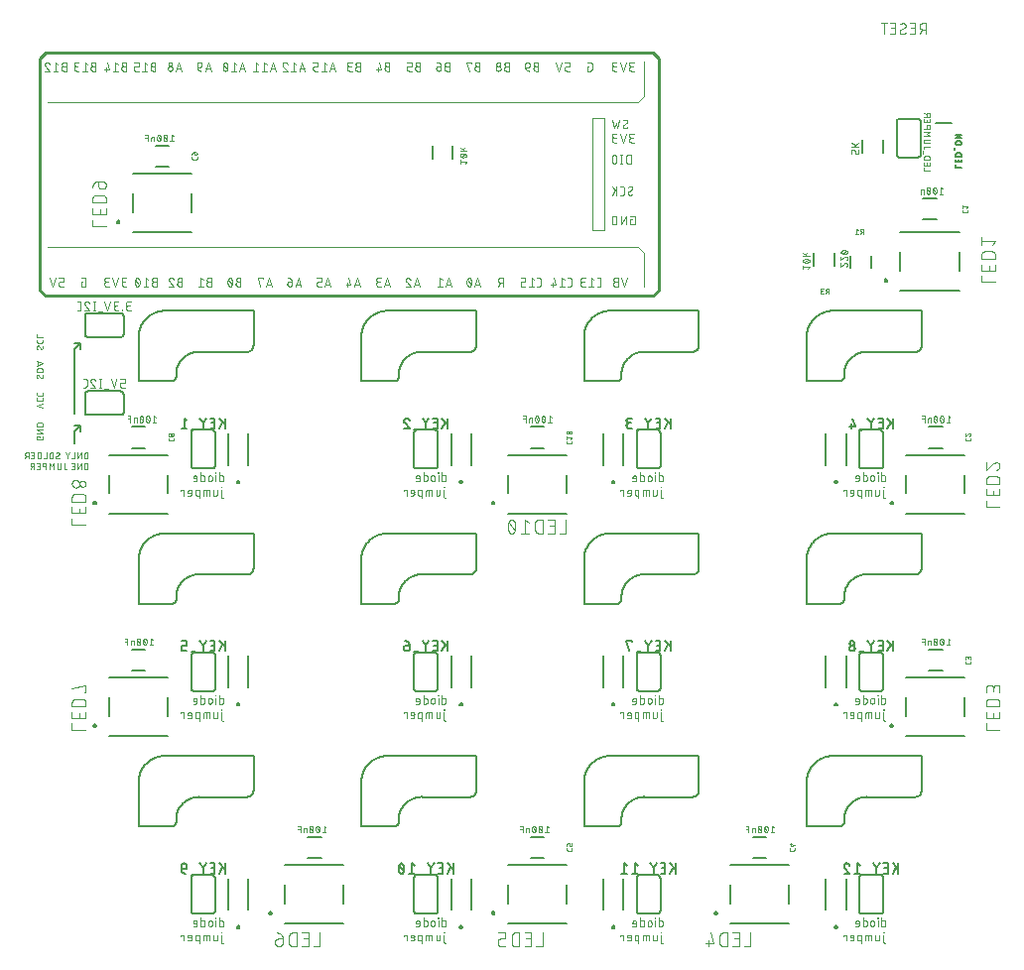
<source format=gbr>
G04 EAGLE Gerber RS-274X export*
G75*
%MOMM*%
%FSLAX34Y34*%
%LPD*%
%INSilkscreen Bottom*%
%IPPOS*%
%AMOC8*
5,1,8,0,0,1.08239X$1,22.5*%
G01*
%ADD10C,0.076200*%
%ADD11C,0.152400*%
%ADD12C,0.050800*%
%ADD13C,0.150000*%
%ADD14C,0.127000*%
%ADD15C,0.200000*%
%ADD16C,0.254000*%
%ADD17C,0.101600*%
%ADD18C,0.203200*%


D10*
X19066Y568344D02*
X19000Y568342D01*
X18933Y568337D01*
X18868Y568327D01*
X18802Y568314D01*
X18738Y568298D01*
X18675Y568278D01*
X18613Y568254D01*
X18552Y568227D01*
X18493Y568196D01*
X18436Y568162D01*
X18380Y568125D01*
X18327Y568085D01*
X18276Y568043D01*
X18228Y567997D01*
X18182Y567949D01*
X18140Y567898D01*
X18100Y567845D01*
X18063Y567789D01*
X18029Y567732D01*
X17998Y567673D01*
X17971Y567612D01*
X17947Y567550D01*
X17927Y567487D01*
X17911Y567423D01*
X17898Y567357D01*
X17888Y567292D01*
X17883Y567225D01*
X17881Y567159D01*
X17883Y567060D01*
X17889Y566961D01*
X17899Y566863D01*
X17912Y566765D01*
X17930Y566668D01*
X17951Y566571D01*
X17976Y566476D01*
X18005Y566381D01*
X18037Y566288D01*
X18074Y566196D01*
X18113Y566105D01*
X18157Y566017D01*
X18204Y565930D01*
X18254Y565844D01*
X18307Y565761D01*
X18364Y565680D01*
X18424Y565602D01*
X18487Y565526D01*
X18553Y565452D01*
X18622Y565381D01*
X22030Y565529D02*
X22096Y565531D01*
X22163Y565536D01*
X22228Y565546D01*
X22294Y565559D01*
X22358Y565575D01*
X22421Y565596D01*
X22483Y565619D01*
X22544Y565646D01*
X22603Y565677D01*
X22660Y565711D01*
X22716Y565748D01*
X22769Y565788D01*
X22820Y565830D01*
X22868Y565876D01*
X22914Y565924D01*
X22956Y565975D01*
X22996Y566028D01*
X23033Y566084D01*
X23067Y566141D01*
X23098Y566200D01*
X23125Y566261D01*
X23149Y566323D01*
X23169Y566386D01*
X23185Y566450D01*
X23198Y566516D01*
X23208Y566581D01*
X23213Y566648D01*
X23215Y566714D01*
X23213Y566803D01*
X23208Y566893D01*
X23199Y566982D01*
X23186Y567070D01*
X23170Y567158D01*
X23151Y567245D01*
X23127Y567332D01*
X23101Y567417D01*
X23071Y567501D01*
X23038Y567584D01*
X23001Y567666D01*
X22961Y567746D01*
X22918Y567824D01*
X22872Y567901D01*
X22823Y567975D01*
X22770Y568048D01*
X20993Y566122D02*
X21028Y566066D01*
X21066Y566012D01*
X21106Y565961D01*
X21150Y565911D01*
X21196Y565865D01*
X21245Y565820D01*
X21296Y565779D01*
X21349Y565740D01*
X21404Y565704D01*
X21461Y565672D01*
X21520Y565642D01*
X21581Y565616D01*
X21642Y565593D01*
X21705Y565574D01*
X21769Y565558D01*
X21833Y565545D01*
X21899Y565536D01*
X21964Y565531D01*
X22030Y565529D01*
X20103Y567751D02*
X20068Y567807D01*
X20030Y567861D01*
X19990Y567912D01*
X19946Y567962D01*
X19900Y568009D01*
X19851Y568053D01*
X19800Y568094D01*
X19747Y568133D01*
X19692Y568169D01*
X19635Y568201D01*
X19576Y568231D01*
X19515Y568257D01*
X19454Y568280D01*
X19391Y568299D01*
X19327Y568315D01*
X19262Y568328D01*
X19197Y568337D01*
X19132Y568342D01*
X19066Y568344D01*
X20104Y567752D02*
X20993Y566122D01*
X17881Y571849D02*
X17881Y573035D01*
X17881Y571849D02*
X17883Y571783D01*
X17888Y571716D01*
X17898Y571651D01*
X17911Y571585D01*
X17927Y571521D01*
X17947Y571458D01*
X17971Y571396D01*
X17998Y571335D01*
X18029Y571276D01*
X18063Y571219D01*
X18100Y571163D01*
X18140Y571110D01*
X18182Y571059D01*
X18228Y571011D01*
X18276Y570965D01*
X18327Y570923D01*
X18380Y570883D01*
X18436Y570846D01*
X18493Y570812D01*
X18552Y570781D01*
X18613Y570754D01*
X18675Y570730D01*
X18738Y570710D01*
X18802Y570694D01*
X18868Y570681D01*
X18933Y570671D01*
X19000Y570666D01*
X19066Y570664D01*
X22030Y570664D01*
X22096Y570666D01*
X22163Y570671D01*
X22228Y570681D01*
X22294Y570694D01*
X22358Y570710D01*
X22421Y570730D01*
X22483Y570754D01*
X22544Y570781D01*
X22603Y570812D01*
X22660Y570846D01*
X22716Y570883D01*
X22769Y570923D01*
X22820Y570965D01*
X22868Y571011D01*
X22914Y571059D01*
X22956Y571110D01*
X22996Y571163D01*
X23033Y571219D01*
X23067Y571276D01*
X23098Y571335D01*
X23125Y571395D01*
X23148Y571458D01*
X23169Y571521D01*
X23185Y571585D01*
X23198Y571650D01*
X23208Y571716D01*
X23213Y571783D01*
X23215Y571849D01*
X23215Y573035D01*
X23215Y575453D02*
X17881Y575453D01*
X17881Y577824D01*
X19066Y543344D02*
X19000Y543342D01*
X18933Y543337D01*
X18868Y543327D01*
X18802Y543314D01*
X18738Y543298D01*
X18675Y543278D01*
X18613Y543254D01*
X18552Y543227D01*
X18493Y543196D01*
X18436Y543162D01*
X18380Y543125D01*
X18327Y543085D01*
X18276Y543043D01*
X18228Y542997D01*
X18182Y542949D01*
X18140Y542898D01*
X18100Y542845D01*
X18063Y542789D01*
X18029Y542732D01*
X17998Y542673D01*
X17971Y542612D01*
X17947Y542550D01*
X17927Y542487D01*
X17911Y542423D01*
X17898Y542357D01*
X17888Y542292D01*
X17883Y542225D01*
X17881Y542159D01*
X17883Y542060D01*
X17889Y541961D01*
X17899Y541863D01*
X17912Y541765D01*
X17930Y541668D01*
X17951Y541571D01*
X17976Y541476D01*
X18005Y541381D01*
X18037Y541288D01*
X18074Y541196D01*
X18113Y541105D01*
X18157Y541017D01*
X18204Y540930D01*
X18254Y540844D01*
X18307Y540761D01*
X18364Y540680D01*
X18424Y540602D01*
X18487Y540526D01*
X18553Y540452D01*
X18622Y540381D01*
X22030Y540529D02*
X22096Y540531D01*
X22163Y540536D01*
X22228Y540546D01*
X22294Y540559D01*
X22358Y540575D01*
X22421Y540596D01*
X22483Y540619D01*
X22544Y540646D01*
X22603Y540677D01*
X22660Y540711D01*
X22716Y540748D01*
X22769Y540788D01*
X22820Y540830D01*
X22868Y540876D01*
X22914Y540924D01*
X22956Y540975D01*
X22996Y541028D01*
X23033Y541084D01*
X23067Y541141D01*
X23098Y541200D01*
X23125Y541261D01*
X23149Y541323D01*
X23169Y541386D01*
X23185Y541450D01*
X23198Y541516D01*
X23208Y541581D01*
X23213Y541648D01*
X23215Y541714D01*
X23213Y541803D01*
X23208Y541893D01*
X23199Y541982D01*
X23186Y542070D01*
X23170Y542158D01*
X23151Y542245D01*
X23127Y542332D01*
X23101Y542417D01*
X23071Y542501D01*
X23038Y542584D01*
X23001Y542666D01*
X22961Y542746D01*
X22918Y542824D01*
X22872Y542901D01*
X22823Y542975D01*
X22770Y543048D01*
X20993Y541122D02*
X21028Y541066D01*
X21066Y541012D01*
X21106Y540961D01*
X21150Y540911D01*
X21196Y540865D01*
X21245Y540820D01*
X21296Y540779D01*
X21349Y540740D01*
X21404Y540704D01*
X21461Y540672D01*
X21520Y540642D01*
X21581Y540616D01*
X21642Y540593D01*
X21705Y540574D01*
X21769Y540558D01*
X21833Y540545D01*
X21899Y540536D01*
X21964Y540531D01*
X22030Y540529D01*
X20103Y542751D02*
X20068Y542807D01*
X20030Y542861D01*
X19990Y542912D01*
X19946Y542962D01*
X19900Y543009D01*
X19851Y543053D01*
X19800Y543094D01*
X19747Y543133D01*
X19692Y543169D01*
X19635Y543201D01*
X19576Y543231D01*
X19515Y543257D01*
X19454Y543280D01*
X19391Y543299D01*
X19327Y543315D01*
X19262Y543328D01*
X19197Y543337D01*
X19132Y543342D01*
X19066Y543344D01*
X20104Y542752D02*
X20993Y541122D01*
X23215Y545867D02*
X17881Y545867D01*
X23215Y545867D02*
X23215Y547349D01*
X23213Y547424D01*
X23207Y547499D01*
X23198Y547573D01*
X23185Y547647D01*
X23168Y547720D01*
X23147Y547793D01*
X23123Y547864D01*
X23095Y547933D01*
X23064Y548002D01*
X23029Y548068D01*
X22991Y548133D01*
X22949Y548196D01*
X22905Y548256D01*
X22857Y548314D01*
X22807Y548370D01*
X22754Y548423D01*
X22698Y548473D01*
X22640Y548521D01*
X22580Y548565D01*
X22517Y548607D01*
X22452Y548645D01*
X22386Y548680D01*
X22317Y548711D01*
X22248Y548739D01*
X22177Y548763D01*
X22104Y548784D01*
X22031Y548801D01*
X21957Y548814D01*
X21883Y548823D01*
X21808Y548829D01*
X21733Y548831D01*
X19363Y548831D01*
X19288Y548829D01*
X19213Y548823D01*
X19139Y548814D01*
X19065Y548801D01*
X18992Y548784D01*
X18919Y548763D01*
X18848Y548739D01*
X18779Y548711D01*
X18710Y548680D01*
X18644Y548645D01*
X18579Y548607D01*
X18516Y548565D01*
X18456Y548521D01*
X18398Y548473D01*
X18342Y548423D01*
X18289Y548370D01*
X18239Y548314D01*
X18191Y548256D01*
X18147Y548196D01*
X18105Y548133D01*
X18067Y548068D01*
X18032Y548002D01*
X18001Y547933D01*
X17973Y547864D01*
X17949Y547793D01*
X17928Y547720D01*
X17911Y547647D01*
X17898Y547573D01*
X17889Y547499D01*
X17883Y547424D01*
X17881Y547349D01*
X17881Y545867D01*
X17881Y551240D02*
X23215Y553018D01*
X17881Y554796D01*
X19215Y554352D02*
X19215Y551685D01*
X17881Y517159D02*
X23215Y515381D01*
X23215Y518937D02*
X17881Y517159D01*
X17881Y522329D02*
X17881Y523514D01*
X17881Y522329D02*
X17883Y522263D01*
X17888Y522196D01*
X17898Y522131D01*
X17911Y522065D01*
X17927Y522001D01*
X17947Y521938D01*
X17971Y521876D01*
X17998Y521815D01*
X18029Y521756D01*
X18063Y521699D01*
X18100Y521643D01*
X18140Y521590D01*
X18182Y521539D01*
X18228Y521491D01*
X18276Y521445D01*
X18327Y521403D01*
X18380Y521363D01*
X18436Y521326D01*
X18493Y521292D01*
X18552Y521261D01*
X18613Y521234D01*
X18675Y521210D01*
X18738Y521190D01*
X18802Y521174D01*
X18868Y521161D01*
X18933Y521151D01*
X19000Y521146D01*
X19066Y521144D01*
X19066Y521143D02*
X22030Y521143D01*
X22030Y521144D02*
X22096Y521146D01*
X22163Y521151D01*
X22228Y521161D01*
X22294Y521174D01*
X22358Y521190D01*
X22421Y521210D01*
X22483Y521234D01*
X22544Y521261D01*
X22603Y521292D01*
X22660Y521326D01*
X22716Y521363D01*
X22769Y521403D01*
X22820Y521445D01*
X22868Y521491D01*
X22914Y521539D01*
X22956Y521590D01*
X22996Y521643D01*
X23033Y521699D01*
X23067Y521756D01*
X23098Y521815D01*
X23125Y521875D01*
X23148Y521938D01*
X23169Y522001D01*
X23185Y522065D01*
X23198Y522130D01*
X23208Y522196D01*
X23213Y522263D01*
X23215Y522329D01*
X23215Y523514D01*
X17881Y526901D02*
X17881Y528086D01*
X17881Y526901D02*
X17883Y526835D01*
X17888Y526768D01*
X17898Y526703D01*
X17911Y526637D01*
X17927Y526573D01*
X17947Y526510D01*
X17971Y526448D01*
X17998Y526387D01*
X18029Y526328D01*
X18063Y526271D01*
X18100Y526215D01*
X18140Y526162D01*
X18182Y526111D01*
X18228Y526063D01*
X18276Y526017D01*
X18327Y525975D01*
X18380Y525935D01*
X18436Y525898D01*
X18493Y525864D01*
X18552Y525833D01*
X18613Y525806D01*
X18675Y525782D01*
X18738Y525762D01*
X18802Y525746D01*
X18868Y525733D01*
X18933Y525723D01*
X19000Y525718D01*
X19066Y525716D01*
X19066Y525715D02*
X22030Y525715D01*
X22030Y525716D02*
X22096Y525718D01*
X22163Y525723D01*
X22228Y525733D01*
X22294Y525746D01*
X22358Y525762D01*
X22421Y525782D01*
X22483Y525806D01*
X22544Y525833D01*
X22603Y525864D01*
X22660Y525898D01*
X22716Y525935D01*
X22769Y525975D01*
X22820Y526017D01*
X22868Y526063D01*
X22914Y526111D01*
X22956Y526162D01*
X22996Y526215D01*
X23033Y526271D01*
X23067Y526328D01*
X23098Y526387D01*
X23125Y526447D01*
X23148Y526510D01*
X23169Y526573D01*
X23185Y526637D01*
X23198Y526702D01*
X23208Y526768D01*
X23213Y526835D01*
X23215Y526901D01*
X23215Y528086D01*
X20844Y490844D02*
X20844Y489955D01*
X20844Y490844D02*
X17881Y490844D01*
X17881Y489066D01*
X17883Y489000D01*
X17888Y488933D01*
X17898Y488868D01*
X17911Y488802D01*
X17927Y488738D01*
X17947Y488675D01*
X17971Y488613D01*
X17998Y488552D01*
X18029Y488493D01*
X18063Y488436D01*
X18100Y488380D01*
X18140Y488327D01*
X18182Y488276D01*
X18228Y488228D01*
X18276Y488182D01*
X18327Y488140D01*
X18380Y488100D01*
X18436Y488063D01*
X18493Y488029D01*
X18552Y487998D01*
X18613Y487971D01*
X18675Y487947D01*
X18738Y487927D01*
X18802Y487911D01*
X18868Y487898D01*
X18933Y487888D01*
X19000Y487883D01*
X19066Y487881D01*
X22030Y487881D01*
X22096Y487883D01*
X22163Y487888D01*
X22228Y487898D01*
X22294Y487911D01*
X22358Y487927D01*
X22421Y487947D01*
X22483Y487971D01*
X22544Y487998D01*
X22603Y488029D01*
X22660Y488063D01*
X22716Y488100D01*
X22769Y488140D01*
X22820Y488182D01*
X22868Y488228D01*
X22914Y488276D01*
X22956Y488327D01*
X22996Y488380D01*
X23033Y488436D01*
X23067Y488493D01*
X23098Y488552D01*
X23125Y488612D01*
X23148Y488675D01*
X23169Y488738D01*
X23185Y488802D01*
X23198Y488867D01*
X23208Y488933D01*
X23213Y489000D01*
X23215Y489066D01*
X23215Y490844D01*
X23215Y493733D02*
X17881Y493733D01*
X17881Y496696D02*
X23215Y493733D01*
X23215Y496696D02*
X17881Y496696D01*
X17881Y499585D02*
X23215Y499585D01*
X23215Y501067D01*
X23213Y501142D01*
X23207Y501217D01*
X23198Y501291D01*
X23185Y501365D01*
X23168Y501438D01*
X23147Y501511D01*
X23123Y501582D01*
X23095Y501651D01*
X23064Y501720D01*
X23029Y501786D01*
X22991Y501851D01*
X22949Y501914D01*
X22905Y501974D01*
X22857Y502032D01*
X22807Y502088D01*
X22754Y502141D01*
X22698Y502191D01*
X22640Y502239D01*
X22580Y502283D01*
X22517Y502325D01*
X22452Y502363D01*
X22386Y502398D01*
X22317Y502429D01*
X22248Y502457D01*
X22177Y502481D01*
X22104Y502502D01*
X22031Y502519D01*
X21957Y502532D01*
X21883Y502541D01*
X21808Y502547D01*
X21733Y502549D01*
X19363Y502549D01*
X19288Y502547D01*
X19213Y502541D01*
X19139Y502532D01*
X19065Y502519D01*
X18992Y502502D01*
X18919Y502481D01*
X18848Y502457D01*
X18779Y502429D01*
X18710Y502398D01*
X18644Y502363D01*
X18579Y502325D01*
X18516Y502283D01*
X18456Y502239D01*
X18398Y502191D01*
X18342Y502141D01*
X18289Y502088D01*
X18239Y502032D01*
X18191Y501974D01*
X18147Y501914D01*
X18105Y501851D01*
X18067Y501786D01*
X18032Y501720D01*
X18001Y501651D01*
X17973Y501582D01*
X17949Y501511D01*
X17928Y501438D01*
X17911Y501365D01*
X17898Y501291D01*
X17889Y501217D01*
X17883Y501142D01*
X17881Y501067D01*
X17881Y499585D01*
X61547Y475637D02*
X61547Y473267D01*
X61547Y475637D02*
X61545Y475713D01*
X61539Y475789D01*
X61529Y475865D01*
X61516Y475940D01*
X61498Y476014D01*
X61477Y476088D01*
X61452Y476160D01*
X61423Y476230D01*
X61391Y476300D01*
X61355Y476367D01*
X61315Y476432D01*
X61273Y476496D01*
X61227Y476557D01*
X61178Y476615D01*
X61126Y476671D01*
X61072Y476725D01*
X61014Y476775D01*
X60955Y476822D01*
X60892Y476867D01*
X60828Y476908D01*
X60762Y476945D01*
X60693Y476979D01*
X60623Y477010D01*
X60552Y477037D01*
X60479Y477060D01*
X60405Y477079D01*
X60331Y477095D01*
X60255Y477107D01*
X60179Y477115D01*
X60103Y477119D01*
X60027Y477119D01*
X59951Y477115D01*
X59875Y477107D01*
X59799Y477095D01*
X59725Y477079D01*
X59651Y477060D01*
X59578Y477037D01*
X59507Y477010D01*
X59437Y476979D01*
X59368Y476945D01*
X59302Y476908D01*
X59238Y476867D01*
X59175Y476822D01*
X59116Y476775D01*
X59058Y476725D01*
X59004Y476671D01*
X58952Y476615D01*
X58903Y476557D01*
X58857Y476496D01*
X58815Y476432D01*
X58775Y476367D01*
X58739Y476300D01*
X58707Y476230D01*
X58678Y476160D01*
X58653Y476088D01*
X58632Y476014D01*
X58614Y475940D01*
X58601Y475865D01*
X58591Y475789D01*
X58585Y475713D01*
X58583Y475637D01*
X58584Y475637D02*
X58584Y473267D01*
X58583Y473267D02*
X58585Y473191D01*
X58591Y473115D01*
X58601Y473039D01*
X58614Y472964D01*
X58632Y472890D01*
X58653Y472816D01*
X58678Y472744D01*
X58707Y472674D01*
X58739Y472604D01*
X58775Y472537D01*
X58815Y472472D01*
X58857Y472408D01*
X58903Y472347D01*
X58952Y472289D01*
X59004Y472233D01*
X59058Y472179D01*
X59116Y472129D01*
X59175Y472082D01*
X59238Y472037D01*
X59302Y471996D01*
X59368Y471959D01*
X59437Y471925D01*
X59507Y471894D01*
X59578Y471867D01*
X59651Y471844D01*
X59725Y471825D01*
X59799Y471809D01*
X59875Y471797D01*
X59951Y471789D01*
X60027Y471785D01*
X60103Y471785D01*
X60179Y471789D01*
X60255Y471797D01*
X60331Y471809D01*
X60405Y471825D01*
X60479Y471844D01*
X60552Y471867D01*
X60623Y471894D01*
X60693Y471925D01*
X60762Y471959D01*
X60828Y471996D01*
X60892Y472037D01*
X60955Y472082D01*
X61014Y472129D01*
X61072Y472179D01*
X61126Y472233D01*
X61178Y472289D01*
X61227Y472347D01*
X61273Y472408D01*
X61315Y472472D01*
X61355Y472537D01*
X61391Y472604D01*
X61423Y472674D01*
X61452Y472744D01*
X61477Y472816D01*
X61498Y472890D01*
X61516Y472964D01*
X61529Y473039D01*
X61539Y473115D01*
X61545Y473191D01*
X61547Y473267D01*
X55878Y471785D02*
X55878Y477119D01*
X52914Y471785D01*
X52914Y477119D01*
X50012Y477119D02*
X50012Y471785D01*
X47641Y471785D01*
X43972Y474600D02*
X45750Y477119D01*
X43972Y474600D02*
X42194Y477119D01*
X43972Y474600D02*
X43972Y471785D01*
X35446Y471785D02*
X35380Y471787D01*
X35313Y471792D01*
X35248Y471802D01*
X35182Y471815D01*
X35118Y471831D01*
X35055Y471851D01*
X34993Y471875D01*
X34932Y471902D01*
X34873Y471933D01*
X34816Y471967D01*
X34760Y472004D01*
X34707Y472044D01*
X34656Y472086D01*
X34608Y472132D01*
X34562Y472180D01*
X34520Y472231D01*
X34480Y472284D01*
X34443Y472340D01*
X34409Y472397D01*
X34378Y472456D01*
X34351Y472517D01*
X34327Y472579D01*
X34307Y472642D01*
X34291Y472706D01*
X34278Y472772D01*
X34268Y472837D01*
X34263Y472904D01*
X34261Y472970D01*
X35446Y471785D02*
X35545Y471787D01*
X35644Y471793D01*
X35742Y471803D01*
X35840Y471816D01*
X35937Y471834D01*
X36034Y471855D01*
X36129Y471880D01*
X36224Y471909D01*
X36317Y471941D01*
X36409Y471978D01*
X36500Y472017D01*
X36588Y472061D01*
X36675Y472108D01*
X36761Y472158D01*
X36844Y472211D01*
X36925Y472268D01*
X37003Y472328D01*
X37079Y472391D01*
X37153Y472457D01*
X37224Y472526D01*
X37076Y475934D02*
X37074Y476000D01*
X37069Y476067D01*
X37059Y476132D01*
X37046Y476198D01*
X37030Y476262D01*
X37010Y476325D01*
X36986Y476387D01*
X36959Y476448D01*
X36928Y476507D01*
X36894Y476564D01*
X36857Y476620D01*
X36817Y476673D01*
X36775Y476724D01*
X36729Y476772D01*
X36681Y476818D01*
X36630Y476860D01*
X36577Y476900D01*
X36521Y476937D01*
X36464Y476971D01*
X36405Y477002D01*
X36344Y477029D01*
X36282Y477053D01*
X36219Y477073D01*
X36155Y477089D01*
X36089Y477102D01*
X36024Y477112D01*
X35957Y477117D01*
X35891Y477119D01*
X35891Y477120D02*
X35802Y477118D01*
X35712Y477113D01*
X35623Y477104D01*
X35535Y477091D01*
X35447Y477075D01*
X35360Y477056D01*
X35273Y477032D01*
X35188Y477006D01*
X35104Y476976D01*
X35021Y476943D01*
X34939Y476906D01*
X34859Y476866D01*
X34781Y476823D01*
X34704Y476777D01*
X34630Y476728D01*
X34557Y476675D01*
X36483Y474897D02*
X36539Y474932D01*
X36593Y474970D01*
X36644Y475010D01*
X36694Y475054D01*
X36741Y475100D01*
X36785Y475149D01*
X36826Y475200D01*
X36865Y475253D01*
X36901Y475308D01*
X36933Y475365D01*
X36963Y475424D01*
X36989Y475485D01*
X37012Y475546D01*
X37031Y475609D01*
X37047Y475673D01*
X37060Y475738D01*
X37069Y475803D01*
X37074Y475868D01*
X37076Y475934D01*
X34854Y474007D02*
X34798Y473972D01*
X34744Y473934D01*
X34693Y473894D01*
X34643Y473850D01*
X34596Y473804D01*
X34552Y473755D01*
X34511Y473704D01*
X34472Y473651D01*
X34436Y473596D01*
X34404Y473539D01*
X34374Y473480D01*
X34348Y473419D01*
X34325Y473358D01*
X34306Y473295D01*
X34290Y473231D01*
X34277Y473166D01*
X34268Y473101D01*
X34263Y473036D01*
X34261Y472970D01*
X34854Y474008D02*
X36483Y474897D01*
X31921Y475637D02*
X31921Y473267D01*
X31921Y475637D02*
X31919Y475713D01*
X31913Y475789D01*
X31903Y475865D01*
X31890Y475940D01*
X31872Y476014D01*
X31851Y476088D01*
X31826Y476160D01*
X31797Y476230D01*
X31765Y476300D01*
X31729Y476367D01*
X31689Y476432D01*
X31647Y476496D01*
X31601Y476557D01*
X31552Y476615D01*
X31500Y476671D01*
X31446Y476725D01*
X31388Y476775D01*
X31329Y476822D01*
X31266Y476867D01*
X31202Y476908D01*
X31136Y476945D01*
X31067Y476979D01*
X30997Y477010D01*
X30926Y477037D01*
X30853Y477060D01*
X30779Y477079D01*
X30705Y477095D01*
X30629Y477107D01*
X30553Y477115D01*
X30477Y477119D01*
X30401Y477119D01*
X30325Y477115D01*
X30249Y477107D01*
X30173Y477095D01*
X30099Y477079D01*
X30025Y477060D01*
X29952Y477037D01*
X29881Y477010D01*
X29811Y476979D01*
X29742Y476945D01*
X29676Y476908D01*
X29612Y476867D01*
X29549Y476822D01*
X29490Y476775D01*
X29432Y476725D01*
X29378Y476671D01*
X29326Y476615D01*
X29277Y476557D01*
X29231Y476496D01*
X29189Y476432D01*
X29149Y476367D01*
X29113Y476300D01*
X29081Y476230D01*
X29052Y476160D01*
X29027Y476088D01*
X29006Y476014D01*
X28988Y475940D01*
X28975Y475865D01*
X28965Y475789D01*
X28959Y475713D01*
X28957Y475637D01*
X28957Y473267D01*
X28959Y473191D01*
X28965Y473115D01*
X28975Y473039D01*
X28988Y472964D01*
X29006Y472890D01*
X29027Y472816D01*
X29052Y472744D01*
X29081Y472674D01*
X29113Y472604D01*
X29149Y472537D01*
X29189Y472472D01*
X29231Y472408D01*
X29277Y472347D01*
X29326Y472289D01*
X29378Y472233D01*
X29432Y472179D01*
X29490Y472129D01*
X29549Y472082D01*
X29612Y472037D01*
X29676Y471996D01*
X29742Y471959D01*
X29811Y471925D01*
X29881Y471894D01*
X29952Y471867D01*
X30025Y471844D01*
X30099Y471825D01*
X30173Y471809D01*
X30249Y471797D01*
X30325Y471789D01*
X30401Y471785D01*
X30477Y471785D01*
X30553Y471789D01*
X30629Y471797D01*
X30705Y471809D01*
X30779Y471825D01*
X30853Y471844D01*
X30926Y471867D01*
X30997Y471894D01*
X31067Y471925D01*
X31136Y471959D01*
X31202Y471996D01*
X31266Y472037D01*
X31329Y472082D01*
X31388Y472129D01*
X31446Y472179D01*
X31500Y472233D01*
X31552Y472289D01*
X31601Y472347D01*
X31647Y472408D01*
X31689Y472472D01*
X31729Y472537D01*
X31765Y472604D01*
X31797Y472674D01*
X31826Y472744D01*
X31851Y472816D01*
X31872Y472890D01*
X31890Y472964D01*
X31903Y473039D01*
X31913Y473115D01*
X31919Y473191D01*
X31921Y473267D01*
X26238Y471785D02*
X26238Y477119D01*
X26238Y471785D02*
X23867Y471785D01*
X21497Y471785D02*
X21497Y477119D01*
X20015Y477119D01*
X19940Y477117D01*
X19865Y477111D01*
X19791Y477102D01*
X19717Y477089D01*
X19644Y477072D01*
X19571Y477051D01*
X19500Y477027D01*
X19431Y476999D01*
X19362Y476968D01*
X19296Y476933D01*
X19231Y476895D01*
X19168Y476853D01*
X19108Y476809D01*
X19050Y476761D01*
X18994Y476711D01*
X18941Y476658D01*
X18891Y476602D01*
X18843Y476544D01*
X18799Y476484D01*
X18757Y476421D01*
X18719Y476356D01*
X18684Y476290D01*
X18653Y476221D01*
X18625Y476152D01*
X18601Y476081D01*
X18580Y476008D01*
X18563Y475935D01*
X18550Y475861D01*
X18541Y475787D01*
X18535Y475712D01*
X18533Y475637D01*
X18533Y473267D01*
X18535Y473192D01*
X18541Y473117D01*
X18550Y473043D01*
X18563Y472969D01*
X18580Y472896D01*
X18601Y472823D01*
X18625Y472752D01*
X18653Y472683D01*
X18684Y472614D01*
X18719Y472548D01*
X18757Y472483D01*
X18799Y472420D01*
X18843Y472360D01*
X18891Y472302D01*
X18941Y472246D01*
X18994Y472193D01*
X19050Y472143D01*
X19108Y472095D01*
X19168Y472051D01*
X19231Y472009D01*
X19296Y471971D01*
X19362Y471936D01*
X19431Y471905D01*
X19500Y471877D01*
X19571Y471853D01*
X19644Y471832D01*
X19717Y471815D01*
X19791Y471802D01*
X19865Y471793D01*
X19940Y471787D01*
X20015Y471785D01*
X21497Y471785D01*
X15631Y471785D02*
X13260Y471785D01*
X15631Y471785D02*
X15631Y477119D01*
X13260Y477119D01*
X13853Y474748D02*
X15631Y474748D01*
X10844Y477119D02*
X10844Y471785D01*
X10844Y477119D02*
X9363Y477119D01*
X9287Y477117D01*
X9211Y477111D01*
X9135Y477101D01*
X9060Y477088D01*
X8986Y477070D01*
X8912Y477049D01*
X8840Y477024D01*
X8770Y476995D01*
X8700Y476963D01*
X8633Y476927D01*
X8568Y476887D01*
X8504Y476845D01*
X8443Y476799D01*
X8385Y476750D01*
X8329Y476698D01*
X8275Y476644D01*
X8225Y476586D01*
X8178Y476527D01*
X8133Y476464D01*
X8092Y476400D01*
X8055Y476334D01*
X8021Y476265D01*
X7990Y476195D01*
X7963Y476124D01*
X7940Y476051D01*
X7921Y475977D01*
X7905Y475903D01*
X7893Y475827D01*
X7885Y475751D01*
X7881Y475675D01*
X7881Y475599D01*
X7885Y475523D01*
X7893Y475447D01*
X7905Y475371D01*
X7921Y475297D01*
X7940Y475223D01*
X7963Y475150D01*
X7990Y475079D01*
X8021Y475009D01*
X8055Y474940D01*
X8092Y474874D01*
X8133Y474810D01*
X8178Y474747D01*
X8225Y474688D01*
X8275Y474630D01*
X8329Y474576D01*
X8385Y474524D01*
X8443Y474475D01*
X8504Y474429D01*
X8568Y474387D01*
X8633Y474347D01*
X8700Y474311D01*
X8770Y474279D01*
X8840Y474250D01*
X8912Y474225D01*
X8986Y474204D01*
X9060Y474186D01*
X9135Y474173D01*
X9211Y474163D01*
X9287Y474157D01*
X9363Y474155D01*
X9363Y474156D02*
X10844Y474156D01*
X9066Y474156D02*
X7881Y471785D01*
X61547Y466493D02*
X61547Y464123D01*
X61547Y466493D02*
X61545Y466569D01*
X61539Y466645D01*
X61529Y466721D01*
X61516Y466796D01*
X61498Y466870D01*
X61477Y466944D01*
X61452Y467016D01*
X61423Y467086D01*
X61391Y467156D01*
X61355Y467223D01*
X61315Y467288D01*
X61273Y467352D01*
X61227Y467413D01*
X61178Y467471D01*
X61126Y467527D01*
X61072Y467581D01*
X61014Y467631D01*
X60955Y467678D01*
X60892Y467723D01*
X60828Y467764D01*
X60762Y467801D01*
X60693Y467835D01*
X60623Y467866D01*
X60552Y467893D01*
X60479Y467916D01*
X60405Y467935D01*
X60331Y467951D01*
X60255Y467963D01*
X60179Y467971D01*
X60103Y467975D01*
X60027Y467975D01*
X59951Y467971D01*
X59875Y467963D01*
X59799Y467951D01*
X59725Y467935D01*
X59651Y467916D01*
X59578Y467893D01*
X59507Y467866D01*
X59437Y467835D01*
X59368Y467801D01*
X59302Y467764D01*
X59238Y467723D01*
X59175Y467678D01*
X59116Y467631D01*
X59058Y467581D01*
X59004Y467527D01*
X58952Y467471D01*
X58903Y467413D01*
X58857Y467352D01*
X58815Y467288D01*
X58775Y467223D01*
X58739Y467156D01*
X58707Y467086D01*
X58678Y467016D01*
X58653Y466944D01*
X58632Y466870D01*
X58614Y466796D01*
X58601Y466721D01*
X58591Y466645D01*
X58585Y466569D01*
X58583Y466493D01*
X58584Y466493D02*
X58584Y464123D01*
X58583Y464123D02*
X58585Y464047D01*
X58591Y463971D01*
X58601Y463895D01*
X58614Y463820D01*
X58632Y463746D01*
X58653Y463672D01*
X58678Y463600D01*
X58707Y463530D01*
X58739Y463460D01*
X58775Y463393D01*
X58815Y463328D01*
X58857Y463264D01*
X58903Y463203D01*
X58952Y463145D01*
X59004Y463089D01*
X59058Y463035D01*
X59116Y462985D01*
X59175Y462938D01*
X59238Y462893D01*
X59302Y462852D01*
X59368Y462815D01*
X59437Y462781D01*
X59507Y462750D01*
X59578Y462723D01*
X59651Y462700D01*
X59725Y462681D01*
X59799Y462665D01*
X59875Y462653D01*
X59951Y462645D01*
X60027Y462641D01*
X60103Y462641D01*
X60179Y462645D01*
X60255Y462653D01*
X60331Y462665D01*
X60405Y462681D01*
X60479Y462700D01*
X60552Y462723D01*
X60623Y462750D01*
X60693Y462781D01*
X60762Y462815D01*
X60828Y462852D01*
X60892Y462893D01*
X60955Y462938D01*
X61014Y462985D01*
X61072Y463035D01*
X61126Y463089D01*
X61178Y463145D01*
X61227Y463203D01*
X61273Y463264D01*
X61315Y463328D01*
X61355Y463393D01*
X61391Y463460D01*
X61423Y463530D01*
X61452Y463600D01*
X61477Y463672D01*
X61498Y463746D01*
X61516Y463820D01*
X61529Y463895D01*
X61539Y463971D01*
X61545Y464047D01*
X61547Y464123D01*
X55878Y462641D02*
X55878Y467975D01*
X52914Y462641D01*
X52914Y467975D01*
X50012Y462641D02*
X47641Y462641D01*
X50012Y462641D02*
X50012Y467975D01*
X47641Y467975D01*
X48234Y465604D02*
X50012Y465604D01*
X41365Y463826D02*
X41365Y467975D01*
X41365Y463826D02*
X41367Y463760D01*
X41372Y463693D01*
X41382Y463628D01*
X41395Y463562D01*
X41411Y463498D01*
X41432Y463435D01*
X41455Y463373D01*
X41482Y463312D01*
X41513Y463253D01*
X41547Y463196D01*
X41584Y463140D01*
X41624Y463087D01*
X41666Y463036D01*
X41712Y462988D01*
X41760Y462942D01*
X41811Y462900D01*
X41864Y462860D01*
X41920Y462823D01*
X41977Y462789D01*
X42036Y462758D01*
X42097Y462731D01*
X42159Y462707D01*
X42222Y462687D01*
X42286Y462671D01*
X42352Y462658D01*
X42417Y462648D01*
X42484Y462643D01*
X42550Y462641D01*
X43143Y462641D01*
X38504Y464123D02*
X38504Y467975D01*
X38505Y464123D02*
X38503Y464047D01*
X38497Y463971D01*
X38487Y463895D01*
X38474Y463820D01*
X38456Y463746D01*
X38435Y463672D01*
X38410Y463600D01*
X38381Y463530D01*
X38349Y463460D01*
X38313Y463393D01*
X38273Y463328D01*
X38231Y463264D01*
X38185Y463203D01*
X38136Y463145D01*
X38084Y463089D01*
X38030Y463035D01*
X37972Y462985D01*
X37913Y462938D01*
X37850Y462893D01*
X37786Y462852D01*
X37720Y462815D01*
X37651Y462781D01*
X37581Y462750D01*
X37510Y462723D01*
X37437Y462700D01*
X37363Y462681D01*
X37289Y462665D01*
X37213Y462653D01*
X37137Y462645D01*
X37061Y462641D01*
X36985Y462641D01*
X36909Y462645D01*
X36833Y462653D01*
X36757Y462665D01*
X36683Y462681D01*
X36609Y462700D01*
X36536Y462723D01*
X36465Y462750D01*
X36395Y462781D01*
X36326Y462815D01*
X36260Y462852D01*
X36196Y462893D01*
X36133Y462938D01*
X36074Y462985D01*
X36016Y463035D01*
X35962Y463089D01*
X35910Y463145D01*
X35861Y463203D01*
X35815Y463264D01*
X35773Y463328D01*
X35733Y463393D01*
X35697Y463460D01*
X35665Y463530D01*
X35636Y463600D01*
X35611Y463672D01*
X35590Y463746D01*
X35572Y463820D01*
X35559Y463895D01*
X35549Y463971D01*
X35543Y464047D01*
X35541Y464123D01*
X35541Y467975D01*
X32583Y467975D02*
X32583Y462641D01*
X30805Y465012D02*
X32583Y467975D01*
X30805Y465012D02*
X29027Y467975D01*
X29027Y462641D01*
X25964Y462641D02*
X25964Y467975D01*
X24483Y467975D01*
X24407Y467973D01*
X24331Y467967D01*
X24255Y467957D01*
X24180Y467944D01*
X24106Y467926D01*
X24032Y467905D01*
X23960Y467880D01*
X23890Y467851D01*
X23820Y467819D01*
X23753Y467783D01*
X23688Y467743D01*
X23624Y467701D01*
X23563Y467655D01*
X23505Y467606D01*
X23449Y467554D01*
X23395Y467500D01*
X23345Y467442D01*
X23298Y467383D01*
X23253Y467320D01*
X23212Y467256D01*
X23175Y467190D01*
X23141Y467121D01*
X23110Y467051D01*
X23083Y466980D01*
X23060Y466907D01*
X23041Y466833D01*
X23025Y466759D01*
X23013Y466683D01*
X23005Y466607D01*
X23001Y466531D01*
X23001Y466455D01*
X23005Y466379D01*
X23013Y466303D01*
X23025Y466227D01*
X23041Y466153D01*
X23060Y466079D01*
X23083Y466006D01*
X23110Y465935D01*
X23141Y465865D01*
X23175Y465796D01*
X23212Y465730D01*
X23253Y465666D01*
X23298Y465603D01*
X23345Y465544D01*
X23395Y465486D01*
X23449Y465432D01*
X23505Y465380D01*
X23563Y465331D01*
X23624Y465285D01*
X23688Y465243D01*
X23753Y465203D01*
X23820Y465167D01*
X23890Y465135D01*
X23960Y465106D01*
X24032Y465081D01*
X24106Y465060D01*
X24180Y465042D01*
X24255Y465029D01*
X24331Y465019D01*
X24407Y465013D01*
X24483Y465011D01*
X24483Y465012D02*
X25964Y465012D01*
X20568Y462641D02*
X18198Y462641D01*
X20568Y462641D02*
X20568Y467975D01*
X18198Y467975D01*
X18790Y465604D02*
X20568Y465604D01*
X15782Y467975D02*
X15782Y462641D01*
X15782Y467975D02*
X14300Y467975D01*
X14224Y467973D01*
X14148Y467967D01*
X14072Y467957D01*
X13997Y467944D01*
X13923Y467926D01*
X13849Y467905D01*
X13777Y467880D01*
X13707Y467851D01*
X13637Y467819D01*
X13570Y467783D01*
X13505Y467743D01*
X13441Y467701D01*
X13380Y467655D01*
X13322Y467606D01*
X13266Y467554D01*
X13212Y467500D01*
X13162Y467442D01*
X13115Y467383D01*
X13070Y467320D01*
X13029Y467256D01*
X12992Y467190D01*
X12958Y467121D01*
X12927Y467051D01*
X12900Y466980D01*
X12877Y466907D01*
X12858Y466833D01*
X12842Y466759D01*
X12830Y466683D01*
X12822Y466607D01*
X12818Y466531D01*
X12818Y466455D01*
X12822Y466379D01*
X12830Y466303D01*
X12842Y466227D01*
X12858Y466153D01*
X12877Y466079D01*
X12900Y466006D01*
X12927Y465935D01*
X12958Y465865D01*
X12992Y465796D01*
X13029Y465730D01*
X13070Y465666D01*
X13115Y465603D01*
X13162Y465544D01*
X13212Y465486D01*
X13266Y465432D01*
X13322Y465380D01*
X13380Y465331D01*
X13441Y465285D01*
X13505Y465243D01*
X13570Y465203D01*
X13637Y465167D01*
X13707Y465135D01*
X13777Y465106D01*
X13849Y465081D01*
X13923Y465060D01*
X13997Y465042D01*
X14072Y465029D01*
X14148Y465019D01*
X14224Y465013D01*
X14300Y465011D01*
X14300Y465012D02*
X15782Y465012D01*
X14004Y465012D02*
X12819Y462641D01*
D11*
X50000Y485000D02*
X50000Y495000D01*
X55000Y500000D01*
X50000Y500000D01*
X55000Y500000D01*
X55000Y495000D01*
X50000Y510000D02*
X50000Y565000D01*
X55000Y570000D01*
X50000Y570000D01*
X55000Y570000D01*
X55000Y565000D01*
D10*
X173845Y269939D02*
X173845Y262573D01*
X175891Y262573D01*
X175960Y262575D01*
X176028Y262581D01*
X176097Y262590D01*
X176164Y262604D01*
X176231Y262621D01*
X176297Y262642D01*
X176361Y262666D01*
X176424Y262695D01*
X176485Y262726D01*
X176544Y262761D01*
X176602Y262799D01*
X176657Y262841D01*
X176709Y262885D01*
X176759Y262933D01*
X176807Y262983D01*
X176851Y263035D01*
X176893Y263090D01*
X176931Y263148D01*
X176966Y263207D01*
X176997Y263268D01*
X177026Y263331D01*
X177050Y263395D01*
X177071Y263461D01*
X177088Y263528D01*
X177102Y263595D01*
X177111Y263664D01*
X177117Y263732D01*
X177119Y263801D01*
X177119Y266256D01*
X177117Y266325D01*
X177111Y266393D01*
X177102Y266462D01*
X177088Y266529D01*
X177071Y266596D01*
X177050Y266662D01*
X177026Y266726D01*
X176997Y266789D01*
X176966Y266850D01*
X176931Y266909D01*
X176893Y266967D01*
X176851Y267022D01*
X176807Y267074D01*
X176759Y267124D01*
X176709Y267172D01*
X176657Y267216D01*
X176602Y267258D01*
X176544Y267296D01*
X176485Y267331D01*
X176424Y267362D01*
X176361Y267391D01*
X176297Y267415D01*
X176231Y267436D01*
X176164Y267453D01*
X176097Y267467D01*
X176028Y267476D01*
X175960Y267482D01*
X175891Y267484D01*
X173845Y267484D01*
X170564Y267484D02*
X170564Y262573D01*
X170769Y269530D02*
X170769Y269939D01*
X170360Y269939D01*
X170360Y269530D01*
X170769Y269530D01*
X167568Y265847D02*
X167568Y264210D01*
X167569Y265847D02*
X167567Y265926D01*
X167561Y266005D01*
X167552Y266084D01*
X167539Y266162D01*
X167521Y266239D01*
X167501Y266315D01*
X167476Y266390D01*
X167448Y266464D01*
X167417Y266537D01*
X167381Y266608D01*
X167343Y266677D01*
X167301Y266744D01*
X167256Y266809D01*
X167208Y266872D01*
X167157Y266933D01*
X167103Y266990D01*
X167047Y267046D01*
X166988Y267098D01*
X166926Y267148D01*
X166862Y267194D01*
X166796Y267238D01*
X166728Y267278D01*
X166658Y267314D01*
X166586Y267348D01*
X166512Y267378D01*
X166438Y267404D01*
X166362Y267427D01*
X166285Y267445D01*
X166208Y267461D01*
X166129Y267472D01*
X166051Y267480D01*
X165972Y267484D01*
X165892Y267484D01*
X165813Y267480D01*
X165735Y267472D01*
X165656Y267461D01*
X165579Y267445D01*
X165502Y267427D01*
X165426Y267404D01*
X165352Y267378D01*
X165278Y267348D01*
X165206Y267314D01*
X165136Y267278D01*
X165068Y267238D01*
X165002Y267194D01*
X164938Y267148D01*
X164876Y267098D01*
X164817Y267046D01*
X164761Y266990D01*
X164707Y266933D01*
X164656Y266872D01*
X164608Y266809D01*
X164563Y266744D01*
X164521Y266677D01*
X164483Y266608D01*
X164447Y266537D01*
X164416Y266464D01*
X164388Y266390D01*
X164363Y266315D01*
X164343Y266239D01*
X164325Y266162D01*
X164312Y266084D01*
X164303Y266005D01*
X164297Y265926D01*
X164295Y265847D01*
X164295Y264210D01*
X164297Y264131D01*
X164303Y264052D01*
X164312Y263973D01*
X164325Y263895D01*
X164343Y263818D01*
X164363Y263742D01*
X164388Y263667D01*
X164416Y263593D01*
X164447Y263520D01*
X164483Y263449D01*
X164521Y263380D01*
X164563Y263313D01*
X164608Y263248D01*
X164656Y263185D01*
X164707Y263124D01*
X164761Y263067D01*
X164817Y263011D01*
X164876Y262959D01*
X164938Y262909D01*
X165002Y262863D01*
X165068Y262819D01*
X165136Y262779D01*
X165206Y262743D01*
X165278Y262709D01*
X165352Y262679D01*
X165426Y262653D01*
X165502Y262630D01*
X165579Y262612D01*
X165656Y262596D01*
X165735Y262585D01*
X165813Y262577D01*
X165892Y262573D01*
X165972Y262573D01*
X166051Y262577D01*
X166129Y262585D01*
X166208Y262596D01*
X166285Y262612D01*
X166362Y262630D01*
X166438Y262653D01*
X166512Y262679D01*
X166586Y262709D01*
X166658Y262743D01*
X166728Y262779D01*
X166796Y262819D01*
X166862Y262863D01*
X166926Y262909D01*
X166988Y262959D01*
X167047Y263011D01*
X167103Y263067D01*
X167157Y263124D01*
X167208Y263185D01*
X167256Y263248D01*
X167301Y263313D01*
X167343Y263380D01*
X167381Y263449D01*
X167417Y263520D01*
X167448Y263593D01*
X167476Y263667D01*
X167501Y263742D01*
X167521Y263818D01*
X167539Y263895D01*
X167552Y263973D01*
X167561Y264052D01*
X167567Y264131D01*
X167569Y264210D01*
X157996Y262573D02*
X157996Y269939D01*
X157996Y262573D02*
X160042Y262573D01*
X160111Y262575D01*
X160179Y262581D01*
X160248Y262590D01*
X160315Y262604D01*
X160382Y262621D01*
X160448Y262642D01*
X160512Y262666D01*
X160575Y262695D01*
X160636Y262726D01*
X160695Y262761D01*
X160753Y262799D01*
X160808Y262841D01*
X160860Y262885D01*
X160910Y262933D01*
X160958Y262983D01*
X161002Y263035D01*
X161044Y263090D01*
X161082Y263148D01*
X161117Y263207D01*
X161148Y263268D01*
X161177Y263331D01*
X161201Y263395D01*
X161222Y263461D01*
X161239Y263528D01*
X161253Y263595D01*
X161262Y263664D01*
X161268Y263732D01*
X161270Y263801D01*
X161270Y266256D01*
X161268Y266325D01*
X161262Y266393D01*
X161253Y266462D01*
X161239Y266529D01*
X161222Y266596D01*
X161201Y266662D01*
X161177Y266726D01*
X161148Y266789D01*
X161117Y266850D01*
X161082Y266909D01*
X161044Y266967D01*
X161002Y267022D01*
X160958Y267074D01*
X160910Y267124D01*
X160860Y267172D01*
X160808Y267216D01*
X160753Y267258D01*
X160695Y267296D01*
X160636Y267331D01*
X160575Y267362D01*
X160512Y267391D01*
X160448Y267415D01*
X160382Y267436D01*
X160315Y267453D01*
X160248Y267467D01*
X160179Y267476D01*
X160111Y267482D01*
X160042Y267484D01*
X157996Y267484D01*
X153417Y262573D02*
X151371Y262573D01*
X153417Y262573D02*
X153486Y262575D01*
X153554Y262581D01*
X153623Y262590D01*
X153690Y262604D01*
X153757Y262621D01*
X153823Y262642D01*
X153887Y262666D01*
X153950Y262695D01*
X154011Y262726D01*
X154070Y262761D01*
X154128Y262799D01*
X154183Y262841D01*
X154235Y262885D01*
X154285Y262933D01*
X154333Y262983D01*
X154377Y263035D01*
X154419Y263090D01*
X154457Y263148D01*
X154492Y263207D01*
X154523Y263268D01*
X154552Y263331D01*
X154576Y263395D01*
X154597Y263461D01*
X154614Y263528D01*
X154628Y263595D01*
X154637Y263664D01*
X154643Y263732D01*
X154645Y263801D01*
X154645Y265847D01*
X154643Y265926D01*
X154637Y266005D01*
X154628Y266084D01*
X154615Y266162D01*
X154597Y266239D01*
X154577Y266315D01*
X154552Y266390D01*
X154524Y266464D01*
X154493Y266537D01*
X154457Y266608D01*
X154419Y266677D01*
X154377Y266744D01*
X154332Y266809D01*
X154284Y266872D01*
X154233Y266933D01*
X154179Y266990D01*
X154123Y267046D01*
X154064Y267098D01*
X154002Y267148D01*
X153938Y267194D01*
X153872Y267238D01*
X153804Y267278D01*
X153734Y267314D01*
X153662Y267348D01*
X153588Y267378D01*
X153514Y267404D01*
X153438Y267427D01*
X153361Y267445D01*
X153284Y267461D01*
X153205Y267472D01*
X153127Y267480D01*
X153048Y267484D01*
X152968Y267484D01*
X152889Y267480D01*
X152811Y267472D01*
X152732Y267461D01*
X152655Y267445D01*
X152578Y267427D01*
X152502Y267404D01*
X152428Y267378D01*
X152354Y267348D01*
X152282Y267314D01*
X152212Y267278D01*
X152144Y267238D01*
X152078Y267194D01*
X152014Y267148D01*
X151952Y267098D01*
X151893Y267046D01*
X151837Y266990D01*
X151783Y266933D01*
X151732Y266872D01*
X151684Y266809D01*
X151639Y266744D01*
X151597Y266677D01*
X151559Y266608D01*
X151523Y266537D01*
X151492Y266464D01*
X151464Y266390D01*
X151439Y266315D01*
X151419Y266239D01*
X151401Y266162D01*
X151388Y266084D01*
X151379Y266005D01*
X151373Y265926D01*
X151371Y265847D01*
X151371Y265028D01*
X154645Y265028D01*
X175482Y255292D02*
X175482Y249153D01*
X175484Y249084D01*
X175490Y249016D01*
X175499Y248947D01*
X175513Y248880D01*
X175530Y248813D01*
X175551Y248747D01*
X175575Y248683D01*
X175604Y248620D01*
X175635Y248559D01*
X175670Y248500D01*
X175708Y248442D01*
X175750Y248387D01*
X175794Y248335D01*
X175842Y248285D01*
X175892Y248237D01*
X175944Y248193D01*
X175999Y248151D01*
X176057Y248113D01*
X176116Y248078D01*
X176177Y248047D01*
X176240Y248018D01*
X176304Y247994D01*
X176370Y247973D01*
X176437Y247956D01*
X176504Y247942D01*
X176573Y247933D01*
X176641Y247927D01*
X176710Y247925D01*
X176710Y247926D02*
X177119Y247926D01*
X175687Y257338D02*
X175687Y257747D01*
X175278Y257747D01*
X175278Y257338D01*
X175687Y257338D01*
X172105Y255292D02*
X172105Y251609D01*
X172103Y251540D01*
X172097Y251472D01*
X172088Y251403D01*
X172074Y251336D01*
X172057Y251269D01*
X172036Y251203D01*
X172012Y251139D01*
X171983Y251076D01*
X171952Y251015D01*
X171917Y250956D01*
X171879Y250898D01*
X171837Y250843D01*
X171793Y250791D01*
X171745Y250741D01*
X171695Y250693D01*
X171643Y250649D01*
X171588Y250608D01*
X171530Y250569D01*
X171471Y250534D01*
X171410Y250503D01*
X171347Y250474D01*
X171283Y250450D01*
X171217Y250429D01*
X171150Y250412D01*
X171083Y250398D01*
X171015Y250389D01*
X170946Y250383D01*
X170877Y250381D01*
X168831Y250381D01*
X168831Y255292D01*
X165121Y255292D02*
X165121Y250381D01*
X165121Y255292D02*
X161438Y255292D01*
X161369Y255290D01*
X161301Y255284D01*
X161232Y255275D01*
X161165Y255261D01*
X161098Y255244D01*
X161032Y255223D01*
X160968Y255199D01*
X160905Y255170D01*
X160844Y255139D01*
X160785Y255104D01*
X160727Y255066D01*
X160672Y255024D01*
X160620Y254980D01*
X160570Y254932D01*
X160522Y254882D01*
X160478Y254830D01*
X160437Y254775D01*
X160398Y254717D01*
X160363Y254658D01*
X160332Y254597D01*
X160303Y254534D01*
X160279Y254470D01*
X160258Y254404D01*
X160241Y254337D01*
X160227Y254270D01*
X160218Y254202D01*
X160212Y254133D01*
X160210Y254064D01*
X160210Y250381D01*
X162665Y250381D02*
X162665Y255292D01*
X156458Y255292D02*
X156458Y247926D01*
X156458Y255292D02*
X154412Y255292D01*
X154343Y255290D01*
X154275Y255284D01*
X154206Y255275D01*
X154139Y255261D01*
X154072Y255244D01*
X154006Y255223D01*
X153942Y255199D01*
X153879Y255170D01*
X153818Y255139D01*
X153759Y255104D01*
X153701Y255066D01*
X153646Y255024D01*
X153594Y254980D01*
X153544Y254932D01*
X153496Y254882D01*
X153452Y254830D01*
X153411Y254775D01*
X153372Y254717D01*
X153337Y254658D01*
X153306Y254597D01*
X153277Y254534D01*
X153253Y254470D01*
X153232Y254404D01*
X153215Y254337D01*
X153201Y254270D01*
X153192Y254202D01*
X153186Y254133D01*
X153184Y254064D01*
X153185Y254064D02*
X153185Y251609D01*
X153184Y251609D02*
X153186Y251540D01*
X153192Y251472D01*
X153201Y251403D01*
X153215Y251336D01*
X153232Y251269D01*
X153253Y251203D01*
X153277Y251139D01*
X153306Y251076D01*
X153337Y251015D01*
X153372Y250956D01*
X153410Y250898D01*
X153452Y250843D01*
X153496Y250791D01*
X153544Y250741D01*
X153594Y250693D01*
X153646Y250649D01*
X153701Y250607D01*
X153759Y250569D01*
X153818Y250534D01*
X153879Y250503D01*
X153942Y250474D01*
X154006Y250450D01*
X154072Y250429D01*
X154139Y250412D01*
X154206Y250398D01*
X154275Y250389D01*
X154343Y250383D01*
X154412Y250381D01*
X156458Y250381D01*
X148932Y250381D02*
X146886Y250381D01*
X148932Y250381D02*
X149001Y250383D01*
X149069Y250389D01*
X149138Y250398D01*
X149205Y250412D01*
X149272Y250429D01*
X149338Y250450D01*
X149402Y250474D01*
X149465Y250503D01*
X149526Y250534D01*
X149585Y250569D01*
X149643Y250607D01*
X149698Y250649D01*
X149750Y250693D01*
X149800Y250741D01*
X149848Y250791D01*
X149892Y250843D01*
X149934Y250898D01*
X149972Y250956D01*
X150007Y251015D01*
X150038Y251076D01*
X150067Y251139D01*
X150091Y251203D01*
X150112Y251269D01*
X150129Y251336D01*
X150143Y251403D01*
X150152Y251472D01*
X150158Y251540D01*
X150160Y251609D01*
X150159Y251609D02*
X150159Y253655D01*
X150160Y253655D02*
X150158Y253734D01*
X150152Y253813D01*
X150143Y253892D01*
X150130Y253970D01*
X150112Y254047D01*
X150092Y254123D01*
X150067Y254198D01*
X150039Y254272D01*
X150008Y254345D01*
X149972Y254416D01*
X149934Y254485D01*
X149892Y254552D01*
X149847Y254617D01*
X149799Y254680D01*
X149748Y254741D01*
X149694Y254798D01*
X149638Y254854D01*
X149579Y254906D01*
X149517Y254956D01*
X149453Y255002D01*
X149387Y255046D01*
X149319Y255086D01*
X149249Y255122D01*
X149177Y255156D01*
X149103Y255186D01*
X149029Y255212D01*
X148953Y255235D01*
X148876Y255253D01*
X148799Y255269D01*
X148720Y255280D01*
X148642Y255288D01*
X148563Y255292D01*
X148483Y255292D01*
X148404Y255288D01*
X148326Y255280D01*
X148247Y255269D01*
X148170Y255253D01*
X148093Y255235D01*
X148017Y255212D01*
X147943Y255186D01*
X147869Y255156D01*
X147797Y255122D01*
X147727Y255086D01*
X147659Y255046D01*
X147593Y255002D01*
X147529Y254956D01*
X147467Y254906D01*
X147408Y254854D01*
X147352Y254798D01*
X147298Y254741D01*
X147247Y254680D01*
X147199Y254617D01*
X147154Y254552D01*
X147112Y254485D01*
X147074Y254416D01*
X147038Y254345D01*
X147007Y254272D01*
X146979Y254198D01*
X146954Y254123D01*
X146934Y254047D01*
X146916Y253970D01*
X146903Y253892D01*
X146894Y253813D01*
X146888Y253734D01*
X146886Y253655D01*
X146886Y252836D01*
X150159Y252836D01*
X143530Y250381D02*
X143530Y255292D01*
X141074Y255292D01*
X141074Y254473D01*
X363845Y262573D02*
X363845Y269939D01*
X363845Y262573D02*
X365891Y262573D01*
X365960Y262575D01*
X366028Y262581D01*
X366097Y262590D01*
X366164Y262604D01*
X366231Y262621D01*
X366297Y262642D01*
X366361Y262666D01*
X366424Y262695D01*
X366485Y262726D01*
X366544Y262761D01*
X366602Y262799D01*
X366657Y262841D01*
X366709Y262885D01*
X366759Y262933D01*
X366807Y262983D01*
X366851Y263035D01*
X366893Y263090D01*
X366931Y263148D01*
X366966Y263207D01*
X366997Y263268D01*
X367026Y263331D01*
X367050Y263395D01*
X367071Y263461D01*
X367088Y263528D01*
X367102Y263595D01*
X367111Y263664D01*
X367117Y263732D01*
X367119Y263801D01*
X367119Y266256D01*
X367117Y266325D01*
X367111Y266393D01*
X367102Y266462D01*
X367088Y266529D01*
X367071Y266596D01*
X367050Y266662D01*
X367026Y266726D01*
X366997Y266789D01*
X366966Y266850D01*
X366931Y266909D01*
X366893Y266967D01*
X366851Y267022D01*
X366807Y267074D01*
X366759Y267124D01*
X366709Y267172D01*
X366657Y267216D01*
X366602Y267258D01*
X366544Y267296D01*
X366485Y267331D01*
X366424Y267362D01*
X366361Y267391D01*
X366297Y267415D01*
X366231Y267436D01*
X366164Y267453D01*
X366097Y267467D01*
X366028Y267476D01*
X365960Y267482D01*
X365891Y267484D01*
X363845Y267484D01*
X360564Y267484D02*
X360564Y262573D01*
X360769Y269530D02*
X360769Y269939D01*
X360360Y269939D01*
X360360Y269530D01*
X360769Y269530D01*
X357568Y265847D02*
X357568Y264210D01*
X357569Y265847D02*
X357567Y265926D01*
X357561Y266005D01*
X357552Y266084D01*
X357539Y266162D01*
X357521Y266239D01*
X357501Y266315D01*
X357476Y266390D01*
X357448Y266464D01*
X357417Y266537D01*
X357381Y266608D01*
X357343Y266677D01*
X357301Y266744D01*
X357256Y266809D01*
X357208Y266872D01*
X357157Y266933D01*
X357103Y266990D01*
X357047Y267046D01*
X356988Y267098D01*
X356926Y267148D01*
X356862Y267194D01*
X356796Y267238D01*
X356728Y267278D01*
X356658Y267314D01*
X356586Y267348D01*
X356512Y267378D01*
X356438Y267404D01*
X356362Y267427D01*
X356285Y267445D01*
X356208Y267461D01*
X356129Y267472D01*
X356051Y267480D01*
X355972Y267484D01*
X355892Y267484D01*
X355813Y267480D01*
X355735Y267472D01*
X355656Y267461D01*
X355579Y267445D01*
X355502Y267427D01*
X355426Y267404D01*
X355352Y267378D01*
X355278Y267348D01*
X355206Y267314D01*
X355136Y267278D01*
X355068Y267238D01*
X355002Y267194D01*
X354938Y267148D01*
X354876Y267098D01*
X354817Y267046D01*
X354761Y266990D01*
X354707Y266933D01*
X354656Y266872D01*
X354608Y266809D01*
X354563Y266744D01*
X354521Y266677D01*
X354483Y266608D01*
X354447Y266537D01*
X354416Y266464D01*
X354388Y266390D01*
X354363Y266315D01*
X354343Y266239D01*
X354325Y266162D01*
X354312Y266084D01*
X354303Y266005D01*
X354297Y265926D01*
X354295Y265847D01*
X354295Y264210D01*
X354297Y264131D01*
X354303Y264052D01*
X354312Y263973D01*
X354325Y263895D01*
X354343Y263818D01*
X354363Y263742D01*
X354388Y263667D01*
X354416Y263593D01*
X354447Y263520D01*
X354483Y263449D01*
X354521Y263380D01*
X354563Y263313D01*
X354608Y263248D01*
X354656Y263185D01*
X354707Y263124D01*
X354761Y263067D01*
X354817Y263011D01*
X354876Y262959D01*
X354938Y262909D01*
X355002Y262863D01*
X355068Y262819D01*
X355136Y262779D01*
X355206Y262743D01*
X355278Y262709D01*
X355352Y262679D01*
X355426Y262653D01*
X355502Y262630D01*
X355579Y262612D01*
X355656Y262596D01*
X355735Y262585D01*
X355813Y262577D01*
X355892Y262573D01*
X355972Y262573D01*
X356051Y262577D01*
X356129Y262585D01*
X356208Y262596D01*
X356285Y262612D01*
X356362Y262630D01*
X356438Y262653D01*
X356512Y262679D01*
X356586Y262709D01*
X356658Y262743D01*
X356728Y262779D01*
X356796Y262819D01*
X356862Y262863D01*
X356926Y262909D01*
X356988Y262959D01*
X357047Y263011D01*
X357103Y263067D01*
X357157Y263124D01*
X357208Y263185D01*
X357256Y263248D01*
X357301Y263313D01*
X357343Y263380D01*
X357381Y263449D01*
X357417Y263520D01*
X357448Y263593D01*
X357476Y263667D01*
X357501Y263742D01*
X357521Y263818D01*
X357539Y263895D01*
X357552Y263973D01*
X357561Y264052D01*
X357567Y264131D01*
X357569Y264210D01*
X347996Y262573D02*
X347996Y269939D01*
X347996Y262573D02*
X350042Y262573D01*
X350111Y262575D01*
X350179Y262581D01*
X350248Y262590D01*
X350315Y262604D01*
X350382Y262621D01*
X350448Y262642D01*
X350512Y262666D01*
X350575Y262695D01*
X350636Y262726D01*
X350695Y262761D01*
X350753Y262799D01*
X350808Y262841D01*
X350860Y262885D01*
X350910Y262933D01*
X350958Y262983D01*
X351002Y263035D01*
X351044Y263090D01*
X351082Y263148D01*
X351117Y263207D01*
X351148Y263268D01*
X351177Y263331D01*
X351201Y263395D01*
X351222Y263461D01*
X351239Y263528D01*
X351253Y263595D01*
X351262Y263664D01*
X351268Y263732D01*
X351270Y263801D01*
X351270Y266256D01*
X351268Y266325D01*
X351262Y266393D01*
X351253Y266462D01*
X351239Y266529D01*
X351222Y266596D01*
X351201Y266662D01*
X351177Y266726D01*
X351148Y266789D01*
X351117Y266850D01*
X351082Y266909D01*
X351044Y266967D01*
X351002Y267022D01*
X350958Y267074D01*
X350910Y267124D01*
X350860Y267172D01*
X350808Y267216D01*
X350753Y267258D01*
X350695Y267296D01*
X350636Y267331D01*
X350575Y267362D01*
X350512Y267391D01*
X350448Y267415D01*
X350382Y267436D01*
X350315Y267453D01*
X350248Y267467D01*
X350179Y267476D01*
X350111Y267482D01*
X350042Y267484D01*
X347996Y267484D01*
X343417Y262573D02*
X341371Y262573D01*
X343417Y262573D02*
X343486Y262575D01*
X343554Y262581D01*
X343623Y262590D01*
X343690Y262604D01*
X343757Y262621D01*
X343823Y262642D01*
X343887Y262666D01*
X343950Y262695D01*
X344011Y262726D01*
X344070Y262761D01*
X344128Y262799D01*
X344183Y262841D01*
X344235Y262885D01*
X344285Y262933D01*
X344333Y262983D01*
X344377Y263035D01*
X344419Y263090D01*
X344457Y263148D01*
X344492Y263207D01*
X344523Y263268D01*
X344552Y263331D01*
X344576Y263395D01*
X344597Y263461D01*
X344614Y263528D01*
X344628Y263595D01*
X344637Y263664D01*
X344643Y263732D01*
X344645Y263801D01*
X344645Y265847D01*
X344643Y265926D01*
X344637Y266005D01*
X344628Y266084D01*
X344615Y266162D01*
X344597Y266239D01*
X344577Y266315D01*
X344552Y266390D01*
X344524Y266464D01*
X344493Y266537D01*
X344457Y266608D01*
X344419Y266677D01*
X344377Y266744D01*
X344332Y266809D01*
X344284Y266872D01*
X344233Y266933D01*
X344179Y266990D01*
X344123Y267046D01*
X344064Y267098D01*
X344002Y267148D01*
X343938Y267194D01*
X343872Y267238D01*
X343804Y267278D01*
X343734Y267314D01*
X343662Y267348D01*
X343588Y267378D01*
X343514Y267404D01*
X343438Y267427D01*
X343361Y267445D01*
X343284Y267461D01*
X343205Y267472D01*
X343127Y267480D01*
X343048Y267484D01*
X342968Y267484D01*
X342889Y267480D01*
X342811Y267472D01*
X342732Y267461D01*
X342655Y267445D01*
X342578Y267427D01*
X342502Y267404D01*
X342428Y267378D01*
X342354Y267348D01*
X342282Y267314D01*
X342212Y267278D01*
X342144Y267238D01*
X342078Y267194D01*
X342014Y267148D01*
X341952Y267098D01*
X341893Y267046D01*
X341837Y266990D01*
X341783Y266933D01*
X341732Y266872D01*
X341684Y266809D01*
X341639Y266744D01*
X341597Y266677D01*
X341559Y266608D01*
X341523Y266537D01*
X341492Y266464D01*
X341464Y266390D01*
X341439Y266315D01*
X341419Y266239D01*
X341401Y266162D01*
X341388Y266084D01*
X341379Y266005D01*
X341373Y265926D01*
X341371Y265847D01*
X341371Y265028D01*
X344645Y265028D01*
X365482Y255292D02*
X365482Y249153D01*
X365484Y249084D01*
X365490Y249016D01*
X365499Y248947D01*
X365513Y248880D01*
X365530Y248813D01*
X365551Y248747D01*
X365575Y248683D01*
X365604Y248620D01*
X365635Y248559D01*
X365670Y248500D01*
X365708Y248442D01*
X365750Y248387D01*
X365794Y248335D01*
X365842Y248285D01*
X365892Y248237D01*
X365944Y248193D01*
X365999Y248151D01*
X366057Y248113D01*
X366116Y248078D01*
X366177Y248047D01*
X366240Y248018D01*
X366304Y247994D01*
X366370Y247973D01*
X366437Y247956D01*
X366504Y247942D01*
X366573Y247933D01*
X366641Y247927D01*
X366710Y247925D01*
X366710Y247926D02*
X367119Y247926D01*
X365687Y257338D02*
X365687Y257747D01*
X365278Y257747D01*
X365278Y257338D01*
X365687Y257338D01*
X362105Y255292D02*
X362105Y251609D01*
X362103Y251540D01*
X362097Y251472D01*
X362088Y251403D01*
X362074Y251336D01*
X362057Y251269D01*
X362036Y251203D01*
X362012Y251139D01*
X361983Y251076D01*
X361952Y251015D01*
X361917Y250956D01*
X361879Y250898D01*
X361837Y250843D01*
X361793Y250791D01*
X361745Y250741D01*
X361695Y250693D01*
X361643Y250649D01*
X361588Y250608D01*
X361530Y250569D01*
X361471Y250534D01*
X361410Y250503D01*
X361347Y250474D01*
X361283Y250450D01*
X361217Y250429D01*
X361150Y250412D01*
X361083Y250398D01*
X361015Y250389D01*
X360946Y250383D01*
X360877Y250381D01*
X358831Y250381D01*
X358831Y255292D01*
X355121Y255292D02*
X355121Y250381D01*
X355121Y255292D02*
X351438Y255292D01*
X351369Y255290D01*
X351301Y255284D01*
X351232Y255275D01*
X351165Y255261D01*
X351098Y255244D01*
X351032Y255223D01*
X350968Y255199D01*
X350905Y255170D01*
X350844Y255139D01*
X350785Y255104D01*
X350727Y255066D01*
X350672Y255024D01*
X350620Y254980D01*
X350570Y254932D01*
X350522Y254882D01*
X350478Y254830D01*
X350437Y254775D01*
X350398Y254717D01*
X350363Y254658D01*
X350332Y254597D01*
X350303Y254534D01*
X350279Y254470D01*
X350258Y254404D01*
X350241Y254337D01*
X350227Y254270D01*
X350218Y254202D01*
X350212Y254133D01*
X350210Y254064D01*
X350210Y250381D01*
X352665Y250381D02*
X352665Y255292D01*
X346458Y255292D02*
X346458Y247926D01*
X346458Y255292D02*
X344412Y255292D01*
X344343Y255290D01*
X344275Y255284D01*
X344206Y255275D01*
X344139Y255261D01*
X344072Y255244D01*
X344006Y255223D01*
X343942Y255199D01*
X343879Y255170D01*
X343818Y255139D01*
X343759Y255104D01*
X343701Y255066D01*
X343646Y255024D01*
X343594Y254980D01*
X343544Y254932D01*
X343496Y254882D01*
X343452Y254830D01*
X343411Y254775D01*
X343372Y254717D01*
X343337Y254658D01*
X343306Y254597D01*
X343277Y254534D01*
X343253Y254470D01*
X343232Y254404D01*
X343215Y254337D01*
X343201Y254270D01*
X343192Y254202D01*
X343186Y254133D01*
X343184Y254064D01*
X343185Y254064D02*
X343185Y251609D01*
X343184Y251609D02*
X343186Y251540D01*
X343192Y251472D01*
X343201Y251403D01*
X343215Y251336D01*
X343232Y251269D01*
X343253Y251203D01*
X343277Y251139D01*
X343306Y251076D01*
X343337Y251015D01*
X343372Y250956D01*
X343410Y250898D01*
X343452Y250843D01*
X343496Y250791D01*
X343544Y250741D01*
X343594Y250693D01*
X343646Y250649D01*
X343701Y250607D01*
X343759Y250569D01*
X343818Y250534D01*
X343879Y250503D01*
X343942Y250474D01*
X344006Y250450D01*
X344072Y250429D01*
X344139Y250412D01*
X344206Y250398D01*
X344275Y250389D01*
X344343Y250383D01*
X344412Y250381D01*
X346458Y250381D01*
X338932Y250381D02*
X336886Y250381D01*
X338932Y250381D02*
X339001Y250383D01*
X339069Y250389D01*
X339138Y250398D01*
X339205Y250412D01*
X339272Y250429D01*
X339338Y250450D01*
X339402Y250474D01*
X339465Y250503D01*
X339526Y250534D01*
X339585Y250569D01*
X339643Y250607D01*
X339698Y250649D01*
X339750Y250693D01*
X339800Y250741D01*
X339848Y250791D01*
X339892Y250843D01*
X339934Y250898D01*
X339972Y250956D01*
X340007Y251015D01*
X340038Y251076D01*
X340067Y251139D01*
X340091Y251203D01*
X340112Y251269D01*
X340129Y251336D01*
X340143Y251403D01*
X340152Y251472D01*
X340158Y251540D01*
X340160Y251609D01*
X340159Y251609D02*
X340159Y253655D01*
X340160Y253655D02*
X340158Y253734D01*
X340152Y253813D01*
X340143Y253892D01*
X340130Y253970D01*
X340112Y254047D01*
X340092Y254123D01*
X340067Y254198D01*
X340039Y254272D01*
X340008Y254345D01*
X339972Y254416D01*
X339934Y254485D01*
X339892Y254552D01*
X339847Y254617D01*
X339799Y254680D01*
X339748Y254741D01*
X339694Y254798D01*
X339638Y254854D01*
X339579Y254906D01*
X339517Y254956D01*
X339453Y255002D01*
X339387Y255046D01*
X339319Y255086D01*
X339249Y255122D01*
X339177Y255156D01*
X339103Y255186D01*
X339029Y255212D01*
X338953Y255235D01*
X338876Y255253D01*
X338799Y255269D01*
X338720Y255280D01*
X338642Y255288D01*
X338563Y255292D01*
X338483Y255292D01*
X338404Y255288D01*
X338326Y255280D01*
X338247Y255269D01*
X338170Y255253D01*
X338093Y255235D01*
X338017Y255212D01*
X337943Y255186D01*
X337869Y255156D01*
X337797Y255122D01*
X337727Y255086D01*
X337659Y255046D01*
X337593Y255002D01*
X337529Y254956D01*
X337467Y254906D01*
X337408Y254854D01*
X337352Y254798D01*
X337298Y254741D01*
X337247Y254680D01*
X337199Y254617D01*
X337154Y254552D01*
X337112Y254485D01*
X337074Y254416D01*
X337038Y254345D01*
X337007Y254272D01*
X336979Y254198D01*
X336954Y254123D01*
X336934Y254047D01*
X336916Y253970D01*
X336903Y253892D01*
X336894Y253813D01*
X336888Y253734D01*
X336886Y253655D01*
X336886Y252836D01*
X340159Y252836D01*
X333530Y250381D02*
X333530Y255292D01*
X331074Y255292D01*
X331074Y254473D01*
X548845Y262573D02*
X548845Y269939D01*
X548845Y262573D02*
X550891Y262573D01*
X550960Y262575D01*
X551028Y262581D01*
X551097Y262590D01*
X551164Y262604D01*
X551231Y262621D01*
X551297Y262642D01*
X551361Y262666D01*
X551424Y262695D01*
X551485Y262726D01*
X551544Y262761D01*
X551602Y262799D01*
X551657Y262841D01*
X551709Y262885D01*
X551759Y262933D01*
X551807Y262983D01*
X551851Y263035D01*
X551893Y263090D01*
X551931Y263148D01*
X551966Y263207D01*
X551997Y263268D01*
X552026Y263331D01*
X552050Y263395D01*
X552071Y263461D01*
X552088Y263528D01*
X552102Y263595D01*
X552111Y263664D01*
X552117Y263732D01*
X552119Y263801D01*
X552119Y266256D01*
X552117Y266325D01*
X552111Y266393D01*
X552102Y266462D01*
X552088Y266529D01*
X552071Y266596D01*
X552050Y266662D01*
X552026Y266726D01*
X551997Y266789D01*
X551966Y266850D01*
X551931Y266909D01*
X551893Y266967D01*
X551851Y267022D01*
X551807Y267074D01*
X551759Y267124D01*
X551709Y267172D01*
X551657Y267216D01*
X551602Y267258D01*
X551544Y267296D01*
X551485Y267331D01*
X551424Y267362D01*
X551361Y267391D01*
X551297Y267415D01*
X551231Y267436D01*
X551164Y267453D01*
X551097Y267467D01*
X551028Y267476D01*
X550960Y267482D01*
X550891Y267484D01*
X548845Y267484D01*
X545564Y267484D02*
X545564Y262573D01*
X545769Y269530D02*
X545769Y269939D01*
X545360Y269939D01*
X545360Y269530D01*
X545769Y269530D01*
X542568Y265847D02*
X542568Y264210D01*
X542569Y265847D02*
X542567Y265926D01*
X542561Y266005D01*
X542552Y266084D01*
X542539Y266162D01*
X542521Y266239D01*
X542501Y266315D01*
X542476Y266390D01*
X542448Y266464D01*
X542417Y266537D01*
X542381Y266608D01*
X542343Y266677D01*
X542301Y266744D01*
X542256Y266809D01*
X542208Y266872D01*
X542157Y266933D01*
X542103Y266990D01*
X542047Y267046D01*
X541988Y267098D01*
X541926Y267148D01*
X541862Y267194D01*
X541796Y267238D01*
X541728Y267278D01*
X541658Y267314D01*
X541586Y267348D01*
X541512Y267378D01*
X541438Y267404D01*
X541362Y267427D01*
X541285Y267445D01*
X541208Y267461D01*
X541129Y267472D01*
X541051Y267480D01*
X540972Y267484D01*
X540892Y267484D01*
X540813Y267480D01*
X540735Y267472D01*
X540656Y267461D01*
X540579Y267445D01*
X540502Y267427D01*
X540426Y267404D01*
X540352Y267378D01*
X540278Y267348D01*
X540206Y267314D01*
X540136Y267278D01*
X540068Y267238D01*
X540002Y267194D01*
X539938Y267148D01*
X539876Y267098D01*
X539817Y267046D01*
X539761Y266990D01*
X539707Y266933D01*
X539656Y266872D01*
X539608Y266809D01*
X539563Y266744D01*
X539521Y266677D01*
X539483Y266608D01*
X539447Y266537D01*
X539416Y266464D01*
X539388Y266390D01*
X539363Y266315D01*
X539343Y266239D01*
X539325Y266162D01*
X539312Y266084D01*
X539303Y266005D01*
X539297Y265926D01*
X539295Y265847D01*
X539295Y264210D01*
X539297Y264131D01*
X539303Y264052D01*
X539312Y263973D01*
X539325Y263895D01*
X539343Y263818D01*
X539363Y263742D01*
X539388Y263667D01*
X539416Y263593D01*
X539447Y263520D01*
X539483Y263449D01*
X539521Y263380D01*
X539563Y263313D01*
X539608Y263248D01*
X539656Y263185D01*
X539707Y263124D01*
X539761Y263067D01*
X539817Y263011D01*
X539876Y262959D01*
X539938Y262909D01*
X540002Y262863D01*
X540068Y262819D01*
X540136Y262779D01*
X540206Y262743D01*
X540278Y262709D01*
X540352Y262679D01*
X540426Y262653D01*
X540502Y262630D01*
X540579Y262612D01*
X540656Y262596D01*
X540735Y262585D01*
X540813Y262577D01*
X540892Y262573D01*
X540972Y262573D01*
X541051Y262577D01*
X541129Y262585D01*
X541208Y262596D01*
X541285Y262612D01*
X541362Y262630D01*
X541438Y262653D01*
X541512Y262679D01*
X541586Y262709D01*
X541658Y262743D01*
X541728Y262779D01*
X541796Y262819D01*
X541862Y262863D01*
X541926Y262909D01*
X541988Y262959D01*
X542047Y263011D01*
X542103Y263067D01*
X542157Y263124D01*
X542208Y263185D01*
X542256Y263248D01*
X542301Y263313D01*
X542343Y263380D01*
X542381Y263449D01*
X542417Y263520D01*
X542448Y263593D01*
X542476Y263667D01*
X542501Y263742D01*
X542521Y263818D01*
X542539Y263895D01*
X542552Y263973D01*
X542561Y264052D01*
X542567Y264131D01*
X542569Y264210D01*
X532996Y262573D02*
X532996Y269939D01*
X532996Y262573D02*
X535042Y262573D01*
X535111Y262575D01*
X535179Y262581D01*
X535248Y262590D01*
X535315Y262604D01*
X535382Y262621D01*
X535448Y262642D01*
X535512Y262666D01*
X535575Y262695D01*
X535636Y262726D01*
X535695Y262761D01*
X535753Y262799D01*
X535808Y262841D01*
X535860Y262885D01*
X535910Y262933D01*
X535958Y262983D01*
X536002Y263035D01*
X536044Y263090D01*
X536082Y263148D01*
X536117Y263207D01*
X536148Y263268D01*
X536177Y263331D01*
X536201Y263395D01*
X536222Y263461D01*
X536239Y263528D01*
X536253Y263595D01*
X536262Y263664D01*
X536268Y263732D01*
X536270Y263801D01*
X536270Y266256D01*
X536268Y266325D01*
X536262Y266393D01*
X536253Y266462D01*
X536239Y266529D01*
X536222Y266596D01*
X536201Y266662D01*
X536177Y266726D01*
X536148Y266789D01*
X536117Y266850D01*
X536082Y266909D01*
X536044Y266967D01*
X536002Y267022D01*
X535958Y267074D01*
X535910Y267124D01*
X535860Y267172D01*
X535808Y267216D01*
X535753Y267258D01*
X535695Y267296D01*
X535636Y267331D01*
X535575Y267362D01*
X535512Y267391D01*
X535448Y267415D01*
X535382Y267436D01*
X535315Y267453D01*
X535248Y267467D01*
X535179Y267476D01*
X535111Y267482D01*
X535042Y267484D01*
X532996Y267484D01*
X528417Y262573D02*
X526371Y262573D01*
X528417Y262573D02*
X528486Y262575D01*
X528554Y262581D01*
X528623Y262590D01*
X528690Y262604D01*
X528757Y262621D01*
X528823Y262642D01*
X528887Y262666D01*
X528950Y262695D01*
X529011Y262726D01*
X529070Y262761D01*
X529128Y262799D01*
X529183Y262841D01*
X529235Y262885D01*
X529285Y262933D01*
X529333Y262983D01*
X529377Y263035D01*
X529419Y263090D01*
X529457Y263148D01*
X529492Y263207D01*
X529523Y263268D01*
X529552Y263331D01*
X529576Y263395D01*
X529597Y263461D01*
X529614Y263528D01*
X529628Y263595D01*
X529637Y263664D01*
X529643Y263732D01*
X529645Y263801D01*
X529645Y265847D01*
X529643Y265926D01*
X529637Y266005D01*
X529628Y266084D01*
X529615Y266162D01*
X529597Y266239D01*
X529577Y266315D01*
X529552Y266390D01*
X529524Y266464D01*
X529493Y266537D01*
X529457Y266608D01*
X529419Y266677D01*
X529377Y266744D01*
X529332Y266809D01*
X529284Y266872D01*
X529233Y266933D01*
X529179Y266990D01*
X529123Y267046D01*
X529064Y267098D01*
X529002Y267148D01*
X528938Y267194D01*
X528872Y267238D01*
X528804Y267278D01*
X528734Y267314D01*
X528662Y267348D01*
X528588Y267378D01*
X528514Y267404D01*
X528438Y267427D01*
X528361Y267445D01*
X528284Y267461D01*
X528205Y267472D01*
X528127Y267480D01*
X528048Y267484D01*
X527968Y267484D01*
X527889Y267480D01*
X527811Y267472D01*
X527732Y267461D01*
X527655Y267445D01*
X527578Y267427D01*
X527502Y267404D01*
X527428Y267378D01*
X527354Y267348D01*
X527282Y267314D01*
X527212Y267278D01*
X527144Y267238D01*
X527078Y267194D01*
X527014Y267148D01*
X526952Y267098D01*
X526893Y267046D01*
X526837Y266990D01*
X526783Y266933D01*
X526732Y266872D01*
X526684Y266809D01*
X526639Y266744D01*
X526597Y266677D01*
X526559Y266608D01*
X526523Y266537D01*
X526492Y266464D01*
X526464Y266390D01*
X526439Y266315D01*
X526419Y266239D01*
X526401Y266162D01*
X526388Y266084D01*
X526379Y266005D01*
X526373Y265926D01*
X526371Y265847D01*
X526371Y265028D01*
X529645Y265028D01*
X550482Y255292D02*
X550482Y249153D01*
X550484Y249084D01*
X550490Y249016D01*
X550499Y248947D01*
X550513Y248880D01*
X550530Y248813D01*
X550551Y248747D01*
X550575Y248683D01*
X550604Y248620D01*
X550635Y248559D01*
X550670Y248500D01*
X550708Y248442D01*
X550750Y248387D01*
X550794Y248335D01*
X550842Y248285D01*
X550892Y248237D01*
X550944Y248193D01*
X550999Y248151D01*
X551057Y248113D01*
X551116Y248078D01*
X551177Y248047D01*
X551240Y248018D01*
X551304Y247994D01*
X551370Y247973D01*
X551437Y247956D01*
X551504Y247942D01*
X551573Y247933D01*
X551641Y247927D01*
X551710Y247925D01*
X551710Y247926D02*
X552119Y247926D01*
X550687Y257338D02*
X550687Y257747D01*
X550278Y257747D01*
X550278Y257338D01*
X550687Y257338D01*
X547105Y255292D02*
X547105Y251609D01*
X547103Y251540D01*
X547097Y251472D01*
X547088Y251403D01*
X547074Y251336D01*
X547057Y251269D01*
X547036Y251203D01*
X547012Y251139D01*
X546983Y251076D01*
X546952Y251015D01*
X546917Y250956D01*
X546879Y250898D01*
X546837Y250843D01*
X546793Y250791D01*
X546745Y250741D01*
X546695Y250693D01*
X546643Y250649D01*
X546588Y250608D01*
X546530Y250569D01*
X546471Y250534D01*
X546410Y250503D01*
X546347Y250474D01*
X546283Y250450D01*
X546217Y250429D01*
X546150Y250412D01*
X546083Y250398D01*
X546015Y250389D01*
X545946Y250383D01*
X545877Y250381D01*
X543831Y250381D01*
X543831Y255292D01*
X540121Y255292D02*
X540121Y250381D01*
X540121Y255292D02*
X536438Y255292D01*
X536369Y255290D01*
X536301Y255284D01*
X536232Y255275D01*
X536165Y255261D01*
X536098Y255244D01*
X536032Y255223D01*
X535968Y255199D01*
X535905Y255170D01*
X535844Y255139D01*
X535785Y255104D01*
X535727Y255066D01*
X535672Y255024D01*
X535620Y254980D01*
X535570Y254932D01*
X535522Y254882D01*
X535478Y254830D01*
X535437Y254775D01*
X535398Y254717D01*
X535363Y254658D01*
X535332Y254597D01*
X535303Y254534D01*
X535279Y254470D01*
X535258Y254404D01*
X535241Y254337D01*
X535227Y254270D01*
X535218Y254202D01*
X535212Y254133D01*
X535210Y254064D01*
X535210Y250381D01*
X537665Y250381D02*
X537665Y255292D01*
X531458Y255292D02*
X531458Y247926D01*
X531458Y255292D02*
X529412Y255292D01*
X529343Y255290D01*
X529275Y255284D01*
X529206Y255275D01*
X529139Y255261D01*
X529072Y255244D01*
X529006Y255223D01*
X528942Y255199D01*
X528879Y255170D01*
X528818Y255139D01*
X528759Y255104D01*
X528701Y255066D01*
X528646Y255024D01*
X528594Y254980D01*
X528544Y254932D01*
X528496Y254882D01*
X528452Y254830D01*
X528411Y254775D01*
X528372Y254717D01*
X528337Y254658D01*
X528306Y254597D01*
X528277Y254534D01*
X528253Y254470D01*
X528232Y254404D01*
X528215Y254337D01*
X528201Y254270D01*
X528192Y254202D01*
X528186Y254133D01*
X528184Y254064D01*
X528185Y254064D02*
X528185Y251609D01*
X528184Y251609D02*
X528186Y251540D01*
X528192Y251472D01*
X528201Y251403D01*
X528215Y251336D01*
X528232Y251269D01*
X528253Y251203D01*
X528277Y251139D01*
X528306Y251076D01*
X528337Y251015D01*
X528372Y250956D01*
X528410Y250898D01*
X528452Y250843D01*
X528496Y250791D01*
X528544Y250741D01*
X528594Y250693D01*
X528646Y250649D01*
X528701Y250607D01*
X528759Y250569D01*
X528818Y250534D01*
X528879Y250503D01*
X528942Y250474D01*
X529006Y250450D01*
X529072Y250429D01*
X529139Y250412D01*
X529206Y250398D01*
X529275Y250389D01*
X529343Y250383D01*
X529412Y250381D01*
X531458Y250381D01*
X523932Y250381D02*
X521886Y250381D01*
X523932Y250381D02*
X524001Y250383D01*
X524069Y250389D01*
X524138Y250398D01*
X524205Y250412D01*
X524272Y250429D01*
X524338Y250450D01*
X524402Y250474D01*
X524465Y250503D01*
X524526Y250534D01*
X524585Y250569D01*
X524643Y250607D01*
X524698Y250649D01*
X524750Y250693D01*
X524800Y250741D01*
X524848Y250791D01*
X524892Y250843D01*
X524934Y250898D01*
X524972Y250956D01*
X525007Y251015D01*
X525038Y251076D01*
X525067Y251139D01*
X525091Y251203D01*
X525112Y251269D01*
X525129Y251336D01*
X525143Y251403D01*
X525152Y251472D01*
X525158Y251540D01*
X525160Y251609D01*
X525159Y251609D02*
X525159Y253655D01*
X525160Y253655D02*
X525158Y253734D01*
X525152Y253813D01*
X525143Y253892D01*
X525130Y253970D01*
X525112Y254047D01*
X525092Y254123D01*
X525067Y254198D01*
X525039Y254272D01*
X525008Y254345D01*
X524972Y254416D01*
X524934Y254485D01*
X524892Y254552D01*
X524847Y254617D01*
X524799Y254680D01*
X524748Y254741D01*
X524694Y254798D01*
X524638Y254854D01*
X524579Y254906D01*
X524517Y254956D01*
X524453Y255002D01*
X524387Y255046D01*
X524319Y255086D01*
X524249Y255122D01*
X524177Y255156D01*
X524103Y255186D01*
X524029Y255212D01*
X523953Y255235D01*
X523876Y255253D01*
X523799Y255269D01*
X523720Y255280D01*
X523642Y255288D01*
X523563Y255292D01*
X523483Y255292D01*
X523404Y255288D01*
X523326Y255280D01*
X523247Y255269D01*
X523170Y255253D01*
X523093Y255235D01*
X523017Y255212D01*
X522943Y255186D01*
X522869Y255156D01*
X522797Y255122D01*
X522727Y255086D01*
X522659Y255046D01*
X522593Y255002D01*
X522529Y254956D01*
X522467Y254906D01*
X522408Y254854D01*
X522352Y254798D01*
X522298Y254741D01*
X522247Y254680D01*
X522199Y254617D01*
X522154Y254552D01*
X522112Y254485D01*
X522074Y254416D01*
X522038Y254345D01*
X522007Y254272D01*
X521979Y254198D01*
X521954Y254123D01*
X521934Y254047D01*
X521916Y253970D01*
X521903Y253892D01*
X521894Y253813D01*
X521888Y253734D01*
X521886Y253655D01*
X521886Y252836D01*
X525159Y252836D01*
X518530Y250381D02*
X518530Y255292D01*
X516074Y255292D01*
X516074Y254473D01*
X738845Y262573D02*
X738845Y269939D01*
X738845Y262573D02*
X740891Y262573D01*
X740960Y262575D01*
X741028Y262581D01*
X741097Y262590D01*
X741164Y262604D01*
X741231Y262621D01*
X741297Y262642D01*
X741361Y262666D01*
X741424Y262695D01*
X741485Y262726D01*
X741544Y262761D01*
X741602Y262799D01*
X741657Y262841D01*
X741709Y262885D01*
X741759Y262933D01*
X741807Y262983D01*
X741851Y263035D01*
X741893Y263090D01*
X741931Y263148D01*
X741966Y263207D01*
X741997Y263268D01*
X742026Y263331D01*
X742050Y263395D01*
X742071Y263461D01*
X742088Y263528D01*
X742102Y263595D01*
X742111Y263664D01*
X742117Y263732D01*
X742119Y263801D01*
X742119Y266256D01*
X742117Y266325D01*
X742111Y266393D01*
X742102Y266462D01*
X742088Y266529D01*
X742071Y266596D01*
X742050Y266662D01*
X742026Y266726D01*
X741997Y266789D01*
X741966Y266850D01*
X741931Y266909D01*
X741893Y266967D01*
X741851Y267022D01*
X741807Y267074D01*
X741759Y267124D01*
X741709Y267172D01*
X741657Y267216D01*
X741602Y267258D01*
X741544Y267296D01*
X741485Y267331D01*
X741424Y267362D01*
X741361Y267391D01*
X741297Y267415D01*
X741231Y267436D01*
X741164Y267453D01*
X741097Y267467D01*
X741028Y267476D01*
X740960Y267482D01*
X740891Y267484D01*
X738845Y267484D01*
X735564Y267484D02*
X735564Y262573D01*
X735769Y269530D02*
X735769Y269939D01*
X735360Y269939D01*
X735360Y269530D01*
X735769Y269530D01*
X732568Y265847D02*
X732568Y264210D01*
X732569Y265847D02*
X732567Y265926D01*
X732561Y266005D01*
X732552Y266084D01*
X732539Y266162D01*
X732521Y266239D01*
X732501Y266315D01*
X732476Y266390D01*
X732448Y266464D01*
X732417Y266537D01*
X732381Y266608D01*
X732343Y266677D01*
X732301Y266744D01*
X732256Y266809D01*
X732208Y266872D01*
X732157Y266933D01*
X732103Y266990D01*
X732047Y267046D01*
X731988Y267098D01*
X731926Y267148D01*
X731862Y267194D01*
X731796Y267238D01*
X731728Y267278D01*
X731658Y267314D01*
X731586Y267348D01*
X731512Y267378D01*
X731438Y267404D01*
X731362Y267427D01*
X731285Y267445D01*
X731208Y267461D01*
X731129Y267472D01*
X731051Y267480D01*
X730972Y267484D01*
X730892Y267484D01*
X730813Y267480D01*
X730735Y267472D01*
X730656Y267461D01*
X730579Y267445D01*
X730502Y267427D01*
X730426Y267404D01*
X730352Y267378D01*
X730278Y267348D01*
X730206Y267314D01*
X730136Y267278D01*
X730068Y267238D01*
X730002Y267194D01*
X729938Y267148D01*
X729876Y267098D01*
X729817Y267046D01*
X729761Y266990D01*
X729707Y266933D01*
X729656Y266872D01*
X729608Y266809D01*
X729563Y266744D01*
X729521Y266677D01*
X729483Y266608D01*
X729447Y266537D01*
X729416Y266464D01*
X729388Y266390D01*
X729363Y266315D01*
X729343Y266239D01*
X729325Y266162D01*
X729312Y266084D01*
X729303Y266005D01*
X729297Y265926D01*
X729295Y265847D01*
X729295Y264210D01*
X729297Y264131D01*
X729303Y264052D01*
X729312Y263973D01*
X729325Y263895D01*
X729343Y263818D01*
X729363Y263742D01*
X729388Y263667D01*
X729416Y263593D01*
X729447Y263520D01*
X729483Y263449D01*
X729521Y263380D01*
X729563Y263313D01*
X729608Y263248D01*
X729656Y263185D01*
X729707Y263124D01*
X729761Y263067D01*
X729817Y263011D01*
X729876Y262959D01*
X729938Y262909D01*
X730002Y262863D01*
X730068Y262819D01*
X730136Y262779D01*
X730206Y262743D01*
X730278Y262709D01*
X730352Y262679D01*
X730426Y262653D01*
X730502Y262630D01*
X730579Y262612D01*
X730656Y262596D01*
X730735Y262585D01*
X730813Y262577D01*
X730892Y262573D01*
X730972Y262573D01*
X731051Y262577D01*
X731129Y262585D01*
X731208Y262596D01*
X731285Y262612D01*
X731362Y262630D01*
X731438Y262653D01*
X731512Y262679D01*
X731586Y262709D01*
X731658Y262743D01*
X731728Y262779D01*
X731796Y262819D01*
X731862Y262863D01*
X731926Y262909D01*
X731988Y262959D01*
X732047Y263011D01*
X732103Y263067D01*
X732157Y263124D01*
X732208Y263185D01*
X732256Y263248D01*
X732301Y263313D01*
X732343Y263380D01*
X732381Y263449D01*
X732417Y263520D01*
X732448Y263593D01*
X732476Y263667D01*
X732501Y263742D01*
X732521Y263818D01*
X732539Y263895D01*
X732552Y263973D01*
X732561Y264052D01*
X732567Y264131D01*
X732569Y264210D01*
X722996Y262573D02*
X722996Y269939D01*
X722996Y262573D02*
X725042Y262573D01*
X725111Y262575D01*
X725179Y262581D01*
X725248Y262590D01*
X725315Y262604D01*
X725382Y262621D01*
X725448Y262642D01*
X725512Y262666D01*
X725575Y262695D01*
X725636Y262726D01*
X725695Y262761D01*
X725753Y262799D01*
X725808Y262841D01*
X725860Y262885D01*
X725910Y262933D01*
X725958Y262983D01*
X726002Y263035D01*
X726044Y263090D01*
X726082Y263148D01*
X726117Y263207D01*
X726148Y263268D01*
X726177Y263331D01*
X726201Y263395D01*
X726222Y263461D01*
X726239Y263528D01*
X726253Y263595D01*
X726262Y263664D01*
X726268Y263732D01*
X726270Y263801D01*
X726270Y266256D01*
X726268Y266325D01*
X726262Y266393D01*
X726253Y266462D01*
X726239Y266529D01*
X726222Y266596D01*
X726201Y266662D01*
X726177Y266726D01*
X726148Y266789D01*
X726117Y266850D01*
X726082Y266909D01*
X726044Y266967D01*
X726002Y267022D01*
X725958Y267074D01*
X725910Y267124D01*
X725860Y267172D01*
X725808Y267216D01*
X725753Y267258D01*
X725695Y267296D01*
X725636Y267331D01*
X725575Y267362D01*
X725512Y267391D01*
X725448Y267415D01*
X725382Y267436D01*
X725315Y267453D01*
X725248Y267467D01*
X725179Y267476D01*
X725111Y267482D01*
X725042Y267484D01*
X722996Y267484D01*
X718417Y262573D02*
X716371Y262573D01*
X718417Y262573D02*
X718486Y262575D01*
X718554Y262581D01*
X718623Y262590D01*
X718690Y262604D01*
X718757Y262621D01*
X718823Y262642D01*
X718887Y262666D01*
X718950Y262695D01*
X719011Y262726D01*
X719070Y262761D01*
X719128Y262799D01*
X719183Y262841D01*
X719235Y262885D01*
X719285Y262933D01*
X719333Y262983D01*
X719377Y263035D01*
X719419Y263090D01*
X719457Y263148D01*
X719492Y263207D01*
X719523Y263268D01*
X719552Y263331D01*
X719576Y263395D01*
X719597Y263461D01*
X719614Y263528D01*
X719628Y263595D01*
X719637Y263664D01*
X719643Y263732D01*
X719645Y263801D01*
X719645Y265847D01*
X719643Y265926D01*
X719637Y266005D01*
X719628Y266084D01*
X719615Y266162D01*
X719597Y266239D01*
X719577Y266315D01*
X719552Y266390D01*
X719524Y266464D01*
X719493Y266537D01*
X719457Y266608D01*
X719419Y266677D01*
X719377Y266744D01*
X719332Y266809D01*
X719284Y266872D01*
X719233Y266933D01*
X719179Y266990D01*
X719123Y267046D01*
X719064Y267098D01*
X719002Y267148D01*
X718938Y267194D01*
X718872Y267238D01*
X718804Y267278D01*
X718734Y267314D01*
X718662Y267348D01*
X718588Y267378D01*
X718514Y267404D01*
X718438Y267427D01*
X718361Y267445D01*
X718284Y267461D01*
X718205Y267472D01*
X718127Y267480D01*
X718048Y267484D01*
X717968Y267484D01*
X717889Y267480D01*
X717811Y267472D01*
X717732Y267461D01*
X717655Y267445D01*
X717578Y267427D01*
X717502Y267404D01*
X717428Y267378D01*
X717354Y267348D01*
X717282Y267314D01*
X717212Y267278D01*
X717144Y267238D01*
X717078Y267194D01*
X717014Y267148D01*
X716952Y267098D01*
X716893Y267046D01*
X716837Y266990D01*
X716783Y266933D01*
X716732Y266872D01*
X716684Y266809D01*
X716639Y266744D01*
X716597Y266677D01*
X716559Y266608D01*
X716523Y266537D01*
X716492Y266464D01*
X716464Y266390D01*
X716439Y266315D01*
X716419Y266239D01*
X716401Y266162D01*
X716388Y266084D01*
X716379Y266005D01*
X716373Y265926D01*
X716371Y265847D01*
X716371Y265028D01*
X719645Y265028D01*
X740482Y255292D02*
X740482Y249153D01*
X740484Y249084D01*
X740490Y249016D01*
X740499Y248947D01*
X740513Y248880D01*
X740530Y248813D01*
X740551Y248747D01*
X740575Y248683D01*
X740604Y248620D01*
X740635Y248559D01*
X740670Y248500D01*
X740708Y248442D01*
X740750Y248387D01*
X740794Y248335D01*
X740842Y248285D01*
X740892Y248237D01*
X740944Y248193D01*
X740999Y248151D01*
X741057Y248113D01*
X741116Y248078D01*
X741177Y248047D01*
X741240Y248018D01*
X741304Y247994D01*
X741370Y247973D01*
X741437Y247956D01*
X741504Y247942D01*
X741573Y247933D01*
X741641Y247927D01*
X741710Y247925D01*
X741710Y247926D02*
X742119Y247926D01*
X740687Y257338D02*
X740687Y257747D01*
X740278Y257747D01*
X740278Y257338D01*
X740687Y257338D01*
X737105Y255292D02*
X737105Y251609D01*
X737103Y251540D01*
X737097Y251472D01*
X737088Y251403D01*
X737074Y251336D01*
X737057Y251269D01*
X737036Y251203D01*
X737012Y251139D01*
X736983Y251076D01*
X736952Y251015D01*
X736917Y250956D01*
X736879Y250898D01*
X736837Y250843D01*
X736793Y250791D01*
X736745Y250741D01*
X736695Y250693D01*
X736643Y250649D01*
X736588Y250608D01*
X736530Y250569D01*
X736471Y250534D01*
X736410Y250503D01*
X736347Y250474D01*
X736283Y250450D01*
X736217Y250429D01*
X736150Y250412D01*
X736083Y250398D01*
X736015Y250389D01*
X735946Y250383D01*
X735877Y250381D01*
X733831Y250381D01*
X733831Y255292D01*
X730121Y255292D02*
X730121Y250381D01*
X730121Y255292D02*
X726438Y255292D01*
X726369Y255290D01*
X726301Y255284D01*
X726232Y255275D01*
X726165Y255261D01*
X726098Y255244D01*
X726032Y255223D01*
X725968Y255199D01*
X725905Y255170D01*
X725844Y255139D01*
X725785Y255104D01*
X725727Y255066D01*
X725672Y255024D01*
X725620Y254980D01*
X725570Y254932D01*
X725522Y254882D01*
X725478Y254830D01*
X725437Y254775D01*
X725398Y254717D01*
X725363Y254658D01*
X725332Y254597D01*
X725303Y254534D01*
X725279Y254470D01*
X725258Y254404D01*
X725241Y254337D01*
X725227Y254270D01*
X725218Y254202D01*
X725212Y254133D01*
X725210Y254064D01*
X725210Y250381D01*
X727665Y250381D02*
X727665Y255292D01*
X721458Y255292D02*
X721458Y247926D01*
X721458Y255292D02*
X719412Y255292D01*
X719343Y255290D01*
X719275Y255284D01*
X719206Y255275D01*
X719139Y255261D01*
X719072Y255244D01*
X719006Y255223D01*
X718942Y255199D01*
X718879Y255170D01*
X718818Y255139D01*
X718759Y255104D01*
X718701Y255066D01*
X718646Y255024D01*
X718594Y254980D01*
X718544Y254932D01*
X718496Y254882D01*
X718452Y254830D01*
X718411Y254775D01*
X718372Y254717D01*
X718337Y254658D01*
X718306Y254597D01*
X718277Y254534D01*
X718253Y254470D01*
X718232Y254404D01*
X718215Y254337D01*
X718201Y254270D01*
X718192Y254202D01*
X718186Y254133D01*
X718184Y254064D01*
X718185Y254064D02*
X718185Y251609D01*
X718184Y251609D02*
X718186Y251540D01*
X718192Y251472D01*
X718201Y251403D01*
X718215Y251336D01*
X718232Y251269D01*
X718253Y251203D01*
X718277Y251139D01*
X718306Y251076D01*
X718337Y251015D01*
X718372Y250956D01*
X718410Y250898D01*
X718452Y250843D01*
X718496Y250791D01*
X718544Y250741D01*
X718594Y250693D01*
X718646Y250649D01*
X718701Y250607D01*
X718759Y250569D01*
X718818Y250534D01*
X718879Y250503D01*
X718942Y250474D01*
X719006Y250450D01*
X719072Y250429D01*
X719139Y250412D01*
X719206Y250398D01*
X719275Y250389D01*
X719343Y250383D01*
X719412Y250381D01*
X721458Y250381D01*
X713932Y250381D02*
X711886Y250381D01*
X713932Y250381D02*
X714001Y250383D01*
X714069Y250389D01*
X714138Y250398D01*
X714205Y250412D01*
X714272Y250429D01*
X714338Y250450D01*
X714402Y250474D01*
X714465Y250503D01*
X714526Y250534D01*
X714585Y250569D01*
X714643Y250607D01*
X714698Y250649D01*
X714750Y250693D01*
X714800Y250741D01*
X714848Y250791D01*
X714892Y250843D01*
X714934Y250898D01*
X714972Y250956D01*
X715007Y251015D01*
X715038Y251076D01*
X715067Y251139D01*
X715091Y251203D01*
X715112Y251269D01*
X715129Y251336D01*
X715143Y251403D01*
X715152Y251472D01*
X715158Y251540D01*
X715160Y251609D01*
X715159Y251609D02*
X715159Y253655D01*
X715160Y253655D02*
X715158Y253734D01*
X715152Y253813D01*
X715143Y253892D01*
X715130Y253970D01*
X715112Y254047D01*
X715092Y254123D01*
X715067Y254198D01*
X715039Y254272D01*
X715008Y254345D01*
X714972Y254416D01*
X714934Y254485D01*
X714892Y254552D01*
X714847Y254617D01*
X714799Y254680D01*
X714748Y254741D01*
X714694Y254798D01*
X714638Y254854D01*
X714579Y254906D01*
X714517Y254956D01*
X714453Y255002D01*
X714387Y255046D01*
X714319Y255086D01*
X714249Y255122D01*
X714177Y255156D01*
X714103Y255186D01*
X714029Y255212D01*
X713953Y255235D01*
X713876Y255253D01*
X713799Y255269D01*
X713720Y255280D01*
X713642Y255288D01*
X713563Y255292D01*
X713483Y255292D01*
X713404Y255288D01*
X713326Y255280D01*
X713247Y255269D01*
X713170Y255253D01*
X713093Y255235D01*
X713017Y255212D01*
X712943Y255186D01*
X712869Y255156D01*
X712797Y255122D01*
X712727Y255086D01*
X712659Y255046D01*
X712593Y255002D01*
X712529Y254956D01*
X712467Y254906D01*
X712408Y254854D01*
X712352Y254798D01*
X712298Y254741D01*
X712247Y254680D01*
X712199Y254617D01*
X712154Y254552D01*
X712112Y254485D01*
X712074Y254416D01*
X712038Y254345D01*
X712007Y254272D01*
X711979Y254198D01*
X711954Y254123D01*
X711934Y254047D01*
X711916Y253970D01*
X711903Y253892D01*
X711894Y253813D01*
X711888Y253734D01*
X711886Y253655D01*
X711886Y252836D01*
X715159Y252836D01*
X708530Y250381D02*
X708530Y255292D01*
X706074Y255292D01*
X706074Y254473D01*
X738845Y79939D02*
X738845Y72573D01*
X740891Y72573D01*
X740960Y72575D01*
X741028Y72581D01*
X741097Y72590D01*
X741164Y72604D01*
X741231Y72621D01*
X741297Y72642D01*
X741361Y72666D01*
X741424Y72695D01*
X741485Y72726D01*
X741544Y72761D01*
X741602Y72799D01*
X741657Y72841D01*
X741709Y72885D01*
X741759Y72933D01*
X741807Y72983D01*
X741851Y73035D01*
X741893Y73090D01*
X741931Y73148D01*
X741966Y73207D01*
X741997Y73268D01*
X742026Y73331D01*
X742050Y73395D01*
X742071Y73461D01*
X742088Y73528D01*
X742102Y73595D01*
X742111Y73664D01*
X742117Y73732D01*
X742119Y73801D01*
X742119Y76256D01*
X742117Y76325D01*
X742111Y76393D01*
X742102Y76462D01*
X742088Y76529D01*
X742071Y76596D01*
X742050Y76662D01*
X742026Y76726D01*
X741997Y76789D01*
X741966Y76850D01*
X741931Y76909D01*
X741893Y76967D01*
X741851Y77022D01*
X741807Y77074D01*
X741759Y77124D01*
X741709Y77172D01*
X741657Y77216D01*
X741602Y77258D01*
X741544Y77296D01*
X741485Y77331D01*
X741424Y77362D01*
X741361Y77391D01*
X741297Y77415D01*
X741231Y77436D01*
X741164Y77453D01*
X741097Y77467D01*
X741028Y77476D01*
X740960Y77482D01*
X740891Y77484D01*
X738845Y77484D01*
X735564Y77484D02*
X735564Y72573D01*
X735769Y79530D02*
X735769Y79939D01*
X735360Y79939D01*
X735360Y79530D01*
X735769Y79530D01*
X732568Y75847D02*
X732568Y74210D01*
X732569Y75847D02*
X732567Y75926D01*
X732561Y76005D01*
X732552Y76084D01*
X732539Y76162D01*
X732521Y76239D01*
X732501Y76315D01*
X732476Y76390D01*
X732448Y76464D01*
X732417Y76537D01*
X732381Y76608D01*
X732343Y76677D01*
X732301Y76744D01*
X732256Y76809D01*
X732208Y76872D01*
X732157Y76933D01*
X732103Y76990D01*
X732047Y77046D01*
X731988Y77098D01*
X731926Y77148D01*
X731862Y77194D01*
X731796Y77238D01*
X731728Y77278D01*
X731658Y77314D01*
X731586Y77348D01*
X731512Y77378D01*
X731438Y77404D01*
X731362Y77427D01*
X731285Y77445D01*
X731208Y77461D01*
X731129Y77472D01*
X731051Y77480D01*
X730972Y77484D01*
X730892Y77484D01*
X730813Y77480D01*
X730735Y77472D01*
X730656Y77461D01*
X730579Y77445D01*
X730502Y77427D01*
X730426Y77404D01*
X730352Y77378D01*
X730278Y77348D01*
X730206Y77314D01*
X730136Y77278D01*
X730068Y77238D01*
X730002Y77194D01*
X729938Y77148D01*
X729876Y77098D01*
X729817Y77046D01*
X729761Y76990D01*
X729707Y76933D01*
X729656Y76872D01*
X729608Y76809D01*
X729563Y76744D01*
X729521Y76677D01*
X729483Y76608D01*
X729447Y76537D01*
X729416Y76464D01*
X729388Y76390D01*
X729363Y76315D01*
X729343Y76239D01*
X729325Y76162D01*
X729312Y76084D01*
X729303Y76005D01*
X729297Y75926D01*
X729295Y75847D01*
X729295Y74210D01*
X729297Y74131D01*
X729303Y74052D01*
X729312Y73973D01*
X729325Y73895D01*
X729343Y73818D01*
X729363Y73742D01*
X729388Y73667D01*
X729416Y73593D01*
X729447Y73520D01*
X729483Y73449D01*
X729521Y73380D01*
X729563Y73313D01*
X729608Y73248D01*
X729656Y73185D01*
X729707Y73124D01*
X729761Y73067D01*
X729817Y73011D01*
X729876Y72959D01*
X729938Y72909D01*
X730002Y72863D01*
X730068Y72819D01*
X730136Y72779D01*
X730206Y72743D01*
X730278Y72709D01*
X730352Y72679D01*
X730426Y72653D01*
X730502Y72630D01*
X730579Y72612D01*
X730656Y72596D01*
X730735Y72585D01*
X730813Y72577D01*
X730892Y72573D01*
X730972Y72573D01*
X731051Y72577D01*
X731129Y72585D01*
X731208Y72596D01*
X731285Y72612D01*
X731362Y72630D01*
X731438Y72653D01*
X731512Y72679D01*
X731586Y72709D01*
X731658Y72743D01*
X731728Y72779D01*
X731796Y72819D01*
X731862Y72863D01*
X731926Y72909D01*
X731988Y72959D01*
X732047Y73011D01*
X732103Y73067D01*
X732157Y73124D01*
X732208Y73185D01*
X732256Y73248D01*
X732301Y73313D01*
X732343Y73380D01*
X732381Y73449D01*
X732417Y73520D01*
X732448Y73593D01*
X732476Y73667D01*
X732501Y73742D01*
X732521Y73818D01*
X732539Y73895D01*
X732552Y73973D01*
X732561Y74052D01*
X732567Y74131D01*
X732569Y74210D01*
X722996Y72573D02*
X722996Y79939D01*
X722996Y72573D02*
X725042Y72573D01*
X725111Y72575D01*
X725179Y72581D01*
X725248Y72590D01*
X725315Y72604D01*
X725382Y72621D01*
X725448Y72642D01*
X725512Y72666D01*
X725575Y72695D01*
X725636Y72726D01*
X725695Y72761D01*
X725753Y72799D01*
X725808Y72841D01*
X725860Y72885D01*
X725910Y72933D01*
X725958Y72983D01*
X726002Y73035D01*
X726044Y73090D01*
X726082Y73148D01*
X726117Y73207D01*
X726148Y73268D01*
X726177Y73331D01*
X726201Y73395D01*
X726222Y73461D01*
X726239Y73528D01*
X726253Y73595D01*
X726262Y73664D01*
X726268Y73732D01*
X726270Y73801D01*
X726270Y76256D01*
X726268Y76325D01*
X726262Y76393D01*
X726253Y76462D01*
X726239Y76529D01*
X726222Y76596D01*
X726201Y76662D01*
X726177Y76726D01*
X726148Y76789D01*
X726117Y76850D01*
X726082Y76909D01*
X726044Y76967D01*
X726002Y77022D01*
X725958Y77074D01*
X725910Y77124D01*
X725860Y77172D01*
X725808Y77216D01*
X725753Y77258D01*
X725695Y77296D01*
X725636Y77331D01*
X725575Y77362D01*
X725512Y77391D01*
X725448Y77415D01*
X725382Y77436D01*
X725315Y77453D01*
X725248Y77467D01*
X725179Y77476D01*
X725111Y77482D01*
X725042Y77484D01*
X722996Y77484D01*
X718417Y72573D02*
X716371Y72573D01*
X718417Y72573D02*
X718486Y72575D01*
X718554Y72581D01*
X718623Y72590D01*
X718690Y72604D01*
X718757Y72621D01*
X718823Y72642D01*
X718887Y72666D01*
X718950Y72695D01*
X719011Y72726D01*
X719070Y72761D01*
X719128Y72799D01*
X719183Y72841D01*
X719235Y72885D01*
X719285Y72933D01*
X719333Y72983D01*
X719377Y73035D01*
X719419Y73090D01*
X719457Y73148D01*
X719492Y73207D01*
X719523Y73268D01*
X719552Y73331D01*
X719576Y73395D01*
X719597Y73461D01*
X719614Y73528D01*
X719628Y73595D01*
X719637Y73664D01*
X719643Y73732D01*
X719645Y73801D01*
X719645Y75847D01*
X719643Y75926D01*
X719637Y76005D01*
X719628Y76084D01*
X719615Y76162D01*
X719597Y76239D01*
X719577Y76315D01*
X719552Y76390D01*
X719524Y76464D01*
X719493Y76537D01*
X719457Y76608D01*
X719419Y76677D01*
X719377Y76744D01*
X719332Y76809D01*
X719284Y76872D01*
X719233Y76933D01*
X719179Y76990D01*
X719123Y77046D01*
X719064Y77098D01*
X719002Y77148D01*
X718938Y77194D01*
X718872Y77238D01*
X718804Y77278D01*
X718734Y77314D01*
X718662Y77348D01*
X718588Y77378D01*
X718514Y77404D01*
X718438Y77427D01*
X718361Y77445D01*
X718284Y77461D01*
X718205Y77472D01*
X718127Y77480D01*
X718048Y77484D01*
X717968Y77484D01*
X717889Y77480D01*
X717811Y77472D01*
X717732Y77461D01*
X717655Y77445D01*
X717578Y77427D01*
X717502Y77404D01*
X717428Y77378D01*
X717354Y77348D01*
X717282Y77314D01*
X717212Y77278D01*
X717144Y77238D01*
X717078Y77194D01*
X717014Y77148D01*
X716952Y77098D01*
X716893Y77046D01*
X716837Y76990D01*
X716783Y76933D01*
X716732Y76872D01*
X716684Y76809D01*
X716639Y76744D01*
X716597Y76677D01*
X716559Y76608D01*
X716523Y76537D01*
X716492Y76464D01*
X716464Y76390D01*
X716439Y76315D01*
X716419Y76239D01*
X716401Y76162D01*
X716388Y76084D01*
X716379Y76005D01*
X716373Y75926D01*
X716371Y75847D01*
X716371Y75028D01*
X719645Y75028D01*
X740482Y65292D02*
X740482Y59153D01*
X740484Y59084D01*
X740490Y59016D01*
X740499Y58947D01*
X740513Y58880D01*
X740530Y58813D01*
X740551Y58747D01*
X740575Y58683D01*
X740604Y58620D01*
X740635Y58559D01*
X740670Y58500D01*
X740708Y58442D01*
X740750Y58387D01*
X740794Y58335D01*
X740842Y58285D01*
X740892Y58237D01*
X740944Y58193D01*
X740999Y58151D01*
X741057Y58113D01*
X741116Y58078D01*
X741177Y58047D01*
X741240Y58018D01*
X741304Y57994D01*
X741370Y57973D01*
X741437Y57956D01*
X741504Y57942D01*
X741573Y57933D01*
X741641Y57927D01*
X741710Y57925D01*
X741710Y57926D02*
X742119Y57926D01*
X740687Y67338D02*
X740687Y67747D01*
X740278Y67747D01*
X740278Y67338D01*
X740687Y67338D01*
X737105Y65292D02*
X737105Y61609D01*
X737103Y61540D01*
X737097Y61472D01*
X737088Y61403D01*
X737074Y61336D01*
X737057Y61269D01*
X737036Y61203D01*
X737012Y61139D01*
X736983Y61076D01*
X736952Y61015D01*
X736917Y60956D01*
X736879Y60898D01*
X736837Y60843D01*
X736793Y60791D01*
X736745Y60741D01*
X736695Y60693D01*
X736643Y60649D01*
X736588Y60608D01*
X736530Y60569D01*
X736471Y60534D01*
X736410Y60503D01*
X736347Y60474D01*
X736283Y60450D01*
X736217Y60429D01*
X736150Y60412D01*
X736083Y60398D01*
X736015Y60389D01*
X735946Y60383D01*
X735877Y60381D01*
X733831Y60381D01*
X733831Y65292D01*
X730121Y65292D02*
X730121Y60381D01*
X730121Y65292D02*
X726438Y65292D01*
X726369Y65290D01*
X726301Y65284D01*
X726232Y65275D01*
X726165Y65261D01*
X726098Y65244D01*
X726032Y65223D01*
X725968Y65199D01*
X725905Y65170D01*
X725844Y65139D01*
X725785Y65104D01*
X725727Y65066D01*
X725672Y65024D01*
X725620Y64980D01*
X725570Y64932D01*
X725522Y64882D01*
X725478Y64830D01*
X725437Y64775D01*
X725398Y64717D01*
X725363Y64658D01*
X725332Y64597D01*
X725303Y64534D01*
X725279Y64470D01*
X725258Y64404D01*
X725241Y64337D01*
X725227Y64270D01*
X725218Y64202D01*
X725212Y64133D01*
X725210Y64064D01*
X725210Y60381D01*
X727665Y60381D02*
X727665Y65292D01*
X721458Y65292D02*
X721458Y57926D01*
X721458Y65292D02*
X719412Y65292D01*
X719343Y65290D01*
X719275Y65284D01*
X719206Y65275D01*
X719139Y65261D01*
X719072Y65244D01*
X719006Y65223D01*
X718942Y65199D01*
X718879Y65170D01*
X718818Y65139D01*
X718759Y65104D01*
X718701Y65066D01*
X718646Y65024D01*
X718594Y64980D01*
X718544Y64932D01*
X718496Y64882D01*
X718452Y64830D01*
X718411Y64775D01*
X718372Y64717D01*
X718337Y64658D01*
X718306Y64597D01*
X718277Y64534D01*
X718253Y64470D01*
X718232Y64404D01*
X718215Y64337D01*
X718201Y64270D01*
X718192Y64202D01*
X718186Y64133D01*
X718184Y64064D01*
X718185Y64064D02*
X718185Y61609D01*
X718184Y61609D02*
X718186Y61540D01*
X718192Y61472D01*
X718201Y61403D01*
X718215Y61336D01*
X718232Y61269D01*
X718253Y61203D01*
X718277Y61139D01*
X718306Y61076D01*
X718337Y61015D01*
X718372Y60956D01*
X718410Y60898D01*
X718452Y60843D01*
X718496Y60791D01*
X718544Y60741D01*
X718594Y60693D01*
X718646Y60649D01*
X718701Y60607D01*
X718759Y60569D01*
X718818Y60534D01*
X718879Y60503D01*
X718942Y60474D01*
X719006Y60450D01*
X719072Y60429D01*
X719139Y60412D01*
X719206Y60398D01*
X719275Y60389D01*
X719343Y60383D01*
X719412Y60381D01*
X721458Y60381D01*
X713932Y60381D02*
X711886Y60381D01*
X713932Y60381D02*
X714001Y60383D01*
X714069Y60389D01*
X714138Y60398D01*
X714205Y60412D01*
X714272Y60429D01*
X714338Y60450D01*
X714402Y60474D01*
X714465Y60503D01*
X714526Y60534D01*
X714585Y60569D01*
X714643Y60607D01*
X714698Y60649D01*
X714750Y60693D01*
X714800Y60741D01*
X714848Y60791D01*
X714892Y60843D01*
X714934Y60898D01*
X714972Y60956D01*
X715007Y61015D01*
X715038Y61076D01*
X715067Y61139D01*
X715091Y61203D01*
X715112Y61269D01*
X715129Y61336D01*
X715143Y61403D01*
X715152Y61472D01*
X715158Y61540D01*
X715160Y61609D01*
X715159Y61609D02*
X715159Y63655D01*
X715160Y63655D02*
X715158Y63734D01*
X715152Y63813D01*
X715143Y63892D01*
X715130Y63970D01*
X715112Y64047D01*
X715092Y64123D01*
X715067Y64198D01*
X715039Y64272D01*
X715008Y64345D01*
X714972Y64416D01*
X714934Y64485D01*
X714892Y64552D01*
X714847Y64617D01*
X714799Y64680D01*
X714748Y64741D01*
X714694Y64798D01*
X714638Y64854D01*
X714579Y64906D01*
X714517Y64956D01*
X714453Y65002D01*
X714387Y65046D01*
X714319Y65086D01*
X714249Y65122D01*
X714177Y65156D01*
X714103Y65186D01*
X714029Y65212D01*
X713953Y65235D01*
X713876Y65253D01*
X713799Y65269D01*
X713720Y65280D01*
X713642Y65288D01*
X713563Y65292D01*
X713483Y65292D01*
X713404Y65288D01*
X713326Y65280D01*
X713247Y65269D01*
X713170Y65253D01*
X713093Y65235D01*
X713017Y65212D01*
X712943Y65186D01*
X712869Y65156D01*
X712797Y65122D01*
X712727Y65086D01*
X712659Y65046D01*
X712593Y65002D01*
X712529Y64956D01*
X712467Y64906D01*
X712408Y64854D01*
X712352Y64798D01*
X712298Y64741D01*
X712247Y64680D01*
X712199Y64617D01*
X712154Y64552D01*
X712112Y64485D01*
X712074Y64416D01*
X712038Y64345D01*
X712007Y64272D01*
X711979Y64198D01*
X711954Y64123D01*
X711934Y64047D01*
X711916Y63970D01*
X711903Y63892D01*
X711894Y63813D01*
X711888Y63734D01*
X711886Y63655D01*
X711886Y62836D01*
X715159Y62836D01*
X708530Y60381D02*
X708530Y65292D01*
X706074Y65292D01*
X706074Y64473D01*
X548845Y72573D02*
X548845Y79939D01*
X548845Y72573D02*
X550891Y72573D01*
X550960Y72575D01*
X551028Y72581D01*
X551097Y72590D01*
X551164Y72604D01*
X551231Y72621D01*
X551297Y72642D01*
X551361Y72666D01*
X551424Y72695D01*
X551485Y72726D01*
X551544Y72761D01*
X551602Y72799D01*
X551657Y72841D01*
X551709Y72885D01*
X551759Y72933D01*
X551807Y72983D01*
X551851Y73035D01*
X551893Y73090D01*
X551931Y73148D01*
X551966Y73207D01*
X551997Y73268D01*
X552026Y73331D01*
X552050Y73395D01*
X552071Y73461D01*
X552088Y73528D01*
X552102Y73595D01*
X552111Y73664D01*
X552117Y73732D01*
X552119Y73801D01*
X552119Y76256D01*
X552117Y76325D01*
X552111Y76393D01*
X552102Y76462D01*
X552088Y76529D01*
X552071Y76596D01*
X552050Y76662D01*
X552026Y76726D01*
X551997Y76789D01*
X551966Y76850D01*
X551931Y76909D01*
X551893Y76967D01*
X551851Y77022D01*
X551807Y77074D01*
X551759Y77124D01*
X551709Y77172D01*
X551657Y77216D01*
X551602Y77258D01*
X551544Y77296D01*
X551485Y77331D01*
X551424Y77362D01*
X551361Y77391D01*
X551297Y77415D01*
X551231Y77436D01*
X551164Y77453D01*
X551097Y77467D01*
X551028Y77476D01*
X550960Y77482D01*
X550891Y77484D01*
X548845Y77484D01*
X545564Y77484D02*
X545564Y72573D01*
X545769Y79530D02*
X545769Y79939D01*
X545360Y79939D01*
X545360Y79530D01*
X545769Y79530D01*
X542568Y75847D02*
X542568Y74210D01*
X542569Y75847D02*
X542567Y75926D01*
X542561Y76005D01*
X542552Y76084D01*
X542539Y76162D01*
X542521Y76239D01*
X542501Y76315D01*
X542476Y76390D01*
X542448Y76464D01*
X542417Y76537D01*
X542381Y76608D01*
X542343Y76677D01*
X542301Y76744D01*
X542256Y76809D01*
X542208Y76872D01*
X542157Y76933D01*
X542103Y76990D01*
X542047Y77046D01*
X541988Y77098D01*
X541926Y77148D01*
X541862Y77194D01*
X541796Y77238D01*
X541728Y77278D01*
X541658Y77314D01*
X541586Y77348D01*
X541512Y77378D01*
X541438Y77404D01*
X541362Y77427D01*
X541285Y77445D01*
X541208Y77461D01*
X541129Y77472D01*
X541051Y77480D01*
X540972Y77484D01*
X540892Y77484D01*
X540813Y77480D01*
X540735Y77472D01*
X540656Y77461D01*
X540579Y77445D01*
X540502Y77427D01*
X540426Y77404D01*
X540352Y77378D01*
X540278Y77348D01*
X540206Y77314D01*
X540136Y77278D01*
X540068Y77238D01*
X540002Y77194D01*
X539938Y77148D01*
X539876Y77098D01*
X539817Y77046D01*
X539761Y76990D01*
X539707Y76933D01*
X539656Y76872D01*
X539608Y76809D01*
X539563Y76744D01*
X539521Y76677D01*
X539483Y76608D01*
X539447Y76537D01*
X539416Y76464D01*
X539388Y76390D01*
X539363Y76315D01*
X539343Y76239D01*
X539325Y76162D01*
X539312Y76084D01*
X539303Y76005D01*
X539297Y75926D01*
X539295Y75847D01*
X539295Y74210D01*
X539297Y74131D01*
X539303Y74052D01*
X539312Y73973D01*
X539325Y73895D01*
X539343Y73818D01*
X539363Y73742D01*
X539388Y73667D01*
X539416Y73593D01*
X539447Y73520D01*
X539483Y73449D01*
X539521Y73380D01*
X539563Y73313D01*
X539608Y73248D01*
X539656Y73185D01*
X539707Y73124D01*
X539761Y73067D01*
X539817Y73011D01*
X539876Y72959D01*
X539938Y72909D01*
X540002Y72863D01*
X540068Y72819D01*
X540136Y72779D01*
X540206Y72743D01*
X540278Y72709D01*
X540352Y72679D01*
X540426Y72653D01*
X540502Y72630D01*
X540579Y72612D01*
X540656Y72596D01*
X540735Y72585D01*
X540813Y72577D01*
X540892Y72573D01*
X540972Y72573D01*
X541051Y72577D01*
X541129Y72585D01*
X541208Y72596D01*
X541285Y72612D01*
X541362Y72630D01*
X541438Y72653D01*
X541512Y72679D01*
X541586Y72709D01*
X541658Y72743D01*
X541728Y72779D01*
X541796Y72819D01*
X541862Y72863D01*
X541926Y72909D01*
X541988Y72959D01*
X542047Y73011D01*
X542103Y73067D01*
X542157Y73124D01*
X542208Y73185D01*
X542256Y73248D01*
X542301Y73313D01*
X542343Y73380D01*
X542381Y73449D01*
X542417Y73520D01*
X542448Y73593D01*
X542476Y73667D01*
X542501Y73742D01*
X542521Y73818D01*
X542539Y73895D01*
X542552Y73973D01*
X542561Y74052D01*
X542567Y74131D01*
X542569Y74210D01*
X532996Y72573D02*
X532996Y79939D01*
X532996Y72573D02*
X535042Y72573D01*
X535111Y72575D01*
X535179Y72581D01*
X535248Y72590D01*
X535315Y72604D01*
X535382Y72621D01*
X535448Y72642D01*
X535512Y72666D01*
X535575Y72695D01*
X535636Y72726D01*
X535695Y72761D01*
X535753Y72799D01*
X535808Y72841D01*
X535860Y72885D01*
X535910Y72933D01*
X535958Y72983D01*
X536002Y73035D01*
X536044Y73090D01*
X536082Y73148D01*
X536117Y73207D01*
X536148Y73268D01*
X536177Y73331D01*
X536201Y73395D01*
X536222Y73461D01*
X536239Y73528D01*
X536253Y73595D01*
X536262Y73664D01*
X536268Y73732D01*
X536270Y73801D01*
X536270Y76256D01*
X536268Y76325D01*
X536262Y76393D01*
X536253Y76462D01*
X536239Y76529D01*
X536222Y76596D01*
X536201Y76662D01*
X536177Y76726D01*
X536148Y76789D01*
X536117Y76850D01*
X536082Y76909D01*
X536044Y76967D01*
X536002Y77022D01*
X535958Y77074D01*
X535910Y77124D01*
X535860Y77172D01*
X535808Y77216D01*
X535753Y77258D01*
X535695Y77296D01*
X535636Y77331D01*
X535575Y77362D01*
X535512Y77391D01*
X535448Y77415D01*
X535382Y77436D01*
X535315Y77453D01*
X535248Y77467D01*
X535179Y77476D01*
X535111Y77482D01*
X535042Y77484D01*
X532996Y77484D01*
X528417Y72573D02*
X526371Y72573D01*
X528417Y72573D02*
X528486Y72575D01*
X528554Y72581D01*
X528623Y72590D01*
X528690Y72604D01*
X528757Y72621D01*
X528823Y72642D01*
X528887Y72666D01*
X528950Y72695D01*
X529011Y72726D01*
X529070Y72761D01*
X529128Y72799D01*
X529183Y72841D01*
X529235Y72885D01*
X529285Y72933D01*
X529333Y72983D01*
X529377Y73035D01*
X529419Y73090D01*
X529457Y73148D01*
X529492Y73207D01*
X529523Y73268D01*
X529552Y73331D01*
X529576Y73395D01*
X529597Y73461D01*
X529614Y73528D01*
X529628Y73595D01*
X529637Y73664D01*
X529643Y73732D01*
X529645Y73801D01*
X529645Y75847D01*
X529643Y75926D01*
X529637Y76005D01*
X529628Y76084D01*
X529615Y76162D01*
X529597Y76239D01*
X529577Y76315D01*
X529552Y76390D01*
X529524Y76464D01*
X529493Y76537D01*
X529457Y76608D01*
X529419Y76677D01*
X529377Y76744D01*
X529332Y76809D01*
X529284Y76872D01*
X529233Y76933D01*
X529179Y76990D01*
X529123Y77046D01*
X529064Y77098D01*
X529002Y77148D01*
X528938Y77194D01*
X528872Y77238D01*
X528804Y77278D01*
X528734Y77314D01*
X528662Y77348D01*
X528588Y77378D01*
X528514Y77404D01*
X528438Y77427D01*
X528361Y77445D01*
X528284Y77461D01*
X528205Y77472D01*
X528127Y77480D01*
X528048Y77484D01*
X527968Y77484D01*
X527889Y77480D01*
X527811Y77472D01*
X527732Y77461D01*
X527655Y77445D01*
X527578Y77427D01*
X527502Y77404D01*
X527428Y77378D01*
X527354Y77348D01*
X527282Y77314D01*
X527212Y77278D01*
X527144Y77238D01*
X527078Y77194D01*
X527014Y77148D01*
X526952Y77098D01*
X526893Y77046D01*
X526837Y76990D01*
X526783Y76933D01*
X526732Y76872D01*
X526684Y76809D01*
X526639Y76744D01*
X526597Y76677D01*
X526559Y76608D01*
X526523Y76537D01*
X526492Y76464D01*
X526464Y76390D01*
X526439Y76315D01*
X526419Y76239D01*
X526401Y76162D01*
X526388Y76084D01*
X526379Y76005D01*
X526373Y75926D01*
X526371Y75847D01*
X526371Y75028D01*
X529645Y75028D01*
X550482Y65292D02*
X550482Y59153D01*
X550484Y59084D01*
X550490Y59016D01*
X550499Y58947D01*
X550513Y58880D01*
X550530Y58813D01*
X550551Y58747D01*
X550575Y58683D01*
X550604Y58620D01*
X550635Y58559D01*
X550670Y58500D01*
X550708Y58442D01*
X550750Y58387D01*
X550794Y58335D01*
X550842Y58285D01*
X550892Y58237D01*
X550944Y58193D01*
X550999Y58151D01*
X551057Y58113D01*
X551116Y58078D01*
X551177Y58047D01*
X551240Y58018D01*
X551304Y57994D01*
X551370Y57973D01*
X551437Y57956D01*
X551504Y57942D01*
X551573Y57933D01*
X551641Y57927D01*
X551710Y57925D01*
X551710Y57926D02*
X552119Y57926D01*
X550687Y67338D02*
X550687Y67747D01*
X550278Y67747D01*
X550278Y67338D01*
X550687Y67338D01*
X547105Y65292D02*
X547105Y61609D01*
X547103Y61540D01*
X547097Y61472D01*
X547088Y61403D01*
X547074Y61336D01*
X547057Y61269D01*
X547036Y61203D01*
X547012Y61139D01*
X546983Y61076D01*
X546952Y61015D01*
X546917Y60956D01*
X546879Y60898D01*
X546837Y60843D01*
X546793Y60791D01*
X546745Y60741D01*
X546695Y60693D01*
X546643Y60649D01*
X546588Y60608D01*
X546530Y60569D01*
X546471Y60534D01*
X546410Y60503D01*
X546347Y60474D01*
X546283Y60450D01*
X546217Y60429D01*
X546150Y60412D01*
X546083Y60398D01*
X546015Y60389D01*
X545946Y60383D01*
X545877Y60381D01*
X543831Y60381D01*
X543831Y65292D01*
X540121Y65292D02*
X540121Y60381D01*
X540121Y65292D02*
X536438Y65292D01*
X536369Y65290D01*
X536301Y65284D01*
X536232Y65275D01*
X536165Y65261D01*
X536098Y65244D01*
X536032Y65223D01*
X535968Y65199D01*
X535905Y65170D01*
X535844Y65139D01*
X535785Y65104D01*
X535727Y65066D01*
X535672Y65024D01*
X535620Y64980D01*
X535570Y64932D01*
X535522Y64882D01*
X535478Y64830D01*
X535437Y64775D01*
X535398Y64717D01*
X535363Y64658D01*
X535332Y64597D01*
X535303Y64534D01*
X535279Y64470D01*
X535258Y64404D01*
X535241Y64337D01*
X535227Y64270D01*
X535218Y64202D01*
X535212Y64133D01*
X535210Y64064D01*
X535210Y60381D01*
X537665Y60381D02*
X537665Y65292D01*
X531458Y65292D02*
X531458Y57926D01*
X531458Y65292D02*
X529412Y65292D01*
X529343Y65290D01*
X529275Y65284D01*
X529206Y65275D01*
X529139Y65261D01*
X529072Y65244D01*
X529006Y65223D01*
X528942Y65199D01*
X528879Y65170D01*
X528818Y65139D01*
X528759Y65104D01*
X528701Y65066D01*
X528646Y65024D01*
X528594Y64980D01*
X528544Y64932D01*
X528496Y64882D01*
X528452Y64830D01*
X528411Y64775D01*
X528372Y64717D01*
X528337Y64658D01*
X528306Y64597D01*
X528277Y64534D01*
X528253Y64470D01*
X528232Y64404D01*
X528215Y64337D01*
X528201Y64270D01*
X528192Y64202D01*
X528186Y64133D01*
X528184Y64064D01*
X528185Y64064D02*
X528185Y61609D01*
X528184Y61609D02*
X528186Y61540D01*
X528192Y61472D01*
X528201Y61403D01*
X528215Y61336D01*
X528232Y61269D01*
X528253Y61203D01*
X528277Y61139D01*
X528306Y61076D01*
X528337Y61015D01*
X528372Y60956D01*
X528410Y60898D01*
X528452Y60843D01*
X528496Y60791D01*
X528544Y60741D01*
X528594Y60693D01*
X528646Y60649D01*
X528701Y60607D01*
X528759Y60569D01*
X528818Y60534D01*
X528879Y60503D01*
X528942Y60474D01*
X529006Y60450D01*
X529072Y60429D01*
X529139Y60412D01*
X529206Y60398D01*
X529275Y60389D01*
X529343Y60383D01*
X529412Y60381D01*
X531458Y60381D01*
X523932Y60381D02*
X521886Y60381D01*
X523932Y60381D02*
X524001Y60383D01*
X524069Y60389D01*
X524138Y60398D01*
X524205Y60412D01*
X524272Y60429D01*
X524338Y60450D01*
X524402Y60474D01*
X524465Y60503D01*
X524526Y60534D01*
X524585Y60569D01*
X524643Y60607D01*
X524698Y60649D01*
X524750Y60693D01*
X524800Y60741D01*
X524848Y60791D01*
X524892Y60843D01*
X524934Y60898D01*
X524972Y60956D01*
X525007Y61015D01*
X525038Y61076D01*
X525067Y61139D01*
X525091Y61203D01*
X525112Y61269D01*
X525129Y61336D01*
X525143Y61403D01*
X525152Y61472D01*
X525158Y61540D01*
X525160Y61609D01*
X525159Y61609D02*
X525159Y63655D01*
X525160Y63655D02*
X525158Y63734D01*
X525152Y63813D01*
X525143Y63892D01*
X525130Y63970D01*
X525112Y64047D01*
X525092Y64123D01*
X525067Y64198D01*
X525039Y64272D01*
X525008Y64345D01*
X524972Y64416D01*
X524934Y64485D01*
X524892Y64552D01*
X524847Y64617D01*
X524799Y64680D01*
X524748Y64741D01*
X524694Y64798D01*
X524638Y64854D01*
X524579Y64906D01*
X524517Y64956D01*
X524453Y65002D01*
X524387Y65046D01*
X524319Y65086D01*
X524249Y65122D01*
X524177Y65156D01*
X524103Y65186D01*
X524029Y65212D01*
X523953Y65235D01*
X523876Y65253D01*
X523799Y65269D01*
X523720Y65280D01*
X523642Y65288D01*
X523563Y65292D01*
X523483Y65292D01*
X523404Y65288D01*
X523326Y65280D01*
X523247Y65269D01*
X523170Y65253D01*
X523093Y65235D01*
X523017Y65212D01*
X522943Y65186D01*
X522869Y65156D01*
X522797Y65122D01*
X522727Y65086D01*
X522659Y65046D01*
X522593Y65002D01*
X522529Y64956D01*
X522467Y64906D01*
X522408Y64854D01*
X522352Y64798D01*
X522298Y64741D01*
X522247Y64680D01*
X522199Y64617D01*
X522154Y64552D01*
X522112Y64485D01*
X522074Y64416D01*
X522038Y64345D01*
X522007Y64272D01*
X521979Y64198D01*
X521954Y64123D01*
X521934Y64047D01*
X521916Y63970D01*
X521903Y63892D01*
X521894Y63813D01*
X521888Y63734D01*
X521886Y63655D01*
X521886Y62836D01*
X525159Y62836D01*
X518530Y60381D02*
X518530Y65292D01*
X516074Y65292D01*
X516074Y64473D01*
X363845Y72573D02*
X363845Y79939D01*
X363845Y72573D02*
X365891Y72573D01*
X365960Y72575D01*
X366028Y72581D01*
X366097Y72590D01*
X366164Y72604D01*
X366231Y72621D01*
X366297Y72642D01*
X366361Y72666D01*
X366424Y72695D01*
X366485Y72726D01*
X366544Y72761D01*
X366602Y72799D01*
X366657Y72841D01*
X366709Y72885D01*
X366759Y72933D01*
X366807Y72983D01*
X366851Y73035D01*
X366893Y73090D01*
X366931Y73148D01*
X366966Y73207D01*
X366997Y73268D01*
X367026Y73331D01*
X367050Y73395D01*
X367071Y73461D01*
X367088Y73528D01*
X367102Y73595D01*
X367111Y73664D01*
X367117Y73732D01*
X367119Y73801D01*
X367119Y76256D01*
X367117Y76325D01*
X367111Y76393D01*
X367102Y76462D01*
X367088Y76529D01*
X367071Y76596D01*
X367050Y76662D01*
X367026Y76726D01*
X366997Y76789D01*
X366966Y76850D01*
X366931Y76909D01*
X366893Y76967D01*
X366851Y77022D01*
X366807Y77074D01*
X366759Y77124D01*
X366709Y77172D01*
X366657Y77216D01*
X366602Y77258D01*
X366544Y77296D01*
X366485Y77331D01*
X366424Y77362D01*
X366361Y77391D01*
X366297Y77415D01*
X366231Y77436D01*
X366164Y77453D01*
X366097Y77467D01*
X366028Y77476D01*
X365960Y77482D01*
X365891Y77484D01*
X363845Y77484D01*
X360564Y77484D02*
X360564Y72573D01*
X360769Y79530D02*
X360769Y79939D01*
X360360Y79939D01*
X360360Y79530D01*
X360769Y79530D01*
X357568Y75847D02*
X357568Y74210D01*
X357569Y75847D02*
X357567Y75926D01*
X357561Y76005D01*
X357552Y76084D01*
X357539Y76162D01*
X357521Y76239D01*
X357501Y76315D01*
X357476Y76390D01*
X357448Y76464D01*
X357417Y76537D01*
X357381Y76608D01*
X357343Y76677D01*
X357301Y76744D01*
X357256Y76809D01*
X357208Y76872D01*
X357157Y76933D01*
X357103Y76990D01*
X357047Y77046D01*
X356988Y77098D01*
X356926Y77148D01*
X356862Y77194D01*
X356796Y77238D01*
X356728Y77278D01*
X356658Y77314D01*
X356586Y77348D01*
X356512Y77378D01*
X356438Y77404D01*
X356362Y77427D01*
X356285Y77445D01*
X356208Y77461D01*
X356129Y77472D01*
X356051Y77480D01*
X355972Y77484D01*
X355892Y77484D01*
X355813Y77480D01*
X355735Y77472D01*
X355656Y77461D01*
X355579Y77445D01*
X355502Y77427D01*
X355426Y77404D01*
X355352Y77378D01*
X355278Y77348D01*
X355206Y77314D01*
X355136Y77278D01*
X355068Y77238D01*
X355002Y77194D01*
X354938Y77148D01*
X354876Y77098D01*
X354817Y77046D01*
X354761Y76990D01*
X354707Y76933D01*
X354656Y76872D01*
X354608Y76809D01*
X354563Y76744D01*
X354521Y76677D01*
X354483Y76608D01*
X354447Y76537D01*
X354416Y76464D01*
X354388Y76390D01*
X354363Y76315D01*
X354343Y76239D01*
X354325Y76162D01*
X354312Y76084D01*
X354303Y76005D01*
X354297Y75926D01*
X354295Y75847D01*
X354295Y74210D01*
X354297Y74131D01*
X354303Y74052D01*
X354312Y73973D01*
X354325Y73895D01*
X354343Y73818D01*
X354363Y73742D01*
X354388Y73667D01*
X354416Y73593D01*
X354447Y73520D01*
X354483Y73449D01*
X354521Y73380D01*
X354563Y73313D01*
X354608Y73248D01*
X354656Y73185D01*
X354707Y73124D01*
X354761Y73067D01*
X354817Y73011D01*
X354876Y72959D01*
X354938Y72909D01*
X355002Y72863D01*
X355068Y72819D01*
X355136Y72779D01*
X355206Y72743D01*
X355278Y72709D01*
X355352Y72679D01*
X355426Y72653D01*
X355502Y72630D01*
X355579Y72612D01*
X355656Y72596D01*
X355735Y72585D01*
X355813Y72577D01*
X355892Y72573D01*
X355972Y72573D01*
X356051Y72577D01*
X356129Y72585D01*
X356208Y72596D01*
X356285Y72612D01*
X356362Y72630D01*
X356438Y72653D01*
X356512Y72679D01*
X356586Y72709D01*
X356658Y72743D01*
X356728Y72779D01*
X356796Y72819D01*
X356862Y72863D01*
X356926Y72909D01*
X356988Y72959D01*
X357047Y73011D01*
X357103Y73067D01*
X357157Y73124D01*
X357208Y73185D01*
X357256Y73248D01*
X357301Y73313D01*
X357343Y73380D01*
X357381Y73449D01*
X357417Y73520D01*
X357448Y73593D01*
X357476Y73667D01*
X357501Y73742D01*
X357521Y73818D01*
X357539Y73895D01*
X357552Y73973D01*
X357561Y74052D01*
X357567Y74131D01*
X357569Y74210D01*
X347996Y72573D02*
X347996Y79939D01*
X347996Y72573D02*
X350042Y72573D01*
X350111Y72575D01*
X350179Y72581D01*
X350248Y72590D01*
X350315Y72604D01*
X350382Y72621D01*
X350448Y72642D01*
X350512Y72666D01*
X350575Y72695D01*
X350636Y72726D01*
X350695Y72761D01*
X350753Y72799D01*
X350808Y72841D01*
X350860Y72885D01*
X350910Y72933D01*
X350958Y72983D01*
X351002Y73035D01*
X351044Y73090D01*
X351082Y73148D01*
X351117Y73207D01*
X351148Y73268D01*
X351177Y73331D01*
X351201Y73395D01*
X351222Y73461D01*
X351239Y73528D01*
X351253Y73595D01*
X351262Y73664D01*
X351268Y73732D01*
X351270Y73801D01*
X351270Y76256D01*
X351268Y76325D01*
X351262Y76393D01*
X351253Y76462D01*
X351239Y76529D01*
X351222Y76596D01*
X351201Y76662D01*
X351177Y76726D01*
X351148Y76789D01*
X351117Y76850D01*
X351082Y76909D01*
X351044Y76967D01*
X351002Y77022D01*
X350958Y77074D01*
X350910Y77124D01*
X350860Y77172D01*
X350808Y77216D01*
X350753Y77258D01*
X350695Y77296D01*
X350636Y77331D01*
X350575Y77362D01*
X350512Y77391D01*
X350448Y77415D01*
X350382Y77436D01*
X350315Y77453D01*
X350248Y77467D01*
X350179Y77476D01*
X350111Y77482D01*
X350042Y77484D01*
X347996Y77484D01*
X343417Y72573D02*
X341371Y72573D01*
X343417Y72573D02*
X343486Y72575D01*
X343554Y72581D01*
X343623Y72590D01*
X343690Y72604D01*
X343757Y72621D01*
X343823Y72642D01*
X343887Y72666D01*
X343950Y72695D01*
X344011Y72726D01*
X344070Y72761D01*
X344128Y72799D01*
X344183Y72841D01*
X344235Y72885D01*
X344285Y72933D01*
X344333Y72983D01*
X344377Y73035D01*
X344419Y73090D01*
X344457Y73148D01*
X344492Y73207D01*
X344523Y73268D01*
X344552Y73331D01*
X344576Y73395D01*
X344597Y73461D01*
X344614Y73528D01*
X344628Y73595D01*
X344637Y73664D01*
X344643Y73732D01*
X344645Y73801D01*
X344645Y75847D01*
X344643Y75926D01*
X344637Y76005D01*
X344628Y76084D01*
X344615Y76162D01*
X344597Y76239D01*
X344577Y76315D01*
X344552Y76390D01*
X344524Y76464D01*
X344493Y76537D01*
X344457Y76608D01*
X344419Y76677D01*
X344377Y76744D01*
X344332Y76809D01*
X344284Y76872D01*
X344233Y76933D01*
X344179Y76990D01*
X344123Y77046D01*
X344064Y77098D01*
X344002Y77148D01*
X343938Y77194D01*
X343872Y77238D01*
X343804Y77278D01*
X343734Y77314D01*
X343662Y77348D01*
X343588Y77378D01*
X343514Y77404D01*
X343438Y77427D01*
X343361Y77445D01*
X343284Y77461D01*
X343205Y77472D01*
X343127Y77480D01*
X343048Y77484D01*
X342968Y77484D01*
X342889Y77480D01*
X342811Y77472D01*
X342732Y77461D01*
X342655Y77445D01*
X342578Y77427D01*
X342502Y77404D01*
X342428Y77378D01*
X342354Y77348D01*
X342282Y77314D01*
X342212Y77278D01*
X342144Y77238D01*
X342078Y77194D01*
X342014Y77148D01*
X341952Y77098D01*
X341893Y77046D01*
X341837Y76990D01*
X341783Y76933D01*
X341732Y76872D01*
X341684Y76809D01*
X341639Y76744D01*
X341597Y76677D01*
X341559Y76608D01*
X341523Y76537D01*
X341492Y76464D01*
X341464Y76390D01*
X341439Y76315D01*
X341419Y76239D01*
X341401Y76162D01*
X341388Y76084D01*
X341379Y76005D01*
X341373Y75926D01*
X341371Y75847D01*
X341371Y75028D01*
X344645Y75028D01*
X365482Y65292D02*
X365482Y59153D01*
X365484Y59084D01*
X365490Y59016D01*
X365499Y58947D01*
X365513Y58880D01*
X365530Y58813D01*
X365551Y58747D01*
X365575Y58683D01*
X365604Y58620D01*
X365635Y58559D01*
X365670Y58500D01*
X365708Y58442D01*
X365750Y58387D01*
X365794Y58335D01*
X365842Y58285D01*
X365892Y58237D01*
X365944Y58193D01*
X365999Y58151D01*
X366057Y58113D01*
X366116Y58078D01*
X366177Y58047D01*
X366240Y58018D01*
X366304Y57994D01*
X366370Y57973D01*
X366437Y57956D01*
X366504Y57942D01*
X366573Y57933D01*
X366641Y57927D01*
X366710Y57925D01*
X366710Y57926D02*
X367119Y57926D01*
X365687Y67338D02*
X365687Y67747D01*
X365278Y67747D01*
X365278Y67338D01*
X365687Y67338D01*
X362105Y65292D02*
X362105Y61609D01*
X362103Y61540D01*
X362097Y61472D01*
X362088Y61403D01*
X362074Y61336D01*
X362057Y61269D01*
X362036Y61203D01*
X362012Y61139D01*
X361983Y61076D01*
X361952Y61015D01*
X361917Y60956D01*
X361879Y60898D01*
X361837Y60843D01*
X361793Y60791D01*
X361745Y60741D01*
X361695Y60693D01*
X361643Y60649D01*
X361588Y60608D01*
X361530Y60569D01*
X361471Y60534D01*
X361410Y60503D01*
X361347Y60474D01*
X361283Y60450D01*
X361217Y60429D01*
X361150Y60412D01*
X361083Y60398D01*
X361015Y60389D01*
X360946Y60383D01*
X360877Y60381D01*
X358831Y60381D01*
X358831Y65292D01*
X355121Y65292D02*
X355121Y60381D01*
X355121Y65292D02*
X351438Y65292D01*
X351369Y65290D01*
X351301Y65284D01*
X351232Y65275D01*
X351165Y65261D01*
X351098Y65244D01*
X351032Y65223D01*
X350968Y65199D01*
X350905Y65170D01*
X350844Y65139D01*
X350785Y65104D01*
X350727Y65066D01*
X350672Y65024D01*
X350620Y64980D01*
X350570Y64932D01*
X350522Y64882D01*
X350478Y64830D01*
X350437Y64775D01*
X350398Y64717D01*
X350363Y64658D01*
X350332Y64597D01*
X350303Y64534D01*
X350279Y64470D01*
X350258Y64404D01*
X350241Y64337D01*
X350227Y64270D01*
X350218Y64202D01*
X350212Y64133D01*
X350210Y64064D01*
X350210Y60381D01*
X352665Y60381D02*
X352665Y65292D01*
X346458Y65292D02*
X346458Y57926D01*
X346458Y65292D02*
X344412Y65292D01*
X344343Y65290D01*
X344275Y65284D01*
X344206Y65275D01*
X344139Y65261D01*
X344072Y65244D01*
X344006Y65223D01*
X343942Y65199D01*
X343879Y65170D01*
X343818Y65139D01*
X343759Y65104D01*
X343701Y65066D01*
X343646Y65024D01*
X343594Y64980D01*
X343544Y64932D01*
X343496Y64882D01*
X343452Y64830D01*
X343411Y64775D01*
X343372Y64717D01*
X343337Y64658D01*
X343306Y64597D01*
X343277Y64534D01*
X343253Y64470D01*
X343232Y64404D01*
X343215Y64337D01*
X343201Y64270D01*
X343192Y64202D01*
X343186Y64133D01*
X343184Y64064D01*
X343185Y64064D02*
X343185Y61609D01*
X343184Y61609D02*
X343186Y61540D01*
X343192Y61472D01*
X343201Y61403D01*
X343215Y61336D01*
X343232Y61269D01*
X343253Y61203D01*
X343277Y61139D01*
X343306Y61076D01*
X343337Y61015D01*
X343372Y60956D01*
X343410Y60898D01*
X343452Y60843D01*
X343496Y60791D01*
X343544Y60741D01*
X343594Y60693D01*
X343646Y60649D01*
X343701Y60607D01*
X343759Y60569D01*
X343818Y60534D01*
X343879Y60503D01*
X343942Y60474D01*
X344006Y60450D01*
X344072Y60429D01*
X344139Y60412D01*
X344206Y60398D01*
X344275Y60389D01*
X344343Y60383D01*
X344412Y60381D01*
X346458Y60381D01*
X338932Y60381D02*
X336886Y60381D01*
X338932Y60381D02*
X339001Y60383D01*
X339069Y60389D01*
X339138Y60398D01*
X339205Y60412D01*
X339272Y60429D01*
X339338Y60450D01*
X339402Y60474D01*
X339465Y60503D01*
X339526Y60534D01*
X339585Y60569D01*
X339643Y60607D01*
X339698Y60649D01*
X339750Y60693D01*
X339800Y60741D01*
X339848Y60791D01*
X339892Y60843D01*
X339934Y60898D01*
X339972Y60956D01*
X340007Y61015D01*
X340038Y61076D01*
X340067Y61139D01*
X340091Y61203D01*
X340112Y61269D01*
X340129Y61336D01*
X340143Y61403D01*
X340152Y61472D01*
X340158Y61540D01*
X340160Y61609D01*
X340159Y61609D02*
X340159Y63655D01*
X340160Y63655D02*
X340158Y63734D01*
X340152Y63813D01*
X340143Y63892D01*
X340130Y63970D01*
X340112Y64047D01*
X340092Y64123D01*
X340067Y64198D01*
X340039Y64272D01*
X340008Y64345D01*
X339972Y64416D01*
X339934Y64485D01*
X339892Y64552D01*
X339847Y64617D01*
X339799Y64680D01*
X339748Y64741D01*
X339694Y64798D01*
X339638Y64854D01*
X339579Y64906D01*
X339517Y64956D01*
X339453Y65002D01*
X339387Y65046D01*
X339319Y65086D01*
X339249Y65122D01*
X339177Y65156D01*
X339103Y65186D01*
X339029Y65212D01*
X338953Y65235D01*
X338876Y65253D01*
X338799Y65269D01*
X338720Y65280D01*
X338642Y65288D01*
X338563Y65292D01*
X338483Y65292D01*
X338404Y65288D01*
X338326Y65280D01*
X338247Y65269D01*
X338170Y65253D01*
X338093Y65235D01*
X338017Y65212D01*
X337943Y65186D01*
X337869Y65156D01*
X337797Y65122D01*
X337727Y65086D01*
X337659Y65046D01*
X337593Y65002D01*
X337529Y64956D01*
X337467Y64906D01*
X337408Y64854D01*
X337352Y64798D01*
X337298Y64741D01*
X337247Y64680D01*
X337199Y64617D01*
X337154Y64552D01*
X337112Y64485D01*
X337074Y64416D01*
X337038Y64345D01*
X337007Y64272D01*
X336979Y64198D01*
X336954Y64123D01*
X336934Y64047D01*
X336916Y63970D01*
X336903Y63892D01*
X336894Y63813D01*
X336888Y63734D01*
X336886Y63655D01*
X336886Y62836D01*
X340159Y62836D01*
X333530Y60381D02*
X333530Y65292D01*
X331074Y65292D01*
X331074Y64473D01*
X173845Y72573D02*
X173845Y79939D01*
X173845Y72573D02*
X175891Y72573D01*
X175960Y72575D01*
X176028Y72581D01*
X176097Y72590D01*
X176164Y72604D01*
X176231Y72621D01*
X176297Y72642D01*
X176361Y72666D01*
X176424Y72695D01*
X176485Y72726D01*
X176544Y72761D01*
X176602Y72799D01*
X176657Y72841D01*
X176709Y72885D01*
X176759Y72933D01*
X176807Y72983D01*
X176851Y73035D01*
X176893Y73090D01*
X176931Y73148D01*
X176966Y73207D01*
X176997Y73268D01*
X177026Y73331D01*
X177050Y73395D01*
X177071Y73461D01*
X177088Y73528D01*
X177102Y73595D01*
X177111Y73664D01*
X177117Y73732D01*
X177119Y73801D01*
X177119Y76256D01*
X177117Y76325D01*
X177111Y76393D01*
X177102Y76462D01*
X177088Y76529D01*
X177071Y76596D01*
X177050Y76662D01*
X177026Y76726D01*
X176997Y76789D01*
X176966Y76850D01*
X176931Y76909D01*
X176893Y76967D01*
X176851Y77022D01*
X176807Y77074D01*
X176759Y77124D01*
X176709Y77172D01*
X176657Y77216D01*
X176602Y77258D01*
X176544Y77296D01*
X176485Y77331D01*
X176424Y77362D01*
X176361Y77391D01*
X176297Y77415D01*
X176231Y77436D01*
X176164Y77453D01*
X176097Y77467D01*
X176028Y77476D01*
X175960Y77482D01*
X175891Y77484D01*
X173845Y77484D01*
X170564Y77484D02*
X170564Y72573D01*
X170769Y79530D02*
X170769Y79939D01*
X170360Y79939D01*
X170360Y79530D01*
X170769Y79530D01*
X167568Y75847D02*
X167568Y74210D01*
X167569Y75847D02*
X167567Y75926D01*
X167561Y76005D01*
X167552Y76084D01*
X167539Y76162D01*
X167521Y76239D01*
X167501Y76315D01*
X167476Y76390D01*
X167448Y76464D01*
X167417Y76537D01*
X167381Y76608D01*
X167343Y76677D01*
X167301Y76744D01*
X167256Y76809D01*
X167208Y76872D01*
X167157Y76933D01*
X167103Y76990D01*
X167047Y77046D01*
X166988Y77098D01*
X166926Y77148D01*
X166862Y77194D01*
X166796Y77238D01*
X166728Y77278D01*
X166658Y77314D01*
X166586Y77348D01*
X166512Y77378D01*
X166438Y77404D01*
X166362Y77427D01*
X166285Y77445D01*
X166208Y77461D01*
X166129Y77472D01*
X166051Y77480D01*
X165972Y77484D01*
X165892Y77484D01*
X165813Y77480D01*
X165735Y77472D01*
X165656Y77461D01*
X165579Y77445D01*
X165502Y77427D01*
X165426Y77404D01*
X165352Y77378D01*
X165278Y77348D01*
X165206Y77314D01*
X165136Y77278D01*
X165068Y77238D01*
X165002Y77194D01*
X164938Y77148D01*
X164876Y77098D01*
X164817Y77046D01*
X164761Y76990D01*
X164707Y76933D01*
X164656Y76872D01*
X164608Y76809D01*
X164563Y76744D01*
X164521Y76677D01*
X164483Y76608D01*
X164447Y76537D01*
X164416Y76464D01*
X164388Y76390D01*
X164363Y76315D01*
X164343Y76239D01*
X164325Y76162D01*
X164312Y76084D01*
X164303Y76005D01*
X164297Y75926D01*
X164295Y75847D01*
X164295Y74210D01*
X164297Y74131D01*
X164303Y74052D01*
X164312Y73973D01*
X164325Y73895D01*
X164343Y73818D01*
X164363Y73742D01*
X164388Y73667D01*
X164416Y73593D01*
X164447Y73520D01*
X164483Y73449D01*
X164521Y73380D01*
X164563Y73313D01*
X164608Y73248D01*
X164656Y73185D01*
X164707Y73124D01*
X164761Y73067D01*
X164817Y73011D01*
X164876Y72959D01*
X164938Y72909D01*
X165002Y72863D01*
X165068Y72819D01*
X165136Y72779D01*
X165206Y72743D01*
X165278Y72709D01*
X165352Y72679D01*
X165426Y72653D01*
X165502Y72630D01*
X165579Y72612D01*
X165656Y72596D01*
X165735Y72585D01*
X165813Y72577D01*
X165892Y72573D01*
X165972Y72573D01*
X166051Y72577D01*
X166129Y72585D01*
X166208Y72596D01*
X166285Y72612D01*
X166362Y72630D01*
X166438Y72653D01*
X166512Y72679D01*
X166586Y72709D01*
X166658Y72743D01*
X166728Y72779D01*
X166796Y72819D01*
X166862Y72863D01*
X166926Y72909D01*
X166988Y72959D01*
X167047Y73011D01*
X167103Y73067D01*
X167157Y73124D01*
X167208Y73185D01*
X167256Y73248D01*
X167301Y73313D01*
X167343Y73380D01*
X167381Y73449D01*
X167417Y73520D01*
X167448Y73593D01*
X167476Y73667D01*
X167501Y73742D01*
X167521Y73818D01*
X167539Y73895D01*
X167552Y73973D01*
X167561Y74052D01*
X167567Y74131D01*
X167569Y74210D01*
X157996Y72573D02*
X157996Y79939D01*
X157996Y72573D02*
X160042Y72573D01*
X160111Y72575D01*
X160179Y72581D01*
X160248Y72590D01*
X160315Y72604D01*
X160382Y72621D01*
X160448Y72642D01*
X160512Y72666D01*
X160575Y72695D01*
X160636Y72726D01*
X160695Y72761D01*
X160753Y72799D01*
X160808Y72841D01*
X160860Y72885D01*
X160910Y72933D01*
X160958Y72983D01*
X161002Y73035D01*
X161044Y73090D01*
X161082Y73148D01*
X161117Y73207D01*
X161148Y73268D01*
X161177Y73331D01*
X161201Y73395D01*
X161222Y73461D01*
X161239Y73528D01*
X161253Y73595D01*
X161262Y73664D01*
X161268Y73732D01*
X161270Y73801D01*
X161270Y76256D01*
X161268Y76325D01*
X161262Y76393D01*
X161253Y76462D01*
X161239Y76529D01*
X161222Y76596D01*
X161201Y76662D01*
X161177Y76726D01*
X161148Y76789D01*
X161117Y76850D01*
X161082Y76909D01*
X161044Y76967D01*
X161002Y77022D01*
X160958Y77074D01*
X160910Y77124D01*
X160860Y77172D01*
X160808Y77216D01*
X160753Y77258D01*
X160695Y77296D01*
X160636Y77331D01*
X160575Y77362D01*
X160512Y77391D01*
X160448Y77415D01*
X160382Y77436D01*
X160315Y77453D01*
X160248Y77467D01*
X160179Y77476D01*
X160111Y77482D01*
X160042Y77484D01*
X157996Y77484D01*
X153417Y72573D02*
X151371Y72573D01*
X153417Y72573D02*
X153486Y72575D01*
X153554Y72581D01*
X153623Y72590D01*
X153690Y72604D01*
X153757Y72621D01*
X153823Y72642D01*
X153887Y72666D01*
X153950Y72695D01*
X154011Y72726D01*
X154070Y72761D01*
X154128Y72799D01*
X154183Y72841D01*
X154235Y72885D01*
X154285Y72933D01*
X154333Y72983D01*
X154377Y73035D01*
X154419Y73090D01*
X154457Y73148D01*
X154492Y73207D01*
X154523Y73268D01*
X154552Y73331D01*
X154576Y73395D01*
X154597Y73461D01*
X154614Y73528D01*
X154628Y73595D01*
X154637Y73664D01*
X154643Y73732D01*
X154645Y73801D01*
X154645Y75847D01*
X154643Y75926D01*
X154637Y76005D01*
X154628Y76084D01*
X154615Y76162D01*
X154597Y76239D01*
X154577Y76315D01*
X154552Y76390D01*
X154524Y76464D01*
X154493Y76537D01*
X154457Y76608D01*
X154419Y76677D01*
X154377Y76744D01*
X154332Y76809D01*
X154284Y76872D01*
X154233Y76933D01*
X154179Y76990D01*
X154123Y77046D01*
X154064Y77098D01*
X154002Y77148D01*
X153938Y77194D01*
X153872Y77238D01*
X153804Y77278D01*
X153734Y77314D01*
X153662Y77348D01*
X153588Y77378D01*
X153514Y77404D01*
X153438Y77427D01*
X153361Y77445D01*
X153284Y77461D01*
X153205Y77472D01*
X153127Y77480D01*
X153048Y77484D01*
X152968Y77484D01*
X152889Y77480D01*
X152811Y77472D01*
X152732Y77461D01*
X152655Y77445D01*
X152578Y77427D01*
X152502Y77404D01*
X152428Y77378D01*
X152354Y77348D01*
X152282Y77314D01*
X152212Y77278D01*
X152144Y77238D01*
X152078Y77194D01*
X152014Y77148D01*
X151952Y77098D01*
X151893Y77046D01*
X151837Y76990D01*
X151783Y76933D01*
X151732Y76872D01*
X151684Y76809D01*
X151639Y76744D01*
X151597Y76677D01*
X151559Y76608D01*
X151523Y76537D01*
X151492Y76464D01*
X151464Y76390D01*
X151439Y76315D01*
X151419Y76239D01*
X151401Y76162D01*
X151388Y76084D01*
X151379Y76005D01*
X151373Y75926D01*
X151371Y75847D01*
X151371Y75028D01*
X154645Y75028D01*
X175482Y65292D02*
X175482Y59153D01*
X175484Y59084D01*
X175490Y59016D01*
X175499Y58947D01*
X175513Y58880D01*
X175530Y58813D01*
X175551Y58747D01*
X175575Y58683D01*
X175604Y58620D01*
X175635Y58559D01*
X175670Y58500D01*
X175708Y58442D01*
X175750Y58387D01*
X175794Y58335D01*
X175842Y58285D01*
X175892Y58237D01*
X175944Y58193D01*
X175999Y58151D01*
X176057Y58113D01*
X176116Y58078D01*
X176177Y58047D01*
X176240Y58018D01*
X176304Y57994D01*
X176370Y57973D01*
X176437Y57956D01*
X176504Y57942D01*
X176573Y57933D01*
X176641Y57927D01*
X176710Y57925D01*
X176710Y57926D02*
X177119Y57926D01*
X175687Y67338D02*
X175687Y67747D01*
X175278Y67747D01*
X175278Y67338D01*
X175687Y67338D01*
X172105Y65292D02*
X172105Y61609D01*
X172103Y61540D01*
X172097Y61472D01*
X172088Y61403D01*
X172074Y61336D01*
X172057Y61269D01*
X172036Y61203D01*
X172012Y61139D01*
X171983Y61076D01*
X171952Y61015D01*
X171917Y60956D01*
X171879Y60898D01*
X171837Y60843D01*
X171793Y60791D01*
X171745Y60741D01*
X171695Y60693D01*
X171643Y60649D01*
X171588Y60608D01*
X171530Y60569D01*
X171471Y60534D01*
X171410Y60503D01*
X171347Y60474D01*
X171283Y60450D01*
X171217Y60429D01*
X171150Y60412D01*
X171083Y60398D01*
X171015Y60389D01*
X170946Y60383D01*
X170877Y60381D01*
X168831Y60381D01*
X168831Y65292D01*
X165121Y65292D02*
X165121Y60381D01*
X165121Y65292D02*
X161438Y65292D01*
X161369Y65290D01*
X161301Y65284D01*
X161232Y65275D01*
X161165Y65261D01*
X161098Y65244D01*
X161032Y65223D01*
X160968Y65199D01*
X160905Y65170D01*
X160844Y65139D01*
X160785Y65104D01*
X160727Y65066D01*
X160672Y65024D01*
X160620Y64980D01*
X160570Y64932D01*
X160522Y64882D01*
X160478Y64830D01*
X160437Y64775D01*
X160398Y64717D01*
X160363Y64658D01*
X160332Y64597D01*
X160303Y64534D01*
X160279Y64470D01*
X160258Y64404D01*
X160241Y64337D01*
X160227Y64270D01*
X160218Y64202D01*
X160212Y64133D01*
X160210Y64064D01*
X160210Y60381D01*
X162665Y60381D02*
X162665Y65292D01*
X156458Y65292D02*
X156458Y57926D01*
X156458Y65292D02*
X154412Y65292D01*
X154343Y65290D01*
X154275Y65284D01*
X154206Y65275D01*
X154139Y65261D01*
X154072Y65244D01*
X154006Y65223D01*
X153942Y65199D01*
X153879Y65170D01*
X153818Y65139D01*
X153759Y65104D01*
X153701Y65066D01*
X153646Y65024D01*
X153594Y64980D01*
X153544Y64932D01*
X153496Y64882D01*
X153452Y64830D01*
X153411Y64775D01*
X153372Y64717D01*
X153337Y64658D01*
X153306Y64597D01*
X153277Y64534D01*
X153253Y64470D01*
X153232Y64404D01*
X153215Y64337D01*
X153201Y64270D01*
X153192Y64202D01*
X153186Y64133D01*
X153184Y64064D01*
X153185Y64064D02*
X153185Y61609D01*
X153184Y61609D02*
X153186Y61540D01*
X153192Y61472D01*
X153201Y61403D01*
X153215Y61336D01*
X153232Y61269D01*
X153253Y61203D01*
X153277Y61139D01*
X153306Y61076D01*
X153337Y61015D01*
X153372Y60956D01*
X153410Y60898D01*
X153452Y60843D01*
X153496Y60791D01*
X153544Y60741D01*
X153594Y60693D01*
X153646Y60649D01*
X153701Y60607D01*
X153759Y60569D01*
X153818Y60534D01*
X153879Y60503D01*
X153942Y60474D01*
X154006Y60450D01*
X154072Y60429D01*
X154139Y60412D01*
X154206Y60398D01*
X154275Y60389D01*
X154343Y60383D01*
X154412Y60381D01*
X156458Y60381D01*
X148932Y60381D02*
X146886Y60381D01*
X148932Y60381D02*
X149001Y60383D01*
X149069Y60389D01*
X149138Y60398D01*
X149205Y60412D01*
X149272Y60429D01*
X149338Y60450D01*
X149402Y60474D01*
X149465Y60503D01*
X149526Y60534D01*
X149585Y60569D01*
X149643Y60607D01*
X149698Y60649D01*
X149750Y60693D01*
X149800Y60741D01*
X149848Y60791D01*
X149892Y60843D01*
X149934Y60898D01*
X149972Y60956D01*
X150007Y61015D01*
X150038Y61076D01*
X150067Y61139D01*
X150091Y61203D01*
X150112Y61269D01*
X150129Y61336D01*
X150143Y61403D01*
X150152Y61472D01*
X150158Y61540D01*
X150160Y61609D01*
X150159Y61609D02*
X150159Y63655D01*
X150160Y63655D02*
X150158Y63734D01*
X150152Y63813D01*
X150143Y63892D01*
X150130Y63970D01*
X150112Y64047D01*
X150092Y64123D01*
X150067Y64198D01*
X150039Y64272D01*
X150008Y64345D01*
X149972Y64416D01*
X149934Y64485D01*
X149892Y64552D01*
X149847Y64617D01*
X149799Y64680D01*
X149748Y64741D01*
X149694Y64798D01*
X149638Y64854D01*
X149579Y64906D01*
X149517Y64956D01*
X149453Y65002D01*
X149387Y65046D01*
X149319Y65086D01*
X149249Y65122D01*
X149177Y65156D01*
X149103Y65186D01*
X149029Y65212D01*
X148953Y65235D01*
X148876Y65253D01*
X148799Y65269D01*
X148720Y65280D01*
X148642Y65288D01*
X148563Y65292D01*
X148483Y65292D01*
X148404Y65288D01*
X148326Y65280D01*
X148247Y65269D01*
X148170Y65253D01*
X148093Y65235D01*
X148017Y65212D01*
X147943Y65186D01*
X147869Y65156D01*
X147797Y65122D01*
X147727Y65086D01*
X147659Y65046D01*
X147593Y65002D01*
X147529Y64956D01*
X147467Y64906D01*
X147408Y64854D01*
X147352Y64798D01*
X147298Y64741D01*
X147247Y64680D01*
X147199Y64617D01*
X147154Y64552D01*
X147112Y64485D01*
X147074Y64416D01*
X147038Y64345D01*
X147007Y64272D01*
X146979Y64198D01*
X146954Y64123D01*
X146934Y64047D01*
X146916Y63970D01*
X146903Y63892D01*
X146894Y63813D01*
X146888Y63734D01*
X146886Y63655D01*
X146886Y62836D01*
X150159Y62836D01*
X143530Y60381D02*
X143530Y65292D01*
X141074Y65292D01*
X141074Y64473D01*
X173845Y452573D02*
X173845Y459939D01*
X173845Y452573D02*
X175891Y452573D01*
X175960Y452575D01*
X176028Y452581D01*
X176097Y452590D01*
X176164Y452604D01*
X176231Y452621D01*
X176297Y452642D01*
X176361Y452666D01*
X176424Y452695D01*
X176485Y452726D01*
X176544Y452761D01*
X176602Y452799D01*
X176657Y452841D01*
X176709Y452885D01*
X176759Y452933D01*
X176807Y452983D01*
X176851Y453035D01*
X176893Y453090D01*
X176931Y453148D01*
X176966Y453207D01*
X176997Y453268D01*
X177026Y453331D01*
X177050Y453395D01*
X177071Y453461D01*
X177088Y453528D01*
X177102Y453595D01*
X177111Y453664D01*
X177117Y453732D01*
X177119Y453801D01*
X177119Y456256D01*
X177117Y456325D01*
X177111Y456393D01*
X177102Y456462D01*
X177088Y456529D01*
X177071Y456596D01*
X177050Y456662D01*
X177026Y456726D01*
X176997Y456789D01*
X176966Y456850D01*
X176931Y456909D01*
X176893Y456967D01*
X176851Y457022D01*
X176807Y457074D01*
X176759Y457124D01*
X176709Y457172D01*
X176657Y457216D01*
X176602Y457258D01*
X176544Y457296D01*
X176485Y457331D01*
X176424Y457362D01*
X176361Y457391D01*
X176297Y457415D01*
X176231Y457436D01*
X176164Y457453D01*
X176097Y457467D01*
X176028Y457476D01*
X175960Y457482D01*
X175891Y457484D01*
X173845Y457484D01*
X170564Y457484D02*
X170564Y452573D01*
X170769Y459530D02*
X170769Y459939D01*
X170360Y459939D01*
X170360Y459530D01*
X170769Y459530D01*
X167568Y455847D02*
X167568Y454210D01*
X167569Y455847D02*
X167567Y455926D01*
X167561Y456005D01*
X167552Y456084D01*
X167539Y456162D01*
X167521Y456239D01*
X167501Y456315D01*
X167476Y456390D01*
X167448Y456464D01*
X167417Y456537D01*
X167381Y456608D01*
X167343Y456677D01*
X167301Y456744D01*
X167256Y456809D01*
X167208Y456872D01*
X167157Y456933D01*
X167103Y456990D01*
X167047Y457046D01*
X166988Y457098D01*
X166926Y457148D01*
X166862Y457194D01*
X166796Y457238D01*
X166728Y457278D01*
X166658Y457314D01*
X166586Y457348D01*
X166512Y457378D01*
X166438Y457404D01*
X166362Y457427D01*
X166285Y457445D01*
X166208Y457461D01*
X166129Y457472D01*
X166051Y457480D01*
X165972Y457484D01*
X165892Y457484D01*
X165813Y457480D01*
X165735Y457472D01*
X165656Y457461D01*
X165579Y457445D01*
X165502Y457427D01*
X165426Y457404D01*
X165352Y457378D01*
X165278Y457348D01*
X165206Y457314D01*
X165136Y457278D01*
X165068Y457238D01*
X165002Y457194D01*
X164938Y457148D01*
X164876Y457098D01*
X164817Y457046D01*
X164761Y456990D01*
X164707Y456933D01*
X164656Y456872D01*
X164608Y456809D01*
X164563Y456744D01*
X164521Y456677D01*
X164483Y456608D01*
X164447Y456537D01*
X164416Y456464D01*
X164388Y456390D01*
X164363Y456315D01*
X164343Y456239D01*
X164325Y456162D01*
X164312Y456084D01*
X164303Y456005D01*
X164297Y455926D01*
X164295Y455847D01*
X164295Y454210D01*
X164297Y454131D01*
X164303Y454052D01*
X164312Y453973D01*
X164325Y453895D01*
X164343Y453818D01*
X164363Y453742D01*
X164388Y453667D01*
X164416Y453593D01*
X164447Y453520D01*
X164483Y453449D01*
X164521Y453380D01*
X164563Y453313D01*
X164608Y453248D01*
X164656Y453185D01*
X164707Y453124D01*
X164761Y453067D01*
X164817Y453011D01*
X164876Y452959D01*
X164938Y452909D01*
X165002Y452863D01*
X165068Y452819D01*
X165136Y452779D01*
X165206Y452743D01*
X165278Y452709D01*
X165352Y452679D01*
X165426Y452653D01*
X165502Y452630D01*
X165579Y452612D01*
X165656Y452596D01*
X165735Y452585D01*
X165813Y452577D01*
X165892Y452573D01*
X165972Y452573D01*
X166051Y452577D01*
X166129Y452585D01*
X166208Y452596D01*
X166285Y452612D01*
X166362Y452630D01*
X166438Y452653D01*
X166512Y452679D01*
X166586Y452709D01*
X166658Y452743D01*
X166728Y452779D01*
X166796Y452819D01*
X166862Y452863D01*
X166926Y452909D01*
X166988Y452959D01*
X167047Y453011D01*
X167103Y453067D01*
X167157Y453124D01*
X167208Y453185D01*
X167256Y453248D01*
X167301Y453313D01*
X167343Y453380D01*
X167381Y453449D01*
X167417Y453520D01*
X167448Y453593D01*
X167476Y453667D01*
X167501Y453742D01*
X167521Y453818D01*
X167539Y453895D01*
X167552Y453973D01*
X167561Y454052D01*
X167567Y454131D01*
X167569Y454210D01*
X157996Y452573D02*
X157996Y459939D01*
X157996Y452573D02*
X160042Y452573D01*
X160111Y452575D01*
X160179Y452581D01*
X160248Y452590D01*
X160315Y452604D01*
X160382Y452621D01*
X160448Y452642D01*
X160512Y452666D01*
X160575Y452695D01*
X160636Y452726D01*
X160695Y452761D01*
X160753Y452799D01*
X160808Y452841D01*
X160860Y452885D01*
X160910Y452933D01*
X160958Y452983D01*
X161002Y453035D01*
X161044Y453090D01*
X161082Y453148D01*
X161117Y453207D01*
X161148Y453268D01*
X161177Y453331D01*
X161201Y453395D01*
X161222Y453461D01*
X161239Y453528D01*
X161253Y453595D01*
X161262Y453664D01*
X161268Y453732D01*
X161270Y453801D01*
X161270Y456256D01*
X161268Y456325D01*
X161262Y456393D01*
X161253Y456462D01*
X161239Y456529D01*
X161222Y456596D01*
X161201Y456662D01*
X161177Y456726D01*
X161148Y456789D01*
X161117Y456850D01*
X161082Y456909D01*
X161044Y456967D01*
X161002Y457022D01*
X160958Y457074D01*
X160910Y457124D01*
X160860Y457172D01*
X160808Y457216D01*
X160753Y457258D01*
X160695Y457296D01*
X160636Y457331D01*
X160575Y457362D01*
X160512Y457391D01*
X160448Y457415D01*
X160382Y457436D01*
X160315Y457453D01*
X160248Y457467D01*
X160179Y457476D01*
X160111Y457482D01*
X160042Y457484D01*
X157996Y457484D01*
X153417Y452573D02*
X151371Y452573D01*
X153417Y452573D02*
X153486Y452575D01*
X153554Y452581D01*
X153623Y452590D01*
X153690Y452604D01*
X153757Y452621D01*
X153823Y452642D01*
X153887Y452666D01*
X153950Y452695D01*
X154011Y452726D01*
X154070Y452761D01*
X154128Y452799D01*
X154183Y452841D01*
X154235Y452885D01*
X154285Y452933D01*
X154333Y452983D01*
X154377Y453035D01*
X154419Y453090D01*
X154457Y453148D01*
X154492Y453207D01*
X154523Y453268D01*
X154552Y453331D01*
X154576Y453395D01*
X154597Y453461D01*
X154614Y453528D01*
X154628Y453595D01*
X154637Y453664D01*
X154643Y453732D01*
X154645Y453801D01*
X154645Y455847D01*
X154643Y455926D01*
X154637Y456005D01*
X154628Y456084D01*
X154615Y456162D01*
X154597Y456239D01*
X154577Y456315D01*
X154552Y456390D01*
X154524Y456464D01*
X154493Y456537D01*
X154457Y456608D01*
X154419Y456677D01*
X154377Y456744D01*
X154332Y456809D01*
X154284Y456872D01*
X154233Y456933D01*
X154179Y456990D01*
X154123Y457046D01*
X154064Y457098D01*
X154002Y457148D01*
X153938Y457194D01*
X153872Y457238D01*
X153804Y457278D01*
X153734Y457314D01*
X153662Y457348D01*
X153588Y457378D01*
X153514Y457404D01*
X153438Y457427D01*
X153361Y457445D01*
X153284Y457461D01*
X153205Y457472D01*
X153127Y457480D01*
X153048Y457484D01*
X152968Y457484D01*
X152889Y457480D01*
X152811Y457472D01*
X152732Y457461D01*
X152655Y457445D01*
X152578Y457427D01*
X152502Y457404D01*
X152428Y457378D01*
X152354Y457348D01*
X152282Y457314D01*
X152212Y457278D01*
X152144Y457238D01*
X152078Y457194D01*
X152014Y457148D01*
X151952Y457098D01*
X151893Y457046D01*
X151837Y456990D01*
X151783Y456933D01*
X151732Y456872D01*
X151684Y456809D01*
X151639Y456744D01*
X151597Y456677D01*
X151559Y456608D01*
X151523Y456537D01*
X151492Y456464D01*
X151464Y456390D01*
X151439Y456315D01*
X151419Y456239D01*
X151401Y456162D01*
X151388Y456084D01*
X151379Y456005D01*
X151373Y455926D01*
X151371Y455847D01*
X151371Y455028D01*
X154645Y455028D01*
X175482Y445292D02*
X175482Y439153D01*
X175484Y439084D01*
X175490Y439016D01*
X175499Y438947D01*
X175513Y438880D01*
X175530Y438813D01*
X175551Y438747D01*
X175575Y438683D01*
X175604Y438620D01*
X175635Y438559D01*
X175670Y438500D01*
X175708Y438442D01*
X175750Y438387D01*
X175794Y438335D01*
X175842Y438285D01*
X175892Y438237D01*
X175944Y438193D01*
X175999Y438151D01*
X176057Y438113D01*
X176116Y438078D01*
X176177Y438047D01*
X176240Y438018D01*
X176304Y437994D01*
X176370Y437973D01*
X176437Y437956D01*
X176504Y437942D01*
X176573Y437933D01*
X176641Y437927D01*
X176710Y437925D01*
X176710Y437926D02*
X177119Y437926D01*
X175687Y447338D02*
X175687Y447747D01*
X175278Y447747D01*
X175278Y447338D01*
X175687Y447338D01*
X172105Y445292D02*
X172105Y441609D01*
X172103Y441540D01*
X172097Y441472D01*
X172088Y441403D01*
X172074Y441336D01*
X172057Y441269D01*
X172036Y441203D01*
X172012Y441139D01*
X171983Y441076D01*
X171952Y441015D01*
X171917Y440956D01*
X171879Y440898D01*
X171837Y440843D01*
X171793Y440791D01*
X171745Y440741D01*
X171695Y440693D01*
X171643Y440649D01*
X171588Y440608D01*
X171530Y440569D01*
X171471Y440534D01*
X171410Y440503D01*
X171347Y440474D01*
X171283Y440450D01*
X171217Y440429D01*
X171150Y440412D01*
X171083Y440398D01*
X171015Y440389D01*
X170946Y440383D01*
X170877Y440381D01*
X168831Y440381D01*
X168831Y445292D01*
X165121Y445292D02*
X165121Y440381D01*
X165121Y445292D02*
X161438Y445292D01*
X161369Y445290D01*
X161301Y445284D01*
X161232Y445275D01*
X161165Y445261D01*
X161098Y445244D01*
X161032Y445223D01*
X160968Y445199D01*
X160905Y445170D01*
X160844Y445139D01*
X160785Y445104D01*
X160727Y445066D01*
X160672Y445024D01*
X160620Y444980D01*
X160570Y444932D01*
X160522Y444882D01*
X160478Y444830D01*
X160437Y444775D01*
X160398Y444717D01*
X160363Y444658D01*
X160332Y444597D01*
X160303Y444534D01*
X160279Y444470D01*
X160258Y444404D01*
X160241Y444337D01*
X160227Y444270D01*
X160218Y444202D01*
X160212Y444133D01*
X160210Y444064D01*
X160210Y440381D01*
X162665Y440381D02*
X162665Y445292D01*
X156458Y445292D02*
X156458Y437926D01*
X156458Y445292D02*
X154412Y445292D01*
X154343Y445290D01*
X154275Y445284D01*
X154206Y445275D01*
X154139Y445261D01*
X154072Y445244D01*
X154006Y445223D01*
X153942Y445199D01*
X153879Y445170D01*
X153818Y445139D01*
X153759Y445104D01*
X153701Y445066D01*
X153646Y445024D01*
X153594Y444980D01*
X153544Y444932D01*
X153496Y444882D01*
X153452Y444830D01*
X153411Y444775D01*
X153372Y444717D01*
X153337Y444658D01*
X153306Y444597D01*
X153277Y444534D01*
X153253Y444470D01*
X153232Y444404D01*
X153215Y444337D01*
X153201Y444270D01*
X153192Y444202D01*
X153186Y444133D01*
X153184Y444064D01*
X153185Y444064D02*
X153185Y441609D01*
X153184Y441609D02*
X153186Y441540D01*
X153192Y441472D01*
X153201Y441403D01*
X153215Y441336D01*
X153232Y441269D01*
X153253Y441203D01*
X153277Y441139D01*
X153306Y441076D01*
X153337Y441015D01*
X153372Y440956D01*
X153410Y440898D01*
X153452Y440843D01*
X153496Y440791D01*
X153544Y440741D01*
X153594Y440693D01*
X153646Y440649D01*
X153701Y440607D01*
X153759Y440569D01*
X153818Y440534D01*
X153879Y440503D01*
X153942Y440474D01*
X154006Y440450D01*
X154072Y440429D01*
X154139Y440412D01*
X154206Y440398D01*
X154275Y440389D01*
X154343Y440383D01*
X154412Y440381D01*
X156458Y440381D01*
X148932Y440381D02*
X146886Y440381D01*
X148932Y440381D02*
X149001Y440383D01*
X149069Y440389D01*
X149138Y440398D01*
X149205Y440412D01*
X149272Y440429D01*
X149338Y440450D01*
X149402Y440474D01*
X149465Y440503D01*
X149526Y440534D01*
X149585Y440569D01*
X149643Y440607D01*
X149698Y440649D01*
X149750Y440693D01*
X149800Y440741D01*
X149848Y440791D01*
X149892Y440843D01*
X149934Y440898D01*
X149972Y440956D01*
X150007Y441015D01*
X150038Y441076D01*
X150067Y441139D01*
X150091Y441203D01*
X150112Y441269D01*
X150129Y441336D01*
X150143Y441403D01*
X150152Y441472D01*
X150158Y441540D01*
X150160Y441609D01*
X150159Y441609D02*
X150159Y443655D01*
X150160Y443655D02*
X150158Y443734D01*
X150152Y443813D01*
X150143Y443892D01*
X150130Y443970D01*
X150112Y444047D01*
X150092Y444123D01*
X150067Y444198D01*
X150039Y444272D01*
X150008Y444345D01*
X149972Y444416D01*
X149934Y444485D01*
X149892Y444552D01*
X149847Y444617D01*
X149799Y444680D01*
X149748Y444741D01*
X149694Y444798D01*
X149638Y444854D01*
X149579Y444906D01*
X149517Y444956D01*
X149453Y445002D01*
X149387Y445046D01*
X149319Y445086D01*
X149249Y445122D01*
X149177Y445156D01*
X149103Y445186D01*
X149029Y445212D01*
X148953Y445235D01*
X148876Y445253D01*
X148799Y445269D01*
X148720Y445280D01*
X148642Y445288D01*
X148563Y445292D01*
X148483Y445292D01*
X148404Y445288D01*
X148326Y445280D01*
X148247Y445269D01*
X148170Y445253D01*
X148093Y445235D01*
X148017Y445212D01*
X147943Y445186D01*
X147869Y445156D01*
X147797Y445122D01*
X147727Y445086D01*
X147659Y445046D01*
X147593Y445002D01*
X147529Y444956D01*
X147467Y444906D01*
X147408Y444854D01*
X147352Y444798D01*
X147298Y444741D01*
X147247Y444680D01*
X147199Y444617D01*
X147154Y444552D01*
X147112Y444485D01*
X147074Y444416D01*
X147038Y444345D01*
X147007Y444272D01*
X146979Y444198D01*
X146954Y444123D01*
X146934Y444047D01*
X146916Y443970D01*
X146903Y443892D01*
X146894Y443813D01*
X146888Y443734D01*
X146886Y443655D01*
X146886Y442836D01*
X150159Y442836D01*
X143530Y440381D02*
X143530Y445292D01*
X141074Y445292D01*
X141074Y444473D01*
X363845Y452573D02*
X363845Y459939D01*
X363845Y452573D02*
X365891Y452573D01*
X365960Y452575D01*
X366028Y452581D01*
X366097Y452590D01*
X366164Y452604D01*
X366231Y452621D01*
X366297Y452642D01*
X366361Y452666D01*
X366424Y452695D01*
X366485Y452726D01*
X366544Y452761D01*
X366602Y452799D01*
X366657Y452841D01*
X366709Y452885D01*
X366759Y452933D01*
X366807Y452983D01*
X366851Y453035D01*
X366893Y453090D01*
X366931Y453148D01*
X366966Y453207D01*
X366997Y453268D01*
X367026Y453331D01*
X367050Y453395D01*
X367071Y453461D01*
X367088Y453528D01*
X367102Y453595D01*
X367111Y453664D01*
X367117Y453732D01*
X367119Y453801D01*
X367119Y456256D01*
X367117Y456325D01*
X367111Y456393D01*
X367102Y456462D01*
X367088Y456529D01*
X367071Y456596D01*
X367050Y456662D01*
X367026Y456726D01*
X366997Y456789D01*
X366966Y456850D01*
X366931Y456909D01*
X366893Y456967D01*
X366851Y457022D01*
X366807Y457074D01*
X366759Y457124D01*
X366709Y457172D01*
X366657Y457216D01*
X366602Y457258D01*
X366544Y457296D01*
X366485Y457331D01*
X366424Y457362D01*
X366361Y457391D01*
X366297Y457415D01*
X366231Y457436D01*
X366164Y457453D01*
X366097Y457467D01*
X366028Y457476D01*
X365960Y457482D01*
X365891Y457484D01*
X363845Y457484D01*
X360564Y457484D02*
X360564Y452573D01*
X360769Y459530D02*
X360769Y459939D01*
X360360Y459939D01*
X360360Y459530D01*
X360769Y459530D01*
X357568Y455847D02*
X357568Y454210D01*
X357569Y455847D02*
X357567Y455926D01*
X357561Y456005D01*
X357552Y456084D01*
X357539Y456162D01*
X357521Y456239D01*
X357501Y456315D01*
X357476Y456390D01*
X357448Y456464D01*
X357417Y456537D01*
X357381Y456608D01*
X357343Y456677D01*
X357301Y456744D01*
X357256Y456809D01*
X357208Y456872D01*
X357157Y456933D01*
X357103Y456990D01*
X357047Y457046D01*
X356988Y457098D01*
X356926Y457148D01*
X356862Y457194D01*
X356796Y457238D01*
X356728Y457278D01*
X356658Y457314D01*
X356586Y457348D01*
X356512Y457378D01*
X356438Y457404D01*
X356362Y457427D01*
X356285Y457445D01*
X356208Y457461D01*
X356129Y457472D01*
X356051Y457480D01*
X355972Y457484D01*
X355892Y457484D01*
X355813Y457480D01*
X355735Y457472D01*
X355656Y457461D01*
X355579Y457445D01*
X355502Y457427D01*
X355426Y457404D01*
X355352Y457378D01*
X355278Y457348D01*
X355206Y457314D01*
X355136Y457278D01*
X355068Y457238D01*
X355002Y457194D01*
X354938Y457148D01*
X354876Y457098D01*
X354817Y457046D01*
X354761Y456990D01*
X354707Y456933D01*
X354656Y456872D01*
X354608Y456809D01*
X354563Y456744D01*
X354521Y456677D01*
X354483Y456608D01*
X354447Y456537D01*
X354416Y456464D01*
X354388Y456390D01*
X354363Y456315D01*
X354343Y456239D01*
X354325Y456162D01*
X354312Y456084D01*
X354303Y456005D01*
X354297Y455926D01*
X354295Y455847D01*
X354295Y454210D01*
X354297Y454131D01*
X354303Y454052D01*
X354312Y453973D01*
X354325Y453895D01*
X354343Y453818D01*
X354363Y453742D01*
X354388Y453667D01*
X354416Y453593D01*
X354447Y453520D01*
X354483Y453449D01*
X354521Y453380D01*
X354563Y453313D01*
X354608Y453248D01*
X354656Y453185D01*
X354707Y453124D01*
X354761Y453067D01*
X354817Y453011D01*
X354876Y452959D01*
X354938Y452909D01*
X355002Y452863D01*
X355068Y452819D01*
X355136Y452779D01*
X355206Y452743D01*
X355278Y452709D01*
X355352Y452679D01*
X355426Y452653D01*
X355502Y452630D01*
X355579Y452612D01*
X355656Y452596D01*
X355735Y452585D01*
X355813Y452577D01*
X355892Y452573D01*
X355972Y452573D01*
X356051Y452577D01*
X356129Y452585D01*
X356208Y452596D01*
X356285Y452612D01*
X356362Y452630D01*
X356438Y452653D01*
X356512Y452679D01*
X356586Y452709D01*
X356658Y452743D01*
X356728Y452779D01*
X356796Y452819D01*
X356862Y452863D01*
X356926Y452909D01*
X356988Y452959D01*
X357047Y453011D01*
X357103Y453067D01*
X357157Y453124D01*
X357208Y453185D01*
X357256Y453248D01*
X357301Y453313D01*
X357343Y453380D01*
X357381Y453449D01*
X357417Y453520D01*
X357448Y453593D01*
X357476Y453667D01*
X357501Y453742D01*
X357521Y453818D01*
X357539Y453895D01*
X357552Y453973D01*
X357561Y454052D01*
X357567Y454131D01*
X357569Y454210D01*
X347996Y452573D02*
X347996Y459939D01*
X347996Y452573D02*
X350042Y452573D01*
X350111Y452575D01*
X350179Y452581D01*
X350248Y452590D01*
X350315Y452604D01*
X350382Y452621D01*
X350448Y452642D01*
X350512Y452666D01*
X350575Y452695D01*
X350636Y452726D01*
X350695Y452761D01*
X350753Y452799D01*
X350808Y452841D01*
X350860Y452885D01*
X350910Y452933D01*
X350958Y452983D01*
X351002Y453035D01*
X351044Y453090D01*
X351082Y453148D01*
X351117Y453207D01*
X351148Y453268D01*
X351177Y453331D01*
X351201Y453395D01*
X351222Y453461D01*
X351239Y453528D01*
X351253Y453595D01*
X351262Y453664D01*
X351268Y453732D01*
X351270Y453801D01*
X351270Y456256D01*
X351268Y456325D01*
X351262Y456393D01*
X351253Y456462D01*
X351239Y456529D01*
X351222Y456596D01*
X351201Y456662D01*
X351177Y456726D01*
X351148Y456789D01*
X351117Y456850D01*
X351082Y456909D01*
X351044Y456967D01*
X351002Y457022D01*
X350958Y457074D01*
X350910Y457124D01*
X350860Y457172D01*
X350808Y457216D01*
X350753Y457258D01*
X350695Y457296D01*
X350636Y457331D01*
X350575Y457362D01*
X350512Y457391D01*
X350448Y457415D01*
X350382Y457436D01*
X350315Y457453D01*
X350248Y457467D01*
X350179Y457476D01*
X350111Y457482D01*
X350042Y457484D01*
X347996Y457484D01*
X343417Y452573D02*
X341371Y452573D01*
X343417Y452573D02*
X343486Y452575D01*
X343554Y452581D01*
X343623Y452590D01*
X343690Y452604D01*
X343757Y452621D01*
X343823Y452642D01*
X343887Y452666D01*
X343950Y452695D01*
X344011Y452726D01*
X344070Y452761D01*
X344128Y452799D01*
X344183Y452841D01*
X344235Y452885D01*
X344285Y452933D01*
X344333Y452983D01*
X344377Y453035D01*
X344419Y453090D01*
X344457Y453148D01*
X344492Y453207D01*
X344523Y453268D01*
X344552Y453331D01*
X344576Y453395D01*
X344597Y453461D01*
X344614Y453528D01*
X344628Y453595D01*
X344637Y453664D01*
X344643Y453732D01*
X344645Y453801D01*
X344645Y455847D01*
X344643Y455926D01*
X344637Y456005D01*
X344628Y456084D01*
X344615Y456162D01*
X344597Y456239D01*
X344577Y456315D01*
X344552Y456390D01*
X344524Y456464D01*
X344493Y456537D01*
X344457Y456608D01*
X344419Y456677D01*
X344377Y456744D01*
X344332Y456809D01*
X344284Y456872D01*
X344233Y456933D01*
X344179Y456990D01*
X344123Y457046D01*
X344064Y457098D01*
X344002Y457148D01*
X343938Y457194D01*
X343872Y457238D01*
X343804Y457278D01*
X343734Y457314D01*
X343662Y457348D01*
X343588Y457378D01*
X343514Y457404D01*
X343438Y457427D01*
X343361Y457445D01*
X343284Y457461D01*
X343205Y457472D01*
X343127Y457480D01*
X343048Y457484D01*
X342968Y457484D01*
X342889Y457480D01*
X342811Y457472D01*
X342732Y457461D01*
X342655Y457445D01*
X342578Y457427D01*
X342502Y457404D01*
X342428Y457378D01*
X342354Y457348D01*
X342282Y457314D01*
X342212Y457278D01*
X342144Y457238D01*
X342078Y457194D01*
X342014Y457148D01*
X341952Y457098D01*
X341893Y457046D01*
X341837Y456990D01*
X341783Y456933D01*
X341732Y456872D01*
X341684Y456809D01*
X341639Y456744D01*
X341597Y456677D01*
X341559Y456608D01*
X341523Y456537D01*
X341492Y456464D01*
X341464Y456390D01*
X341439Y456315D01*
X341419Y456239D01*
X341401Y456162D01*
X341388Y456084D01*
X341379Y456005D01*
X341373Y455926D01*
X341371Y455847D01*
X341371Y455028D01*
X344645Y455028D01*
X365482Y445292D02*
X365482Y439153D01*
X365484Y439084D01*
X365490Y439016D01*
X365499Y438947D01*
X365513Y438880D01*
X365530Y438813D01*
X365551Y438747D01*
X365575Y438683D01*
X365604Y438620D01*
X365635Y438559D01*
X365670Y438500D01*
X365708Y438442D01*
X365750Y438387D01*
X365794Y438335D01*
X365842Y438285D01*
X365892Y438237D01*
X365944Y438193D01*
X365999Y438151D01*
X366057Y438113D01*
X366116Y438078D01*
X366177Y438047D01*
X366240Y438018D01*
X366304Y437994D01*
X366370Y437973D01*
X366437Y437956D01*
X366504Y437942D01*
X366573Y437933D01*
X366641Y437927D01*
X366710Y437925D01*
X366710Y437926D02*
X367119Y437926D01*
X365687Y447338D02*
X365687Y447747D01*
X365278Y447747D01*
X365278Y447338D01*
X365687Y447338D01*
X362105Y445292D02*
X362105Y441609D01*
X362103Y441540D01*
X362097Y441472D01*
X362088Y441403D01*
X362074Y441336D01*
X362057Y441269D01*
X362036Y441203D01*
X362012Y441139D01*
X361983Y441076D01*
X361952Y441015D01*
X361917Y440956D01*
X361879Y440898D01*
X361837Y440843D01*
X361793Y440791D01*
X361745Y440741D01*
X361695Y440693D01*
X361643Y440649D01*
X361588Y440608D01*
X361530Y440569D01*
X361471Y440534D01*
X361410Y440503D01*
X361347Y440474D01*
X361283Y440450D01*
X361217Y440429D01*
X361150Y440412D01*
X361083Y440398D01*
X361015Y440389D01*
X360946Y440383D01*
X360877Y440381D01*
X358831Y440381D01*
X358831Y445292D01*
X355121Y445292D02*
X355121Y440381D01*
X355121Y445292D02*
X351438Y445292D01*
X351369Y445290D01*
X351301Y445284D01*
X351232Y445275D01*
X351165Y445261D01*
X351098Y445244D01*
X351032Y445223D01*
X350968Y445199D01*
X350905Y445170D01*
X350844Y445139D01*
X350785Y445104D01*
X350727Y445066D01*
X350672Y445024D01*
X350620Y444980D01*
X350570Y444932D01*
X350522Y444882D01*
X350478Y444830D01*
X350437Y444775D01*
X350398Y444717D01*
X350363Y444658D01*
X350332Y444597D01*
X350303Y444534D01*
X350279Y444470D01*
X350258Y444404D01*
X350241Y444337D01*
X350227Y444270D01*
X350218Y444202D01*
X350212Y444133D01*
X350210Y444064D01*
X350210Y440381D01*
X352665Y440381D02*
X352665Y445292D01*
X346458Y445292D02*
X346458Y437926D01*
X346458Y445292D02*
X344412Y445292D01*
X344343Y445290D01*
X344275Y445284D01*
X344206Y445275D01*
X344139Y445261D01*
X344072Y445244D01*
X344006Y445223D01*
X343942Y445199D01*
X343879Y445170D01*
X343818Y445139D01*
X343759Y445104D01*
X343701Y445066D01*
X343646Y445024D01*
X343594Y444980D01*
X343544Y444932D01*
X343496Y444882D01*
X343452Y444830D01*
X343411Y444775D01*
X343372Y444717D01*
X343337Y444658D01*
X343306Y444597D01*
X343277Y444534D01*
X343253Y444470D01*
X343232Y444404D01*
X343215Y444337D01*
X343201Y444270D01*
X343192Y444202D01*
X343186Y444133D01*
X343184Y444064D01*
X343185Y444064D02*
X343185Y441609D01*
X343184Y441609D02*
X343186Y441540D01*
X343192Y441472D01*
X343201Y441403D01*
X343215Y441336D01*
X343232Y441269D01*
X343253Y441203D01*
X343277Y441139D01*
X343306Y441076D01*
X343337Y441015D01*
X343372Y440956D01*
X343410Y440898D01*
X343452Y440843D01*
X343496Y440791D01*
X343544Y440741D01*
X343594Y440693D01*
X343646Y440649D01*
X343701Y440607D01*
X343759Y440569D01*
X343818Y440534D01*
X343879Y440503D01*
X343942Y440474D01*
X344006Y440450D01*
X344072Y440429D01*
X344139Y440412D01*
X344206Y440398D01*
X344275Y440389D01*
X344343Y440383D01*
X344412Y440381D01*
X346458Y440381D01*
X338932Y440381D02*
X336886Y440381D01*
X338932Y440381D02*
X339001Y440383D01*
X339069Y440389D01*
X339138Y440398D01*
X339205Y440412D01*
X339272Y440429D01*
X339338Y440450D01*
X339402Y440474D01*
X339465Y440503D01*
X339526Y440534D01*
X339585Y440569D01*
X339643Y440607D01*
X339698Y440649D01*
X339750Y440693D01*
X339800Y440741D01*
X339848Y440791D01*
X339892Y440843D01*
X339934Y440898D01*
X339972Y440956D01*
X340007Y441015D01*
X340038Y441076D01*
X340067Y441139D01*
X340091Y441203D01*
X340112Y441269D01*
X340129Y441336D01*
X340143Y441403D01*
X340152Y441472D01*
X340158Y441540D01*
X340160Y441609D01*
X340159Y441609D02*
X340159Y443655D01*
X340160Y443655D02*
X340158Y443734D01*
X340152Y443813D01*
X340143Y443892D01*
X340130Y443970D01*
X340112Y444047D01*
X340092Y444123D01*
X340067Y444198D01*
X340039Y444272D01*
X340008Y444345D01*
X339972Y444416D01*
X339934Y444485D01*
X339892Y444552D01*
X339847Y444617D01*
X339799Y444680D01*
X339748Y444741D01*
X339694Y444798D01*
X339638Y444854D01*
X339579Y444906D01*
X339517Y444956D01*
X339453Y445002D01*
X339387Y445046D01*
X339319Y445086D01*
X339249Y445122D01*
X339177Y445156D01*
X339103Y445186D01*
X339029Y445212D01*
X338953Y445235D01*
X338876Y445253D01*
X338799Y445269D01*
X338720Y445280D01*
X338642Y445288D01*
X338563Y445292D01*
X338483Y445292D01*
X338404Y445288D01*
X338326Y445280D01*
X338247Y445269D01*
X338170Y445253D01*
X338093Y445235D01*
X338017Y445212D01*
X337943Y445186D01*
X337869Y445156D01*
X337797Y445122D01*
X337727Y445086D01*
X337659Y445046D01*
X337593Y445002D01*
X337529Y444956D01*
X337467Y444906D01*
X337408Y444854D01*
X337352Y444798D01*
X337298Y444741D01*
X337247Y444680D01*
X337199Y444617D01*
X337154Y444552D01*
X337112Y444485D01*
X337074Y444416D01*
X337038Y444345D01*
X337007Y444272D01*
X336979Y444198D01*
X336954Y444123D01*
X336934Y444047D01*
X336916Y443970D01*
X336903Y443892D01*
X336894Y443813D01*
X336888Y443734D01*
X336886Y443655D01*
X336886Y442836D01*
X340159Y442836D01*
X333530Y440381D02*
X333530Y445292D01*
X331074Y445292D01*
X331074Y444473D01*
X548845Y452573D02*
X548845Y459939D01*
X548845Y452573D02*
X550891Y452573D01*
X550960Y452575D01*
X551028Y452581D01*
X551097Y452590D01*
X551164Y452604D01*
X551231Y452621D01*
X551297Y452642D01*
X551361Y452666D01*
X551424Y452695D01*
X551485Y452726D01*
X551544Y452761D01*
X551602Y452799D01*
X551657Y452841D01*
X551709Y452885D01*
X551759Y452933D01*
X551807Y452983D01*
X551851Y453035D01*
X551893Y453090D01*
X551931Y453148D01*
X551966Y453207D01*
X551997Y453268D01*
X552026Y453331D01*
X552050Y453395D01*
X552071Y453461D01*
X552088Y453528D01*
X552102Y453595D01*
X552111Y453664D01*
X552117Y453732D01*
X552119Y453801D01*
X552119Y456256D01*
X552117Y456325D01*
X552111Y456393D01*
X552102Y456462D01*
X552088Y456529D01*
X552071Y456596D01*
X552050Y456662D01*
X552026Y456726D01*
X551997Y456789D01*
X551966Y456850D01*
X551931Y456909D01*
X551893Y456967D01*
X551851Y457022D01*
X551807Y457074D01*
X551759Y457124D01*
X551709Y457172D01*
X551657Y457216D01*
X551602Y457258D01*
X551544Y457296D01*
X551485Y457331D01*
X551424Y457362D01*
X551361Y457391D01*
X551297Y457415D01*
X551231Y457436D01*
X551164Y457453D01*
X551097Y457467D01*
X551028Y457476D01*
X550960Y457482D01*
X550891Y457484D01*
X548845Y457484D01*
X545564Y457484D02*
X545564Y452573D01*
X545769Y459530D02*
X545769Y459939D01*
X545360Y459939D01*
X545360Y459530D01*
X545769Y459530D01*
X542568Y455847D02*
X542568Y454210D01*
X542569Y455847D02*
X542567Y455926D01*
X542561Y456005D01*
X542552Y456084D01*
X542539Y456162D01*
X542521Y456239D01*
X542501Y456315D01*
X542476Y456390D01*
X542448Y456464D01*
X542417Y456537D01*
X542381Y456608D01*
X542343Y456677D01*
X542301Y456744D01*
X542256Y456809D01*
X542208Y456872D01*
X542157Y456933D01*
X542103Y456990D01*
X542047Y457046D01*
X541988Y457098D01*
X541926Y457148D01*
X541862Y457194D01*
X541796Y457238D01*
X541728Y457278D01*
X541658Y457314D01*
X541586Y457348D01*
X541512Y457378D01*
X541438Y457404D01*
X541362Y457427D01*
X541285Y457445D01*
X541208Y457461D01*
X541129Y457472D01*
X541051Y457480D01*
X540972Y457484D01*
X540892Y457484D01*
X540813Y457480D01*
X540735Y457472D01*
X540656Y457461D01*
X540579Y457445D01*
X540502Y457427D01*
X540426Y457404D01*
X540352Y457378D01*
X540278Y457348D01*
X540206Y457314D01*
X540136Y457278D01*
X540068Y457238D01*
X540002Y457194D01*
X539938Y457148D01*
X539876Y457098D01*
X539817Y457046D01*
X539761Y456990D01*
X539707Y456933D01*
X539656Y456872D01*
X539608Y456809D01*
X539563Y456744D01*
X539521Y456677D01*
X539483Y456608D01*
X539447Y456537D01*
X539416Y456464D01*
X539388Y456390D01*
X539363Y456315D01*
X539343Y456239D01*
X539325Y456162D01*
X539312Y456084D01*
X539303Y456005D01*
X539297Y455926D01*
X539295Y455847D01*
X539295Y454210D01*
X539297Y454131D01*
X539303Y454052D01*
X539312Y453973D01*
X539325Y453895D01*
X539343Y453818D01*
X539363Y453742D01*
X539388Y453667D01*
X539416Y453593D01*
X539447Y453520D01*
X539483Y453449D01*
X539521Y453380D01*
X539563Y453313D01*
X539608Y453248D01*
X539656Y453185D01*
X539707Y453124D01*
X539761Y453067D01*
X539817Y453011D01*
X539876Y452959D01*
X539938Y452909D01*
X540002Y452863D01*
X540068Y452819D01*
X540136Y452779D01*
X540206Y452743D01*
X540278Y452709D01*
X540352Y452679D01*
X540426Y452653D01*
X540502Y452630D01*
X540579Y452612D01*
X540656Y452596D01*
X540735Y452585D01*
X540813Y452577D01*
X540892Y452573D01*
X540972Y452573D01*
X541051Y452577D01*
X541129Y452585D01*
X541208Y452596D01*
X541285Y452612D01*
X541362Y452630D01*
X541438Y452653D01*
X541512Y452679D01*
X541586Y452709D01*
X541658Y452743D01*
X541728Y452779D01*
X541796Y452819D01*
X541862Y452863D01*
X541926Y452909D01*
X541988Y452959D01*
X542047Y453011D01*
X542103Y453067D01*
X542157Y453124D01*
X542208Y453185D01*
X542256Y453248D01*
X542301Y453313D01*
X542343Y453380D01*
X542381Y453449D01*
X542417Y453520D01*
X542448Y453593D01*
X542476Y453667D01*
X542501Y453742D01*
X542521Y453818D01*
X542539Y453895D01*
X542552Y453973D01*
X542561Y454052D01*
X542567Y454131D01*
X542569Y454210D01*
X532996Y452573D02*
X532996Y459939D01*
X532996Y452573D02*
X535042Y452573D01*
X535111Y452575D01*
X535179Y452581D01*
X535248Y452590D01*
X535315Y452604D01*
X535382Y452621D01*
X535448Y452642D01*
X535512Y452666D01*
X535575Y452695D01*
X535636Y452726D01*
X535695Y452761D01*
X535753Y452799D01*
X535808Y452841D01*
X535860Y452885D01*
X535910Y452933D01*
X535958Y452983D01*
X536002Y453035D01*
X536044Y453090D01*
X536082Y453148D01*
X536117Y453207D01*
X536148Y453268D01*
X536177Y453331D01*
X536201Y453395D01*
X536222Y453461D01*
X536239Y453528D01*
X536253Y453595D01*
X536262Y453664D01*
X536268Y453732D01*
X536270Y453801D01*
X536270Y456256D01*
X536268Y456325D01*
X536262Y456393D01*
X536253Y456462D01*
X536239Y456529D01*
X536222Y456596D01*
X536201Y456662D01*
X536177Y456726D01*
X536148Y456789D01*
X536117Y456850D01*
X536082Y456909D01*
X536044Y456967D01*
X536002Y457022D01*
X535958Y457074D01*
X535910Y457124D01*
X535860Y457172D01*
X535808Y457216D01*
X535753Y457258D01*
X535695Y457296D01*
X535636Y457331D01*
X535575Y457362D01*
X535512Y457391D01*
X535448Y457415D01*
X535382Y457436D01*
X535315Y457453D01*
X535248Y457467D01*
X535179Y457476D01*
X535111Y457482D01*
X535042Y457484D01*
X532996Y457484D01*
X528417Y452573D02*
X526371Y452573D01*
X528417Y452573D02*
X528486Y452575D01*
X528554Y452581D01*
X528623Y452590D01*
X528690Y452604D01*
X528757Y452621D01*
X528823Y452642D01*
X528887Y452666D01*
X528950Y452695D01*
X529011Y452726D01*
X529070Y452761D01*
X529128Y452799D01*
X529183Y452841D01*
X529235Y452885D01*
X529285Y452933D01*
X529333Y452983D01*
X529377Y453035D01*
X529419Y453090D01*
X529457Y453148D01*
X529492Y453207D01*
X529523Y453268D01*
X529552Y453331D01*
X529576Y453395D01*
X529597Y453461D01*
X529614Y453528D01*
X529628Y453595D01*
X529637Y453664D01*
X529643Y453732D01*
X529645Y453801D01*
X529645Y455847D01*
X529643Y455926D01*
X529637Y456005D01*
X529628Y456084D01*
X529615Y456162D01*
X529597Y456239D01*
X529577Y456315D01*
X529552Y456390D01*
X529524Y456464D01*
X529493Y456537D01*
X529457Y456608D01*
X529419Y456677D01*
X529377Y456744D01*
X529332Y456809D01*
X529284Y456872D01*
X529233Y456933D01*
X529179Y456990D01*
X529123Y457046D01*
X529064Y457098D01*
X529002Y457148D01*
X528938Y457194D01*
X528872Y457238D01*
X528804Y457278D01*
X528734Y457314D01*
X528662Y457348D01*
X528588Y457378D01*
X528514Y457404D01*
X528438Y457427D01*
X528361Y457445D01*
X528284Y457461D01*
X528205Y457472D01*
X528127Y457480D01*
X528048Y457484D01*
X527968Y457484D01*
X527889Y457480D01*
X527811Y457472D01*
X527732Y457461D01*
X527655Y457445D01*
X527578Y457427D01*
X527502Y457404D01*
X527428Y457378D01*
X527354Y457348D01*
X527282Y457314D01*
X527212Y457278D01*
X527144Y457238D01*
X527078Y457194D01*
X527014Y457148D01*
X526952Y457098D01*
X526893Y457046D01*
X526837Y456990D01*
X526783Y456933D01*
X526732Y456872D01*
X526684Y456809D01*
X526639Y456744D01*
X526597Y456677D01*
X526559Y456608D01*
X526523Y456537D01*
X526492Y456464D01*
X526464Y456390D01*
X526439Y456315D01*
X526419Y456239D01*
X526401Y456162D01*
X526388Y456084D01*
X526379Y456005D01*
X526373Y455926D01*
X526371Y455847D01*
X526371Y455028D01*
X529645Y455028D01*
X550482Y445292D02*
X550482Y439153D01*
X550484Y439084D01*
X550490Y439016D01*
X550499Y438947D01*
X550513Y438880D01*
X550530Y438813D01*
X550551Y438747D01*
X550575Y438683D01*
X550604Y438620D01*
X550635Y438559D01*
X550670Y438500D01*
X550708Y438442D01*
X550750Y438387D01*
X550794Y438335D01*
X550842Y438285D01*
X550892Y438237D01*
X550944Y438193D01*
X550999Y438151D01*
X551057Y438113D01*
X551116Y438078D01*
X551177Y438047D01*
X551240Y438018D01*
X551304Y437994D01*
X551370Y437973D01*
X551437Y437956D01*
X551504Y437942D01*
X551573Y437933D01*
X551641Y437927D01*
X551710Y437925D01*
X551710Y437926D02*
X552119Y437926D01*
X550687Y447338D02*
X550687Y447747D01*
X550278Y447747D01*
X550278Y447338D01*
X550687Y447338D01*
X547105Y445292D02*
X547105Y441609D01*
X547103Y441540D01*
X547097Y441472D01*
X547088Y441403D01*
X547074Y441336D01*
X547057Y441269D01*
X547036Y441203D01*
X547012Y441139D01*
X546983Y441076D01*
X546952Y441015D01*
X546917Y440956D01*
X546879Y440898D01*
X546837Y440843D01*
X546793Y440791D01*
X546745Y440741D01*
X546695Y440693D01*
X546643Y440649D01*
X546588Y440608D01*
X546530Y440569D01*
X546471Y440534D01*
X546410Y440503D01*
X546347Y440474D01*
X546283Y440450D01*
X546217Y440429D01*
X546150Y440412D01*
X546083Y440398D01*
X546015Y440389D01*
X545946Y440383D01*
X545877Y440381D01*
X543831Y440381D01*
X543831Y445292D01*
X540121Y445292D02*
X540121Y440381D01*
X540121Y445292D02*
X536438Y445292D01*
X536369Y445290D01*
X536301Y445284D01*
X536232Y445275D01*
X536165Y445261D01*
X536098Y445244D01*
X536032Y445223D01*
X535968Y445199D01*
X535905Y445170D01*
X535844Y445139D01*
X535785Y445104D01*
X535727Y445066D01*
X535672Y445024D01*
X535620Y444980D01*
X535570Y444932D01*
X535522Y444882D01*
X535478Y444830D01*
X535437Y444775D01*
X535398Y444717D01*
X535363Y444658D01*
X535332Y444597D01*
X535303Y444534D01*
X535279Y444470D01*
X535258Y444404D01*
X535241Y444337D01*
X535227Y444270D01*
X535218Y444202D01*
X535212Y444133D01*
X535210Y444064D01*
X535210Y440381D01*
X537665Y440381D02*
X537665Y445292D01*
X531458Y445292D02*
X531458Y437926D01*
X531458Y445292D02*
X529412Y445292D01*
X529343Y445290D01*
X529275Y445284D01*
X529206Y445275D01*
X529139Y445261D01*
X529072Y445244D01*
X529006Y445223D01*
X528942Y445199D01*
X528879Y445170D01*
X528818Y445139D01*
X528759Y445104D01*
X528701Y445066D01*
X528646Y445024D01*
X528594Y444980D01*
X528544Y444932D01*
X528496Y444882D01*
X528452Y444830D01*
X528411Y444775D01*
X528372Y444717D01*
X528337Y444658D01*
X528306Y444597D01*
X528277Y444534D01*
X528253Y444470D01*
X528232Y444404D01*
X528215Y444337D01*
X528201Y444270D01*
X528192Y444202D01*
X528186Y444133D01*
X528184Y444064D01*
X528185Y444064D02*
X528185Y441609D01*
X528184Y441609D02*
X528186Y441540D01*
X528192Y441472D01*
X528201Y441403D01*
X528215Y441336D01*
X528232Y441269D01*
X528253Y441203D01*
X528277Y441139D01*
X528306Y441076D01*
X528337Y441015D01*
X528372Y440956D01*
X528410Y440898D01*
X528452Y440843D01*
X528496Y440791D01*
X528544Y440741D01*
X528594Y440693D01*
X528646Y440649D01*
X528701Y440607D01*
X528759Y440569D01*
X528818Y440534D01*
X528879Y440503D01*
X528942Y440474D01*
X529006Y440450D01*
X529072Y440429D01*
X529139Y440412D01*
X529206Y440398D01*
X529275Y440389D01*
X529343Y440383D01*
X529412Y440381D01*
X531458Y440381D01*
X523932Y440381D02*
X521886Y440381D01*
X523932Y440381D02*
X524001Y440383D01*
X524069Y440389D01*
X524138Y440398D01*
X524205Y440412D01*
X524272Y440429D01*
X524338Y440450D01*
X524402Y440474D01*
X524465Y440503D01*
X524526Y440534D01*
X524585Y440569D01*
X524643Y440607D01*
X524698Y440649D01*
X524750Y440693D01*
X524800Y440741D01*
X524848Y440791D01*
X524892Y440843D01*
X524934Y440898D01*
X524972Y440956D01*
X525007Y441015D01*
X525038Y441076D01*
X525067Y441139D01*
X525091Y441203D01*
X525112Y441269D01*
X525129Y441336D01*
X525143Y441403D01*
X525152Y441472D01*
X525158Y441540D01*
X525160Y441609D01*
X525159Y441609D02*
X525159Y443655D01*
X525160Y443655D02*
X525158Y443734D01*
X525152Y443813D01*
X525143Y443892D01*
X525130Y443970D01*
X525112Y444047D01*
X525092Y444123D01*
X525067Y444198D01*
X525039Y444272D01*
X525008Y444345D01*
X524972Y444416D01*
X524934Y444485D01*
X524892Y444552D01*
X524847Y444617D01*
X524799Y444680D01*
X524748Y444741D01*
X524694Y444798D01*
X524638Y444854D01*
X524579Y444906D01*
X524517Y444956D01*
X524453Y445002D01*
X524387Y445046D01*
X524319Y445086D01*
X524249Y445122D01*
X524177Y445156D01*
X524103Y445186D01*
X524029Y445212D01*
X523953Y445235D01*
X523876Y445253D01*
X523799Y445269D01*
X523720Y445280D01*
X523642Y445288D01*
X523563Y445292D01*
X523483Y445292D01*
X523404Y445288D01*
X523326Y445280D01*
X523247Y445269D01*
X523170Y445253D01*
X523093Y445235D01*
X523017Y445212D01*
X522943Y445186D01*
X522869Y445156D01*
X522797Y445122D01*
X522727Y445086D01*
X522659Y445046D01*
X522593Y445002D01*
X522529Y444956D01*
X522467Y444906D01*
X522408Y444854D01*
X522352Y444798D01*
X522298Y444741D01*
X522247Y444680D01*
X522199Y444617D01*
X522154Y444552D01*
X522112Y444485D01*
X522074Y444416D01*
X522038Y444345D01*
X522007Y444272D01*
X521979Y444198D01*
X521954Y444123D01*
X521934Y444047D01*
X521916Y443970D01*
X521903Y443892D01*
X521894Y443813D01*
X521888Y443734D01*
X521886Y443655D01*
X521886Y442836D01*
X525159Y442836D01*
X518530Y440381D02*
X518530Y445292D01*
X516074Y445292D01*
X516074Y444473D01*
X738845Y452573D02*
X738845Y459939D01*
X738845Y452573D02*
X740891Y452573D01*
X740960Y452575D01*
X741028Y452581D01*
X741097Y452590D01*
X741164Y452604D01*
X741231Y452621D01*
X741297Y452642D01*
X741361Y452666D01*
X741424Y452695D01*
X741485Y452726D01*
X741544Y452761D01*
X741602Y452799D01*
X741657Y452841D01*
X741709Y452885D01*
X741759Y452933D01*
X741807Y452983D01*
X741851Y453035D01*
X741893Y453090D01*
X741931Y453148D01*
X741966Y453207D01*
X741997Y453268D01*
X742026Y453331D01*
X742050Y453395D01*
X742071Y453461D01*
X742088Y453528D01*
X742102Y453595D01*
X742111Y453664D01*
X742117Y453732D01*
X742119Y453801D01*
X742119Y456256D01*
X742117Y456325D01*
X742111Y456393D01*
X742102Y456462D01*
X742088Y456529D01*
X742071Y456596D01*
X742050Y456662D01*
X742026Y456726D01*
X741997Y456789D01*
X741966Y456850D01*
X741931Y456909D01*
X741893Y456967D01*
X741851Y457022D01*
X741807Y457074D01*
X741759Y457124D01*
X741709Y457172D01*
X741657Y457216D01*
X741602Y457258D01*
X741544Y457296D01*
X741485Y457331D01*
X741424Y457362D01*
X741361Y457391D01*
X741297Y457415D01*
X741231Y457436D01*
X741164Y457453D01*
X741097Y457467D01*
X741028Y457476D01*
X740960Y457482D01*
X740891Y457484D01*
X738845Y457484D01*
X735564Y457484D02*
X735564Y452573D01*
X735769Y459530D02*
X735769Y459939D01*
X735360Y459939D01*
X735360Y459530D01*
X735769Y459530D01*
X732568Y455847D02*
X732568Y454210D01*
X732569Y455847D02*
X732567Y455926D01*
X732561Y456005D01*
X732552Y456084D01*
X732539Y456162D01*
X732521Y456239D01*
X732501Y456315D01*
X732476Y456390D01*
X732448Y456464D01*
X732417Y456537D01*
X732381Y456608D01*
X732343Y456677D01*
X732301Y456744D01*
X732256Y456809D01*
X732208Y456872D01*
X732157Y456933D01*
X732103Y456990D01*
X732047Y457046D01*
X731988Y457098D01*
X731926Y457148D01*
X731862Y457194D01*
X731796Y457238D01*
X731728Y457278D01*
X731658Y457314D01*
X731586Y457348D01*
X731512Y457378D01*
X731438Y457404D01*
X731362Y457427D01*
X731285Y457445D01*
X731208Y457461D01*
X731129Y457472D01*
X731051Y457480D01*
X730972Y457484D01*
X730892Y457484D01*
X730813Y457480D01*
X730735Y457472D01*
X730656Y457461D01*
X730579Y457445D01*
X730502Y457427D01*
X730426Y457404D01*
X730352Y457378D01*
X730278Y457348D01*
X730206Y457314D01*
X730136Y457278D01*
X730068Y457238D01*
X730002Y457194D01*
X729938Y457148D01*
X729876Y457098D01*
X729817Y457046D01*
X729761Y456990D01*
X729707Y456933D01*
X729656Y456872D01*
X729608Y456809D01*
X729563Y456744D01*
X729521Y456677D01*
X729483Y456608D01*
X729447Y456537D01*
X729416Y456464D01*
X729388Y456390D01*
X729363Y456315D01*
X729343Y456239D01*
X729325Y456162D01*
X729312Y456084D01*
X729303Y456005D01*
X729297Y455926D01*
X729295Y455847D01*
X729295Y454210D01*
X729297Y454131D01*
X729303Y454052D01*
X729312Y453973D01*
X729325Y453895D01*
X729343Y453818D01*
X729363Y453742D01*
X729388Y453667D01*
X729416Y453593D01*
X729447Y453520D01*
X729483Y453449D01*
X729521Y453380D01*
X729563Y453313D01*
X729608Y453248D01*
X729656Y453185D01*
X729707Y453124D01*
X729761Y453067D01*
X729817Y453011D01*
X729876Y452959D01*
X729938Y452909D01*
X730002Y452863D01*
X730068Y452819D01*
X730136Y452779D01*
X730206Y452743D01*
X730278Y452709D01*
X730352Y452679D01*
X730426Y452653D01*
X730502Y452630D01*
X730579Y452612D01*
X730656Y452596D01*
X730735Y452585D01*
X730813Y452577D01*
X730892Y452573D01*
X730972Y452573D01*
X731051Y452577D01*
X731129Y452585D01*
X731208Y452596D01*
X731285Y452612D01*
X731362Y452630D01*
X731438Y452653D01*
X731512Y452679D01*
X731586Y452709D01*
X731658Y452743D01*
X731728Y452779D01*
X731796Y452819D01*
X731862Y452863D01*
X731926Y452909D01*
X731988Y452959D01*
X732047Y453011D01*
X732103Y453067D01*
X732157Y453124D01*
X732208Y453185D01*
X732256Y453248D01*
X732301Y453313D01*
X732343Y453380D01*
X732381Y453449D01*
X732417Y453520D01*
X732448Y453593D01*
X732476Y453667D01*
X732501Y453742D01*
X732521Y453818D01*
X732539Y453895D01*
X732552Y453973D01*
X732561Y454052D01*
X732567Y454131D01*
X732569Y454210D01*
X722996Y452573D02*
X722996Y459939D01*
X722996Y452573D02*
X725042Y452573D01*
X725111Y452575D01*
X725179Y452581D01*
X725248Y452590D01*
X725315Y452604D01*
X725382Y452621D01*
X725448Y452642D01*
X725512Y452666D01*
X725575Y452695D01*
X725636Y452726D01*
X725695Y452761D01*
X725753Y452799D01*
X725808Y452841D01*
X725860Y452885D01*
X725910Y452933D01*
X725958Y452983D01*
X726002Y453035D01*
X726044Y453090D01*
X726082Y453148D01*
X726117Y453207D01*
X726148Y453268D01*
X726177Y453331D01*
X726201Y453395D01*
X726222Y453461D01*
X726239Y453528D01*
X726253Y453595D01*
X726262Y453664D01*
X726268Y453732D01*
X726270Y453801D01*
X726270Y456256D01*
X726268Y456325D01*
X726262Y456393D01*
X726253Y456462D01*
X726239Y456529D01*
X726222Y456596D01*
X726201Y456662D01*
X726177Y456726D01*
X726148Y456789D01*
X726117Y456850D01*
X726082Y456909D01*
X726044Y456967D01*
X726002Y457022D01*
X725958Y457074D01*
X725910Y457124D01*
X725860Y457172D01*
X725808Y457216D01*
X725753Y457258D01*
X725695Y457296D01*
X725636Y457331D01*
X725575Y457362D01*
X725512Y457391D01*
X725448Y457415D01*
X725382Y457436D01*
X725315Y457453D01*
X725248Y457467D01*
X725179Y457476D01*
X725111Y457482D01*
X725042Y457484D01*
X722996Y457484D01*
X718417Y452573D02*
X716371Y452573D01*
X718417Y452573D02*
X718486Y452575D01*
X718554Y452581D01*
X718623Y452590D01*
X718690Y452604D01*
X718757Y452621D01*
X718823Y452642D01*
X718887Y452666D01*
X718950Y452695D01*
X719011Y452726D01*
X719070Y452761D01*
X719128Y452799D01*
X719183Y452841D01*
X719235Y452885D01*
X719285Y452933D01*
X719333Y452983D01*
X719377Y453035D01*
X719419Y453090D01*
X719457Y453148D01*
X719492Y453207D01*
X719523Y453268D01*
X719552Y453331D01*
X719576Y453395D01*
X719597Y453461D01*
X719614Y453528D01*
X719628Y453595D01*
X719637Y453664D01*
X719643Y453732D01*
X719645Y453801D01*
X719645Y455847D01*
X719643Y455926D01*
X719637Y456005D01*
X719628Y456084D01*
X719615Y456162D01*
X719597Y456239D01*
X719577Y456315D01*
X719552Y456390D01*
X719524Y456464D01*
X719493Y456537D01*
X719457Y456608D01*
X719419Y456677D01*
X719377Y456744D01*
X719332Y456809D01*
X719284Y456872D01*
X719233Y456933D01*
X719179Y456990D01*
X719123Y457046D01*
X719064Y457098D01*
X719002Y457148D01*
X718938Y457194D01*
X718872Y457238D01*
X718804Y457278D01*
X718734Y457314D01*
X718662Y457348D01*
X718588Y457378D01*
X718514Y457404D01*
X718438Y457427D01*
X718361Y457445D01*
X718284Y457461D01*
X718205Y457472D01*
X718127Y457480D01*
X718048Y457484D01*
X717968Y457484D01*
X717889Y457480D01*
X717811Y457472D01*
X717732Y457461D01*
X717655Y457445D01*
X717578Y457427D01*
X717502Y457404D01*
X717428Y457378D01*
X717354Y457348D01*
X717282Y457314D01*
X717212Y457278D01*
X717144Y457238D01*
X717078Y457194D01*
X717014Y457148D01*
X716952Y457098D01*
X716893Y457046D01*
X716837Y456990D01*
X716783Y456933D01*
X716732Y456872D01*
X716684Y456809D01*
X716639Y456744D01*
X716597Y456677D01*
X716559Y456608D01*
X716523Y456537D01*
X716492Y456464D01*
X716464Y456390D01*
X716439Y456315D01*
X716419Y456239D01*
X716401Y456162D01*
X716388Y456084D01*
X716379Y456005D01*
X716373Y455926D01*
X716371Y455847D01*
X716371Y455028D01*
X719645Y455028D01*
X740482Y445292D02*
X740482Y439153D01*
X740484Y439084D01*
X740490Y439016D01*
X740499Y438947D01*
X740513Y438880D01*
X740530Y438813D01*
X740551Y438747D01*
X740575Y438683D01*
X740604Y438620D01*
X740635Y438559D01*
X740670Y438500D01*
X740708Y438442D01*
X740750Y438387D01*
X740794Y438335D01*
X740842Y438285D01*
X740892Y438237D01*
X740944Y438193D01*
X740999Y438151D01*
X741057Y438113D01*
X741116Y438078D01*
X741177Y438047D01*
X741240Y438018D01*
X741304Y437994D01*
X741370Y437973D01*
X741437Y437956D01*
X741504Y437942D01*
X741573Y437933D01*
X741641Y437927D01*
X741710Y437925D01*
X741710Y437926D02*
X742119Y437926D01*
X740687Y447338D02*
X740687Y447747D01*
X740278Y447747D01*
X740278Y447338D01*
X740687Y447338D01*
X737105Y445292D02*
X737105Y441609D01*
X737103Y441540D01*
X737097Y441472D01*
X737088Y441403D01*
X737074Y441336D01*
X737057Y441269D01*
X737036Y441203D01*
X737012Y441139D01*
X736983Y441076D01*
X736952Y441015D01*
X736917Y440956D01*
X736879Y440898D01*
X736837Y440843D01*
X736793Y440791D01*
X736745Y440741D01*
X736695Y440693D01*
X736643Y440649D01*
X736588Y440608D01*
X736530Y440569D01*
X736471Y440534D01*
X736410Y440503D01*
X736347Y440474D01*
X736283Y440450D01*
X736217Y440429D01*
X736150Y440412D01*
X736083Y440398D01*
X736015Y440389D01*
X735946Y440383D01*
X735877Y440381D01*
X733831Y440381D01*
X733831Y445292D01*
X730121Y445292D02*
X730121Y440381D01*
X730121Y445292D02*
X726438Y445292D01*
X726369Y445290D01*
X726301Y445284D01*
X726232Y445275D01*
X726165Y445261D01*
X726098Y445244D01*
X726032Y445223D01*
X725968Y445199D01*
X725905Y445170D01*
X725844Y445139D01*
X725785Y445104D01*
X725727Y445066D01*
X725672Y445024D01*
X725620Y444980D01*
X725570Y444932D01*
X725522Y444882D01*
X725478Y444830D01*
X725437Y444775D01*
X725398Y444717D01*
X725363Y444658D01*
X725332Y444597D01*
X725303Y444534D01*
X725279Y444470D01*
X725258Y444404D01*
X725241Y444337D01*
X725227Y444270D01*
X725218Y444202D01*
X725212Y444133D01*
X725210Y444064D01*
X725210Y440381D01*
X727665Y440381D02*
X727665Y445292D01*
X721458Y445292D02*
X721458Y437926D01*
X721458Y445292D02*
X719412Y445292D01*
X719343Y445290D01*
X719275Y445284D01*
X719206Y445275D01*
X719139Y445261D01*
X719072Y445244D01*
X719006Y445223D01*
X718942Y445199D01*
X718879Y445170D01*
X718818Y445139D01*
X718759Y445104D01*
X718701Y445066D01*
X718646Y445024D01*
X718594Y444980D01*
X718544Y444932D01*
X718496Y444882D01*
X718452Y444830D01*
X718411Y444775D01*
X718372Y444717D01*
X718337Y444658D01*
X718306Y444597D01*
X718277Y444534D01*
X718253Y444470D01*
X718232Y444404D01*
X718215Y444337D01*
X718201Y444270D01*
X718192Y444202D01*
X718186Y444133D01*
X718184Y444064D01*
X718185Y444064D02*
X718185Y441609D01*
X718184Y441609D02*
X718186Y441540D01*
X718192Y441472D01*
X718201Y441403D01*
X718215Y441336D01*
X718232Y441269D01*
X718253Y441203D01*
X718277Y441139D01*
X718306Y441076D01*
X718337Y441015D01*
X718372Y440956D01*
X718410Y440898D01*
X718452Y440843D01*
X718496Y440791D01*
X718544Y440741D01*
X718594Y440693D01*
X718646Y440649D01*
X718701Y440607D01*
X718759Y440569D01*
X718818Y440534D01*
X718879Y440503D01*
X718942Y440474D01*
X719006Y440450D01*
X719072Y440429D01*
X719139Y440412D01*
X719206Y440398D01*
X719275Y440389D01*
X719343Y440383D01*
X719412Y440381D01*
X721458Y440381D01*
X713932Y440381D02*
X711886Y440381D01*
X713932Y440381D02*
X714001Y440383D01*
X714069Y440389D01*
X714138Y440398D01*
X714205Y440412D01*
X714272Y440429D01*
X714338Y440450D01*
X714402Y440474D01*
X714465Y440503D01*
X714526Y440534D01*
X714585Y440569D01*
X714643Y440607D01*
X714698Y440649D01*
X714750Y440693D01*
X714800Y440741D01*
X714848Y440791D01*
X714892Y440843D01*
X714934Y440898D01*
X714972Y440956D01*
X715007Y441015D01*
X715038Y441076D01*
X715067Y441139D01*
X715091Y441203D01*
X715112Y441269D01*
X715129Y441336D01*
X715143Y441403D01*
X715152Y441472D01*
X715158Y441540D01*
X715160Y441609D01*
X715159Y441609D02*
X715159Y443655D01*
X715160Y443655D02*
X715158Y443734D01*
X715152Y443813D01*
X715143Y443892D01*
X715130Y443970D01*
X715112Y444047D01*
X715092Y444123D01*
X715067Y444198D01*
X715039Y444272D01*
X715008Y444345D01*
X714972Y444416D01*
X714934Y444485D01*
X714892Y444552D01*
X714847Y444617D01*
X714799Y444680D01*
X714748Y444741D01*
X714694Y444798D01*
X714638Y444854D01*
X714579Y444906D01*
X714517Y444956D01*
X714453Y445002D01*
X714387Y445046D01*
X714319Y445086D01*
X714249Y445122D01*
X714177Y445156D01*
X714103Y445186D01*
X714029Y445212D01*
X713953Y445235D01*
X713876Y445253D01*
X713799Y445269D01*
X713720Y445280D01*
X713642Y445288D01*
X713563Y445292D01*
X713483Y445292D01*
X713404Y445288D01*
X713326Y445280D01*
X713247Y445269D01*
X713170Y445253D01*
X713093Y445235D01*
X713017Y445212D01*
X712943Y445186D01*
X712869Y445156D01*
X712797Y445122D01*
X712727Y445086D01*
X712659Y445046D01*
X712593Y445002D01*
X712529Y444956D01*
X712467Y444906D01*
X712408Y444854D01*
X712352Y444798D01*
X712298Y444741D01*
X712247Y444680D01*
X712199Y444617D01*
X712154Y444552D01*
X712112Y444485D01*
X712074Y444416D01*
X712038Y444345D01*
X712007Y444272D01*
X711979Y444198D01*
X711954Y444123D01*
X711934Y444047D01*
X711916Y443970D01*
X711903Y443892D01*
X711894Y443813D01*
X711888Y443734D01*
X711886Y443655D01*
X711886Y442836D01*
X715159Y442836D01*
X708530Y440381D02*
X708530Y445292D01*
X706074Y445292D01*
X706074Y444473D01*
D12*
X457246Y507100D02*
X455694Y508342D01*
X455694Y502754D01*
X457246Y502754D02*
X454142Y502754D01*
X451760Y505548D02*
X451758Y505679D01*
X451753Y505809D01*
X451743Y505939D01*
X451730Y506069D01*
X451714Y506199D01*
X451694Y506328D01*
X451670Y506456D01*
X451642Y506583D01*
X451611Y506710D01*
X451576Y506836D01*
X451538Y506961D01*
X451496Y507085D01*
X451451Y507207D01*
X451402Y507328D01*
X451350Y507448D01*
X451294Y507566D01*
X451271Y507626D01*
X451245Y507686D01*
X451216Y507743D01*
X451183Y507799D01*
X451147Y507853D01*
X451109Y507905D01*
X451067Y507955D01*
X451023Y508002D01*
X450976Y508047D01*
X450926Y508089D01*
X450875Y508128D01*
X450821Y508164D01*
X450765Y508197D01*
X450708Y508227D01*
X450649Y508254D01*
X450588Y508277D01*
X450527Y508297D01*
X450464Y508313D01*
X450400Y508326D01*
X450336Y508335D01*
X450272Y508340D01*
X450207Y508342D01*
X450142Y508340D01*
X450078Y508335D01*
X450014Y508326D01*
X449950Y508313D01*
X449887Y508297D01*
X449826Y508277D01*
X449765Y508254D01*
X449706Y508227D01*
X449649Y508197D01*
X449593Y508164D01*
X449539Y508128D01*
X449488Y508089D01*
X449438Y508047D01*
X449391Y508002D01*
X449347Y507955D01*
X449305Y507905D01*
X449267Y507853D01*
X449231Y507799D01*
X449198Y507743D01*
X449169Y507686D01*
X449143Y507626D01*
X449120Y507566D01*
X449121Y507566D02*
X449065Y507448D01*
X449013Y507328D01*
X448964Y507207D01*
X448919Y507085D01*
X448877Y506961D01*
X448839Y506836D01*
X448804Y506710D01*
X448773Y506584D01*
X448745Y506456D01*
X448721Y506328D01*
X448701Y506199D01*
X448685Y506069D01*
X448672Y505939D01*
X448662Y505809D01*
X448657Y505679D01*
X448655Y505548D01*
X451759Y505548D02*
X451757Y505417D01*
X451752Y505287D01*
X451742Y505157D01*
X451729Y505027D01*
X451713Y504897D01*
X451693Y504769D01*
X451669Y504640D01*
X451641Y504513D01*
X451610Y504386D01*
X451575Y504260D01*
X451537Y504135D01*
X451495Y504012D01*
X451450Y503889D01*
X451401Y503768D01*
X451349Y503648D01*
X451293Y503530D01*
X451294Y503530D02*
X451271Y503470D01*
X451245Y503410D01*
X451216Y503353D01*
X451183Y503297D01*
X451147Y503243D01*
X451109Y503191D01*
X451067Y503141D01*
X451023Y503094D01*
X450976Y503049D01*
X450926Y503007D01*
X450875Y502968D01*
X450821Y502932D01*
X450765Y502899D01*
X450708Y502869D01*
X450649Y502842D01*
X450588Y502819D01*
X450527Y502799D01*
X450464Y502783D01*
X450400Y502770D01*
X450336Y502761D01*
X450272Y502756D01*
X450207Y502754D01*
X449121Y503530D02*
X449065Y503648D01*
X449013Y503768D01*
X448964Y503889D01*
X448919Y504011D01*
X448877Y504135D01*
X448839Y504260D01*
X448804Y504386D01*
X448773Y504512D01*
X448745Y504640D01*
X448721Y504768D01*
X448701Y504897D01*
X448685Y505027D01*
X448672Y505157D01*
X448662Y505287D01*
X448657Y505417D01*
X448655Y505548D01*
X449120Y503530D02*
X449143Y503470D01*
X449169Y503410D01*
X449198Y503353D01*
X449231Y503297D01*
X449267Y503243D01*
X449305Y503191D01*
X449347Y503141D01*
X449391Y503094D01*
X449438Y503049D01*
X449488Y503007D01*
X449539Y502968D01*
X449593Y502932D01*
X449649Y502899D01*
X449706Y502869D01*
X449765Y502842D01*
X449826Y502819D01*
X449887Y502799D01*
X449950Y502783D01*
X450014Y502770D01*
X450078Y502761D01*
X450142Y502756D01*
X450207Y502754D01*
X451449Y503996D02*
X448966Y507100D01*
X446273Y505548D02*
X446271Y505679D01*
X446266Y505809D01*
X446256Y505939D01*
X446243Y506069D01*
X446227Y506199D01*
X446207Y506328D01*
X446183Y506456D01*
X446155Y506583D01*
X446124Y506710D01*
X446089Y506836D01*
X446051Y506961D01*
X446009Y507085D01*
X445964Y507207D01*
X445915Y507328D01*
X445863Y507448D01*
X445807Y507566D01*
X445808Y507566D02*
X445785Y507626D01*
X445759Y507686D01*
X445730Y507743D01*
X445697Y507799D01*
X445661Y507853D01*
X445623Y507905D01*
X445581Y507955D01*
X445537Y508002D01*
X445490Y508047D01*
X445440Y508089D01*
X445389Y508128D01*
X445335Y508164D01*
X445279Y508197D01*
X445222Y508227D01*
X445163Y508254D01*
X445102Y508277D01*
X445041Y508297D01*
X444978Y508313D01*
X444914Y508326D01*
X444850Y508335D01*
X444786Y508340D01*
X444721Y508342D01*
X444656Y508340D01*
X444592Y508335D01*
X444528Y508326D01*
X444464Y508313D01*
X444401Y508297D01*
X444340Y508277D01*
X444279Y508254D01*
X444220Y508227D01*
X444163Y508197D01*
X444107Y508164D01*
X444053Y508128D01*
X444002Y508089D01*
X443952Y508047D01*
X443905Y508002D01*
X443861Y507955D01*
X443819Y507905D01*
X443781Y507853D01*
X443745Y507799D01*
X443712Y507743D01*
X443683Y507686D01*
X443657Y507626D01*
X443634Y507566D01*
X443635Y507566D02*
X443579Y507448D01*
X443527Y507328D01*
X443478Y507207D01*
X443433Y507085D01*
X443391Y506961D01*
X443353Y506836D01*
X443318Y506710D01*
X443287Y506584D01*
X443259Y506456D01*
X443235Y506328D01*
X443215Y506199D01*
X443199Y506069D01*
X443186Y505939D01*
X443176Y505809D01*
X443171Y505679D01*
X443169Y505548D01*
X446273Y505548D02*
X446271Y505417D01*
X446266Y505287D01*
X446256Y505157D01*
X446243Y505027D01*
X446227Y504897D01*
X446207Y504769D01*
X446183Y504640D01*
X446155Y504513D01*
X446124Y504386D01*
X446089Y504260D01*
X446051Y504135D01*
X446009Y504012D01*
X445964Y503889D01*
X445915Y503768D01*
X445863Y503648D01*
X445807Y503530D01*
X445808Y503530D02*
X445785Y503470D01*
X445759Y503410D01*
X445730Y503353D01*
X445697Y503297D01*
X445661Y503243D01*
X445623Y503191D01*
X445581Y503141D01*
X445537Y503094D01*
X445490Y503049D01*
X445440Y503007D01*
X445389Y502968D01*
X445335Y502932D01*
X445279Y502899D01*
X445222Y502869D01*
X445163Y502842D01*
X445102Y502819D01*
X445041Y502799D01*
X444978Y502783D01*
X444914Y502770D01*
X444850Y502761D01*
X444786Y502756D01*
X444721Y502754D01*
X443635Y503530D02*
X443579Y503648D01*
X443527Y503768D01*
X443478Y503889D01*
X443433Y504011D01*
X443391Y504135D01*
X443353Y504260D01*
X443318Y504386D01*
X443287Y504512D01*
X443259Y504640D01*
X443235Y504768D01*
X443215Y504897D01*
X443199Y505027D01*
X443186Y505157D01*
X443176Y505287D01*
X443171Y505417D01*
X443169Y505548D01*
X443634Y503530D02*
X443657Y503470D01*
X443683Y503410D01*
X443712Y503353D01*
X443745Y503297D01*
X443781Y503243D01*
X443819Y503191D01*
X443861Y503141D01*
X443905Y503094D01*
X443952Y503049D01*
X444002Y503007D01*
X444053Y502968D01*
X444107Y502932D01*
X444163Y502899D01*
X444220Y502869D01*
X444279Y502842D01*
X444340Y502819D01*
X444401Y502799D01*
X444464Y502783D01*
X444528Y502770D01*
X444592Y502761D01*
X444656Y502756D01*
X444721Y502754D01*
X445963Y503996D02*
X443479Y507100D01*
X440659Y506479D02*
X440659Y502754D01*
X440659Y506479D02*
X439107Y506479D01*
X439049Y506477D01*
X438990Y506472D01*
X438933Y506463D01*
X438875Y506450D01*
X438819Y506433D01*
X438764Y506414D01*
X438711Y506390D01*
X438658Y506364D01*
X438608Y506334D01*
X438560Y506301D01*
X438514Y506265D01*
X438470Y506227D01*
X438428Y506185D01*
X438390Y506141D01*
X438354Y506095D01*
X438321Y506047D01*
X438291Y505997D01*
X438265Y505944D01*
X438241Y505891D01*
X438222Y505836D01*
X438205Y505780D01*
X438192Y505722D01*
X438183Y505665D01*
X438178Y505606D01*
X438176Y505548D01*
X438176Y502754D01*
X435472Y502754D02*
X435472Y508342D01*
X432989Y508342D01*
X432989Y505858D02*
X435472Y505858D01*
X795694Y508342D02*
X797246Y507100D01*
X795694Y508342D02*
X795694Y502754D01*
X797246Y502754D02*
X794142Y502754D01*
X791760Y505548D02*
X791758Y505679D01*
X791753Y505809D01*
X791743Y505939D01*
X791730Y506069D01*
X791714Y506199D01*
X791694Y506328D01*
X791670Y506456D01*
X791642Y506583D01*
X791611Y506710D01*
X791576Y506836D01*
X791538Y506961D01*
X791496Y507085D01*
X791451Y507207D01*
X791402Y507328D01*
X791350Y507448D01*
X791294Y507566D01*
X791271Y507626D01*
X791245Y507686D01*
X791216Y507743D01*
X791183Y507799D01*
X791147Y507853D01*
X791109Y507905D01*
X791067Y507955D01*
X791023Y508002D01*
X790976Y508047D01*
X790926Y508089D01*
X790875Y508128D01*
X790821Y508164D01*
X790765Y508197D01*
X790708Y508227D01*
X790649Y508254D01*
X790588Y508277D01*
X790527Y508297D01*
X790464Y508313D01*
X790400Y508326D01*
X790336Y508335D01*
X790272Y508340D01*
X790207Y508342D01*
X790142Y508340D01*
X790078Y508335D01*
X790014Y508326D01*
X789950Y508313D01*
X789887Y508297D01*
X789826Y508277D01*
X789765Y508254D01*
X789706Y508227D01*
X789649Y508197D01*
X789593Y508164D01*
X789539Y508128D01*
X789488Y508089D01*
X789438Y508047D01*
X789391Y508002D01*
X789347Y507955D01*
X789305Y507905D01*
X789267Y507853D01*
X789231Y507799D01*
X789198Y507743D01*
X789169Y507686D01*
X789143Y507626D01*
X789120Y507566D01*
X789121Y507566D02*
X789065Y507448D01*
X789013Y507328D01*
X788964Y507207D01*
X788919Y507085D01*
X788877Y506961D01*
X788839Y506836D01*
X788804Y506710D01*
X788773Y506584D01*
X788745Y506456D01*
X788721Y506328D01*
X788701Y506199D01*
X788685Y506069D01*
X788672Y505939D01*
X788662Y505809D01*
X788657Y505679D01*
X788655Y505548D01*
X791759Y505548D02*
X791757Y505417D01*
X791752Y505287D01*
X791742Y505157D01*
X791729Y505027D01*
X791713Y504897D01*
X791693Y504769D01*
X791669Y504640D01*
X791641Y504513D01*
X791610Y504386D01*
X791575Y504260D01*
X791537Y504135D01*
X791495Y504012D01*
X791450Y503889D01*
X791401Y503768D01*
X791349Y503648D01*
X791293Y503530D01*
X791294Y503530D02*
X791271Y503470D01*
X791245Y503410D01*
X791216Y503353D01*
X791183Y503297D01*
X791147Y503243D01*
X791109Y503191D01*
X791067Y503141D01*
X791023Y503094D01*
X790976Y503049D01*
X790926Y503007D01*
X790875Y502968D01*
X790821Y502932D01*
X790765Y502899D01*
X790708Y502869D01*
X790649Y502842D01*
X790588Y502819D01*
X790527Y502799D01*
X790464Y502783D01*
X790400Y502770D01*
X790336Y502761D01*
X790272Y502756D01*
X790207Y502754D01*
X789121Y503530D02*
X789065Y503648D01*
X789013Y503768D01*
X788964Y503889D01*
X788919Y504011D01*
X788877Y504135D01*
X788839Y504260D01*
X788804Y504386D01*
X788773Y504512D01*
X788745Y504640D01*
X788721Y504768D01*
X788701Y504897D01*
X788685Y505027D01*
X788672Y505157D01*
X788662Y505287D01*
X788657Y505417D01*
X788655Y505548D01*
X789120Y503530D02*
X789143Y503470D01*
X789169Y503410D01*
X789198Y503353D01*
X789231Y503297D01*
X789267Y503243D01*
X789305Y503191D01*
X789347Y503141D01*
X789391Y503094D01*
X789438Y503049D01*
X789488Y503007D01*
X789539Y502968D01*
X789593Y502932D01*
X789649Y502899D01*
X789706Y502869D01*
X789765Y502842D01*
X789826Y502819D01*
X789887Y502799D01*
X789950Y502783D01*
X790014Y502770D01*
X790078Y502761D01*
X790142Y502756D01*
X790207Y502754D01*
X791449Y503996D02*
X788966Y507100D01*
X786273Y505548D02*
X786271Y505679D01*
X786266Y505809D01*
X786256Y505939D01*
X786243Y506069D01*
X786227Y506199D01*
X786207Y506328D01*
X786183Y506456D01*
X786155Y506583D01*
X786124Y506710D01*
X786089Y506836D01*
X786051Y506961D01*
X786009Y507085D01*
X785964Y507207D01*
X785915Y507328D01*
X785863Y507448D01*
X785807Y507566D01*
X785808Y507566D02*
X785785Y507626D01*
X785759Y507686D01*
X785730Y507743D01*
X785697Y507799D01*
X785661Y507853D01*
X785623Y507905D01*
X785581Y507955D01*
X785537Y508002D01*
X785490Y508047D01*
X785440Y508089D01*
X785389Y508128D01*
X785335Y508164D01*
X785279Y508197D01*
X785222Y508227D01*
X785163Y508254D01*
X785102Y508277D01*
X785041Y508297D01*
X784978Y508313D01*
X784914Y508326D01*
X784850Y508335D01*
X784786Y508340D01*
X784721Y508342D01*
X784656Y508340D01*
X784592Y508335D01*
X784528Y508326D01*
X784464Y508313D01*
X784401Y508297D01*
X784340Y508277D01*
X784279Y508254D01*
X784220Y508227D01*
X784163Y508197D01*
X784107Y508164D01*
X784053Y508128D01*
X784002Y508089D01*
X783952Y508047D01*
X783905Y508002D01*
X783861Y507955D01*
X783819Y507905D01*
X783781Y507853D01*
X783745Y507799D01*
X783712Y507743D01*
X783683Y507686D01*
X783657Y507626D01*
X783634Y507566D01*
X783635Y507566D02*
X783579Y507448D01*
X783527Y507328D01*
X783478Y507207D01*
X783433Y507085D01*
X783391Y506961D01*
X783353Y506836D01*
X783318Y506710D01*
X783287Y506584D01*
X783259Y506456D01*
X783235Y506328D01*
X783215Y506199D01*
X783199Y506069D01*
X783186Y505939D01*
X783176Y505809D01*
X783171Y505679D01*
X783169Y505548D01*
X786273Y505548D02*
X786271Y505417D01*
X786266Y505287D01*
X786256Y505157D01*
X786243Y505027D01*
X786227Y504897D01*
X786207Y504769D01*
X786183Y504640D01*
X786155Y504513D01*
X786124Y504386D01*
X786089Y504260D01*
X786051Y504135D01*
X786009Y504012D01*
X785964Y503889D01*
X785915Y503768D01*
X785863Y503648D01*
X785807Y503530D01*
X785808Y503530D02*
X785785Y503470D01*
X785759Y503410D01*
X785730Y503353D01*
X785697Y503297D01*
X785661Y503243D01*
X785623Y503191D01*
X785581Y503141D01*
X785537Y503094D01*
X785490Y503049D01*
X785440Y503007D01*
X785389Y502968D01*
X785335Y502932D01*
X785279Y502899D01*
X785222Y502869D01*
X785163Y502842D01*
X785102Y502819D01*
X785041Y502799D01*
X784978Y502783D01*
X784914Y502770D01*
X784850Y502761D01*
X784786Y502756D01*
X784721Y502754D01*
X783635Y503530D02*
X783579Y503648D01*
X783527Y503768D01*
X783478Y503889D01*
X783433Y504011D01*
X783391Y504135D01*
X783353Y504260D01*
X783318Y504386D01*
X783287Y504512D01*
X783259Y504640D01*
X783235Y504768D01*
X783215Y504897D01*
X783199Y505027D01*
X783186Y505157D01*
X783176Y505287D01*
X783171Y505417D01*
X783169Y505548D01*
X783634Y503530D02*
X783657Y503470D01*
X783683Y503410D01*
X783712Y503353D01*
X783745Y503297D01*
X783781Y503243D01*
X783819Y503191D01*
X783861Y503141D01*
X783905Y503094D01*
X783952Y503049D01*
X784002Y503007D01*
X784053Y502968D01*
X784107Y502932D01*
X784163Y502899D01*
X784220Y502869D01*
X784279Y502842D01*
X784340Y502819D01*
X784401Y502799D01*
X784464Y502783D01*
X784528Y502770D01*
X784592Y502761D01*
X784656Y502756D01*
X784721Y502754D01*
X785963Y503996D02*
X783479Y507100D01*
X780659Y506479D02*
X780659Y502754D01*
X780659Y506479D02*
X779107Y506479D01*
X779049Y506477D01*
X778990Y506472D01*
X778933Y506463D01*
X778875Y506450D01*
X778819Y506433D01*
X778764Y506414D01*
X778711Y506390D01*
X778658Y506364D01*
X778608Y506334D01*
X778560Y506301D01*
X778514Y506265D01*
X778470Y506227D01*
X778428Y506185D01*
X778390Y506141D01*
X778354Y506095D01*
X778321Y506047D01*
X778291Y505997D01*
X778265Y505944D01*
X778241Y505891D01*
X778222Y505836D01*
X778205Y505780D01*
X778192Y505722D01*
X778183Y505665D01*
X778178Y505606D01*
X778176Y505548D01*
X778176Y502754D01*
X775472Y502754D02*
X775472Y508342D01*
X772989Y508342D01*
X772989Y505858D02*
X775472Y505858D01*
X119746Y507100D02*
X118194Y508342D01*
X118194Y502754D01*
X119746Y502754D02*
X116642Y502754D01*
X114260Y505548D02*
X114258Y505679D01*
X114253Y505809D01*
X114243Y505939D01*
X114230Y506069D01*
X114214Y506199D01*
X114194Y506328D01*
X114170Y506456D01*
X114142Y506583D01*
X114111Y506710D01*
X114076Y506836D01*
X114038Y506961D01*
X113996Y507085D01*
X113951Y507207D01*
X113902Y507328D01*
X113850Y507448D01*
X113794Y507566D01*
X113771Y507626D01*
X113745Y507686D01*
X113716Y507743D01*
X113683Y507799D01*
X113647Y507853D01*
X113609Y507905D01*
X113567Y507955D01*
X113523Y508002D01*
X113476Y508047D01*
X113426Y508089D01*
X113375Y508128D01*
X113321Y508164D01*
X113265Y508197D01*
X113208Y508227D01*
X113149Y508254D01*
X113088Y508277D01*
X113027Y508297D01*
X112964Y508313D01*
X112900Y508326D01*
X112836Y508335D01*
X112772Y508340D01*
X112707Y508342D01*
X112642Y508340D01*
X112578Y508335D01*
X112514Y508326D01*
X112450Y508313D01*
X112387Y508297D01*
X112326Y508277D01*
X112265Y508254D01*
X112206Y508227D01*
X112149Y508197D01*
X112093Y508164D01*
X112039Y508128D01*
X111988Y508089D01*
X111938Y508047D01*
X111891Y508002D01*
X111847Y507955D01*
X111805Y507905D01*
X111767Y507853D01*
X111731Y507799D01*
X111698Y507743D01*
X111669Y507686D01*
X111643Y507626D01*
X111620Y507566D01*
X111621Y507566D02*
X111565Y507448D01*
X111513Y507328D01*
X111464Y507207D01*
X111419Y507085D01*
X111377Y506961D01*
X111339Y506836D01*
X111304Y506710D01*
X111273Y506584D01*
X111245Y506456D01*
X111221Y506328D01*
X111201Y506199D01*
X111185Y506069D01*
X111172Y505939D01*
X111162Y505809D01*
X111157Y505679D01*
X111155Y505548D01*
X114259Y505548D02*
X114257Y505417D01*
X114252Y505287D01*
X114242Y505157D01*
X114229Y505027D01*
X114213Y504897D01*
X114193Y504769D01*
X114169Y504640D01*
X114141Y504513D01*
X114110Y504386D01*
X114075Y504260D01*
X114037Y504135D01*
X113995Y504012D01*
X113950Y503889D01*
X113901Y503768D01*
X113849Y503648D01*
X113793Y503530D01*
X113794Y503530D02*
X113771Y503470D01*
X113745Y503410D01*
X113716Y503353D01*
X113683Y503297D01*
X113647Y503243D01*
X113609Y503191D01*
X113567Y503141D01*
X113523Y503094D01*
X113476Y503049D01*
X113426Y503007D01*
X113375Y502968D01*
X113321Y502932D01*
X113265Y502899D01*
X113208Y502869D01*
X113149Y502842D01*
X113088Y502819D01*
X113027Y502799D01*
X112964Y502783D01*
X112900Y502770D01*
X112836Y502761D01*
X112772Y502756D01*
X112707Y502754D01*
X111621Y503530D02*
X111565Y503648D01*
X111513Y503768D01*
X111464Y503889D01*
X111419Y504011D01*
X111377Y504135D01*
X111339Y504260D01*
X111304Y504386D01*
X111273Y504512D01*
X111245Y504640D01*
X111221Y504768D01*
X111201Y504897D01*
X111185Y505027D01*
X111172Y505157D01*
X111162Y505287D01*
X111157Y505417D01*
X111155Y505548D01*
X111620Y503530D02*
X111643Y503470D01*
X111669Y503410D01*
X111698Y503353D01*
X111731Y503297D01*
X111767Y503243D01*
X111805Y503191D01*
X111847Y503141D01*
X111891Y503094D01*
X111938Y503049D01*
X111988Y503007D01*
X112039Y502968D01*
X112093Y502932D01*
X112149Y502899D01*
X112206Y502869D01*
X112265Y502842D01*
X112326Y502819D01*
X112387Y502799D01*
X112450Y502783D01*
X112514Y502770D01*
X112578Y502761D01*
X112642Y502756D01*
X112707Y502754D01*
X113949Y503996D02*
X111466Y507100D01*
X108773Y505548D02*
X108771Y505679D01*
X108766Y505809D01*
X108756Y505939D01*
X108743Y506069D01*
X108727Y506199D01*
X108707Y506328D01*
X108683Y506456D01*
X108655Y506583D01*
X108624Y506710D01*
X108589Y506836D01*
X108551Y506961D01*
X108509Y507085D01*
X108464Y507207D01*
X108415Y507328D01*
X108363Y507448D01*
X108307Y507566D01*
X108308Y507566D02*
X108285Y507626D01*
X108259Y507686D01*
X108230Y507743D01*
X108197Y507799D01*
X108161Y507853D01*
X108123Y507905D01*
X108081Y507955D01*
X108037Y508002D01*
X107990Y508047D01*
X107940Y508089D01*
X107889Y508128D01*
X107835Y508164D01*
X107779Y508197D01*
X107722Y508227D01*
X107663Y508254D01*
X107602Y508277D01*
X107541Y508297D01*
X107478Y508313D01*
X107414Y508326D01*
X107350Y508335D01*
X107286Y508340D01*
X107221Y508342D01*
X107156Y508340D01*
X107092Y508335D01*
X107028Y508326D01*
X106964Y508313D01*
X106901Y508297D01*
X106840Y508277D01*
X106779Y508254D01*
X106720Y508227D01*
X106663Y508197D01*
X106607Y508164D01*
X106553Y508128D01*
X106502Y508089D01*
X106452Y508047D01*
X106405Y508002D01*
X106361Y507955D01*
X106319Y507905D01*
X106281Y507853D01*
X106245Y507799D01*
X106212Y507743D01*
X106183Y507686D01*
X106157Y507626D01*
X106134Y507566D01*
X106135Y507566D02*
X106079Y507448D01*
X106027Y507328D01*
X105978Y507207D01*
X105933Y507085D01*
X105891Y506961D01*
X105853Y506836D01*
X105818Y506710D01*
X105787Y506584D01*
X105759Y506456D01*
X105735Y506328D01*
X105715Y506199D01*
X105699Y506069D01*
X105686Y505939D01*
X105676Y505809D01*
X105671Y505679D01*
X105669Y505548D01*
X108773Y505548D02*
X108771Y505417D01*
X108766Y505287D01*
X108756Y505157D01*
X108743Y505027D01*
X108727Y504897D01*
X108707Y504769D01*
X108683Y504640D01*
X108655Y504513D01*
X108624Y504386D01*
X108589Y504260D01*
X108551Y504135D01*
X108509Y504012D01*
X108464Y503889D01*
X108415Y503768D01*
X108363Y503648D01*
X108307Y503530D01*
X108308Y503530D02*
X108285Y503470D01*
X108259Y503410D01*
X108230Y503353D01*
X108197Y503297D01*
X108161Y503243D01*
X108123Y503191D01*
X108081Y503141D01*
X108037Y503094D01*
X107990Y503049D01*
X107940Y503007D01*
X107889Y502968D01*
X107835Y502932D01*
X107779Y502899D01*
X107722Y502869D01*
X107663Y502842D01*
X107602Y502819D01*
X107541Y502799D01*
X107478Y502783D01*
X107414Y502770D01*
X107350Y502761D01*
X107286Y502756D01*
X107221Y502754D01*
X106135Y503530D02*
X106079Y503648D01*
X106027Y503768D01*
X105978Y503889D01*
X105933Y504011D01*
X105891Y504135D01*
X105853Y504260D01*
X105818Y504386D01*
X105787Y504512D01*
X105759Y504640D01*
X105735Y504768D01*
X105715Y504897D01*
X105699Y505027D01*
X105686Y505157D01*
X105676Y505287D01*
X105671Y505417D01*
X105669Y505548D01*
X106134Y503530D02*
X106157Y503470D01*
X106183Y503410D01*
X106212Y503353D01*
X106245Y503297D01*
X106281Y503243D01*
X106319Y503191D01*
X106361Y503141D01*
X106405Y503094D01*
X106452Y503049D01*
X106502Y503007D01*
X106553Y502968D01*
X106607Y502932D01*
X106663Y502899D01*
X106720Y502869D01*
X106779Y502842D01*
X106840Y502819D01*
X106901Y502799D01*
X106964Y502783D01*
X107028Y502770D01*
X107092Y502761D01*
X107156Y502756D01*
X107221Y502754D01*
X108463Y503996D02*
X105979Y507100D01*
X103159Y506479D02*
X103159Y502754D01*
X103159Y506479D02*
X101607Y506479D01*
X101549Y506477D01*
X101490Y506472D01*
X101433Y506463D01*
X101375Y506450D01*
X101319Y506433D01*
X101264Y506414D01*
X101211Y506390D01*
X101158Y506364D01*
X101108Y506334D01*
X101060Y506301D01*
X101014Y506265D01*
X100970Y506227D01*
X100928Y506185D01*
X100890Y506141D01*
X100854Y506095D01*
X100821Y506047D01*
X100791Y505997D01*
X100765Y505944D01*
X100741Y505891D01*
X100722Y505836D01*
X100705Y505780D01*
X100692Y505722D01*
X100683Y505665D01*
X100678Y505606D01*
X100676Y505548D01*
X100676Y502754D01*
X97972Y502754D02*
X97972Y508342D01*
X95489Y508342D01*
X95489Y505858D02*
X97972Y505858D01*
X115694Y318342D02*
X117246Y317100D01*
X115694Y318342D02*
X115694Y312754D01*
X117246Y312754D02*
X114142Y312754D01*
X111760Y315548D02*
X111758Y315679D01*
X111753Y315809D01*
X111743Y315939D01*
X111730Y316069D01*
X111714Y316199D01*
X111694Y316328D01*
X111670Y316456D01*
X111642Y316583D01*
X111611Y316710D01*
X111576Y316836D01*
X111538Y316961D01*
X111496Y317085D01*
X111451Y317207D01*
X111402Y317328D01*
X111350Y317448D01*
X111294Y317566D01*
X111271Y317626D01*
X111245Y317686D01*
X111216Y317743D01*
X111183Y317799D01*
X111147Y317853D01*
X111109Y317905D01*
X111067Y317955D01*
X111023Y318002D01*
X110976Y318047D01*
X110926Y318089D01*
X110875Y318128D01*
X110821Y318164D01*
X110765Y318197D01*
X110708Y318227D01*
X110649Y318254D01*
X110588Y318277D01*
X110527Y318297D01*
X110464Y318313D01*
X110400Y318326D01*
X110336Y318335D01*
X110272Y318340D01*
X110207Y318342D01*
X110142Y318340D01*
X110078Y318335D01*
X110014Y318326D01*
X109950Y318313D01*
X109887Y318297D01*
X109826Y318277D01*
X109765Y318254D01*
X109706Y318227D01*
X109649Y318197D01*
X109593Y318164D01*
X109539Y318128D01*
X109488Y318089D01*
X109438Y318047D01*
X109391Y318002D01*
X109347Y317955D01*
X109305Y317905D01*
X109267Y317853D01*
X109231Y317799D01*
X109198Y317743D01*
X109169Y317686D01*
X109143Y317626D01*
X109120Y317566D01*
X109121Y317566D02*
X109065Y317448D01*
X109013Y317328D01*
X108964Y317207D01*
X108919Y317085D01*
X108877Y316961D01*
X108839Y316836D01*
X108804Y316710D01*
X108773Y316584D01*
X108745Y316456D01*
X108721Y316328D01*
X108701Y316199D01*
X108685Y316069D01*
X108672Y315939D01*
X108662Y315809D01*
X108657Y315679D01*
X108655Y315548D01*
X111759Y315548D02*
X111757Y315417D01*
X111752Y315287D01*
X111742Y315157D01*
X111729Y315027D01*
X111713Y314897D01*
X111693Y314769D01*
X111669Y314640D01*
X111641Y314513D01*
X111610Y314386D01*
X111575Y314260D01*
X111537Y314135D01*
X111495Y314012D01*
X111450Y313889D01*
X111401Y313768D01*
X111349Y313648D01*
X111293Y313530D01*
X111294Y313530D02*
X111271Y313470D01*
X111245Y313410D01*
X111216Y313353D01*
X111183Y313297D01*
X111147Y313243D01*
X111109Y313191D01*
X111067Y313141D01*
X111023Y313094D01*
X110976Y313049D01*
X110926Y313007D01*
X110875Y312968D01*
X110821Y312932D01*
X110765Y312899D01*
X110708Y312869D01*
X110649Y312842D01*
X110588Y312819D01*
X110527Y312799D01*
X110464Y312783D01*
X110400Y312770D01*
X110336Y312761D01*
X110272Y312756D01*
X110207Y312754D01*
X109121Y313530D02*
X109065Y313648D01*
X109013Y313768D01*
X108964Y313889D01*
X108919Y314011D01*
X108877Y314135D01*
X108839Y314260D01*
X108804Y314386D01*
X108773Y314512D01*
X108745Y314640D01*
X108721Y314768D01*
X108701Y314897D01*
X108685Y315027D01*
X108672Y315157D01*
X108662Y315287D01*
X108657Y315417D01*
X108655Y315548D01*
X109120Y313530D02*
X109143Y313470D01*
X109169Y313410D01*
X109198Y313353D01*
X109231Y313297D01*
X109267Y313243D01*
X109305Y313191D01*
X109347Y313141D01*
X109391Y313094D01*
X109438Y313049D01*
X109488Y313007D01*
X109539Y312968D01*
X109593Y312932D01*
X109649Y312899D01*
X109706Y312869D01*
X109765Y312842D01*
X109826Y312819D01*
X109887Y312799D01*
X109950Y312783D01*
X110014Y312770D01*
X110078Y312761D01*
X110142Y312756D01*
X110207Y312754D01*
X111449Y313996D02*
X108966Y317100D01*
X106273Y315548D02*
X106271Y315679D01*
X106266Y315809D01*
X106256Y315939D01*
X106243Y316069D01*
X106227Y316199D01*
X106207Y316328D01*
X106183Y316456D01*
X106155Y316583D01*
X106124Y316710D01*
X106089Y316836D01*
X106051Y316961D01*
X106009Y317085D01*
X105964Y317207D01*
X105915Y317328D01*
X105863Y317448D01*
X105807Y317566D01*
X105808Y317566D02*
X105785Y317626D01*
X105759Y317686D01*
X105730Y317743D01*
X105697Y317799D01*
X105661Y317853D01*
X105623Y317905D01*
X105581Y317955D01*
X105537Y318002D01*
X105490Y318047D01*
X105440Y318089D01*
X105389Y318128D01*
X105335Y318164D01*
X105279Y318197D01*
X105222Y318227D01*
X105163Y318254D01*
X105102Y318277D01*
X105041Y318297D01*
X104978Y318313D01*
X104914Y318326D01*
X104850Y318335D01*
X104786Y318340D01*
X104721Y318342D01*
X104656Y318340D01*
X104592Y318335D01*
X104528Y318326D01*
X104464Y318313D01*
X104401Y318297D01*
X104340Y318277D01*
X104279Y318254D01*
X104220Y318227D01*
X104163Y318197D01*
X104107Y318164D01*
X104053Y318128D01*
X104002Y318089D01*
X103952Y318047D01*
X103905Y318002D01*
X103861Y317955D01*
X103819Y317905D01*
X103781Y317853D01*
X103745Y317799D01*
X103712Y317743D01*
X103683Y317686D01*
X103657Y317626D01*
X103634Y317566D01*
X103635Y317566D02*
X103579Y317448D01*
X103527Y317328D01*
X103478Y317207D01*
X103433Y317085D01*
X103391Y316961D01*
X103353Y316836D01*
X103318Y316710D01*
X103287Y316584D01*
X103259Y316456D01*
X103235Y316328D01*
X103215Y316199D01*
X103199Y316069D01*
X103186Y315939D01*
X103176Y315809D01*
X103171Y315679D01*
X103169Y315548D01*
X106273Y315548D02*
X106271Y315417D01*
X106266Y315287D01*
X106256Y315157D01*
X106243Y315027D01*
X106227Y314897D01*
X106207Y314769D01*
X106183Y314640D01*
X106155Y314513D01*
X106124Y314386D01*
X106089Y314260D01*
X106051Y314135D01*
X106009Y314012D01*
X105964Y313889D01*
X105915Y313768D01*
X105863Y313648D01*
X105807Y313530D01*
X105808Y313530D02*
X105785Y313470D01*
X105759Y313410D01*
X105730Y313353D01*
X105697Y313297D01*
X105661Y313243D01*
X105623Y313191D01*
X105581Y313141D01*
X105537Y313094D01*
X105490Y313049D01*
X105440Y313007D01*
X105389Y312968D01*
X105335Y312932D01*
X105279Y312899D01*
X105222Y312869D01*
X105163Y312842D01*
X105102Y312819D01*
X105041Y312799D01*
X104978Y312783D01*
X104914Y312770D01*
X104850Y312761D01*
X104786Y312756D01*
X104721Y312754D01*
X103635Y313530D02*
X103579Y313648D01*
X103527Y313768D01*
X103478Y313889D01*
X103433Y314011D01*
X103391Y314135D01*
X103353Y314260D01*
X103318Y314386D01*
X103287Y314512D01*
X103259Y314640D01*
X103235Y314768D01*
X103215Y314897D01*
X103199Y315027D01*
X103186Y315157D01*
X103176Y315287D01*
X103171Y315417D01*
X103169Y315548D01*
X103634Y313530D02*
X103657Y313470D01*
X103683Y313410D01*
X103712Y313353D01*
X103745Y313297D01*
X103781Y313243D01*
X103819Y313191D01*
X103861Y313141D01*
X103905Y313094D01*
X103952Y313049D01*
X104002Y313007D01*
X104053Y312968D01*
X104107Y312932D01*
X104163Y312899D01*
X104220Y312869D01*
X104279Y312842D01*
X104340Y312819D01*
X104401Y312799D01*
X104464Y312783D01*
X104528Y312770D01*
X104592Y312761D01*
X104656Y312756D01*
X104721Y312754D01*
X105963Y313996D02*
X103479Y317100D01*
X100659Y316479D02*
X100659Y312754D01*
X100659Y316479D02*
X99107Y316479D01*
X99049Y316477D01*
X98990Y316472D01*
X98933Y316463D01*
X98875Y316450D01*
X98819Y316433D01*
X98764Y316414D01*
X98711Y316390D01*
X98658Y316364D01*
X98608Y316334D01*
X98560Y316301D01*
X98514Y316265D01*
X98470Y316227D01*
X98428Y316185D01*
X98390Y316141D01*
X98354Y316095D01*
X98321Y316047D01*
X98291Y315997D01*
X98265Y315944D01*
X98241Y315891D01*
X98222Y315836D01*
X98205Y315780D01*
X98192Y315722D01*
X98183Y315665D01*
X98178Y315606D01*
X98176Y315548D01*
X98176Y312754D01*
X95472Y312754D02*
X95472Y318342D01*
X92989Y318342D01*
X92989Y315858D02*
X95472Y315858D01*
X263194Y158342D02*
X264746Y157100D01*
X263194Y158342D02*
X263194Y152754D01*
X264746Y152754D02*
X261642Y152754D01*
X259260Y155548D02*
X259258Y155679D01*
X259253Y155809D01*
X259243Y155939D01*
X259230Y156069D01*
X259214Y156199D01*
X259194Y156328D01*
X259170Y156456D01*
X259142Y156583D01*
X259111Y156710D01*
X259076Y156836D01*
X259038Y156961D01*
X258996Y157085D01*
X258951Y157207D01*
X258902Y157328D01*
X258850Y15744
... [483427 chars truncated]
</source>
